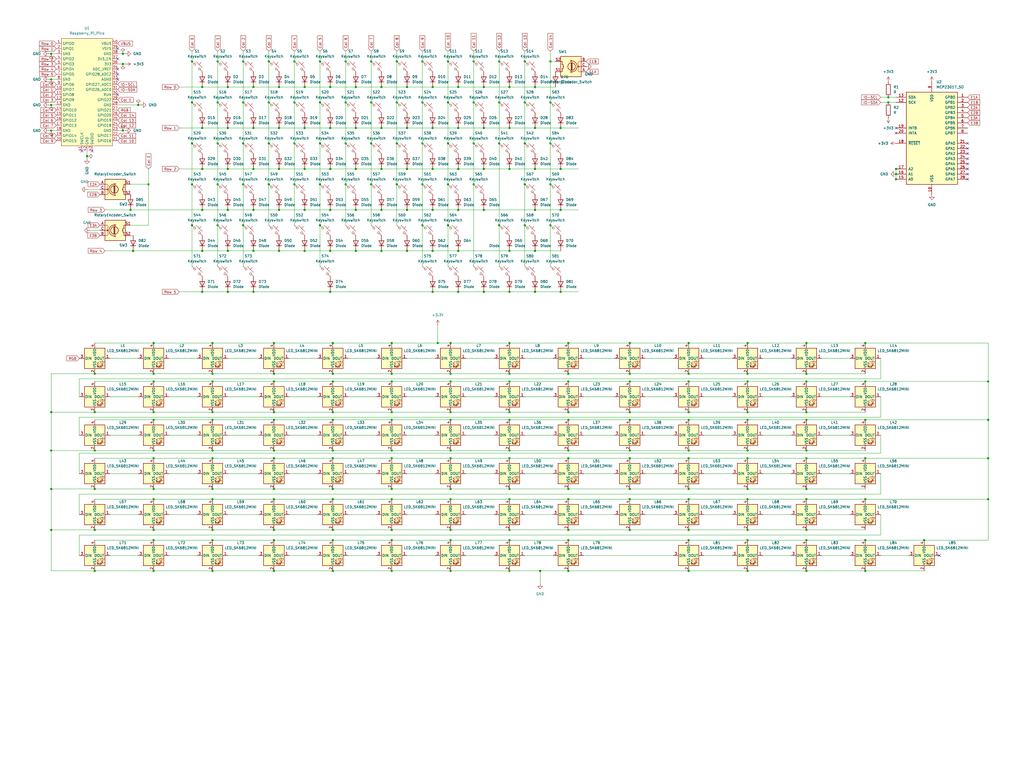
<source format=kicad_sch>
(kicad_sch (version 20231120) (generator "eeschema") (generator_version "8.0")
  (paper "User" 508 381)
  (lib_symbols
    (symbol "Device:R" (pin_numbers hide) (pin_names (offset 0))
      (property "Reference" "R" (at 2.032 0 90))
      (property "Value" "R" (at 0 0 90))
      (symbol "R_1_1"
        (pin passive line (at 0 3.81 270) (length 1.27) (name "~") (number "1"))
        (pin passive line (at 0 -3.81 90) (length 1.27) (name "~") (number "2"))
      )
    )
    (symbol "Device:RotaryEncoder_Switch" (pin_names (offset 0.254) hide)
      (property "Reference" "SW" (at 0 6.604 0))
      (property "Value" "RotaryEncoder_Switch" (at 0 -6.604 0))
      (symbol "RotaryEncoder_Switch_1_1"
        (pin passive line (at -7.62 2.54 0) (length 2.54) (name "A") (number "A"))
        (pin passive line (at -7.62 -2.54 0) (length 2.54) (name "B") (number "B"))
        (pin passive line (at -7.62 0 0) (length 2.54) (name "C") (number "C"))
        (pin passive line (at 7.62 2.54 180) (length 2.54) (name "S1") (number "S1"))
        (pin passive line (at 7.62 -2.54 180) (length 2.54) (name "S2") (number "S2"))
      )
    )
    (symbol "Interface_Expansion:MCP23017_SO" (pin_names (offset 1.016))
      (property "Reference" "U" (at -11.43 24.13 0))
      (property "Value" "MCP23017_SO" (at 0 0 0))
      (symbol "MCP23017_SO_1_1"
        (pin bidirectional line (at 17.78 20.32 180) (length 5.08) (name "GPB0") (number "1"))
        (pin power_in line (at 0 -27.94 90) (length 5.08) (name "VSS") (number "10"))
        (pin no_connect line (at -12.7 15.24 0) (length 5.08) hide (name "NC") (number "11"))
        (pin input line (at -17.78 17.78 0) (length 5.08) (name "SCK") (number "12"))
        (pin bidirectional line (at -17.78 20.32 0) (length 5.08) (name "SDA") (number "13"))
        (pin no_connect line (at -12.7 12.7 0) (length 5.08) hide (name "NC") (number "14"))
        (pin input line (at -17.78 -20.32 0) (length 5.08) (name "A0") (number "15"))
        (pin input line (at -17.78 -17.78 0) (length 5.08) (name "A1") (number "16"))
        (pin input line (at -17.78 -15.24 0) (length 5.08) (name "A2") (number "17"))
        (pin input line (at -17.78 -2.54 0) (length 5.08) (name "~{RESET}") (number "18"))
        (pin tri_state line (at -17.78 5.08 0) (length 5.08) (name "INTB") (number "19"))
        (pin bidirectional line (at 17.78 17.78 180) (length 5.08) (name "GPB1") (number "2"))
        (pin tri_state line (at -17.78 2.54 0) (length 5.08) (name "INTA") (number "20"))
        (pin bidirectional line (at 17.78 -2.54 180) (length 5.08) (name "GPA0") (number "21"))
        (pin bidirectional line (at 17.78 -5.08 180) (length 5.08) (name "GPA1") (number "22"))
        (pin bidirectional line (at 17.78 -7.62 180) (length 5.08) (name "GPA2") (number "23"))
        (pin bidirectional line (at 17.78 -10.16 180) (length 5.08) (name "GPA3") (number "24"))
        (pin bidirectional line (at 17.78 -12.7 180) (length 5.08) (name "GPA4") (number "25"))
        (pin bidirectional line (at 17.78 -15.24 180) (length 5.08) (name "GPA5") (number "26"))
        (pin bidirectional line (at 17.78 -17.78 180) (length 5.08) (name "GPA6") (number "27"))
        (pin bidirectional line (at 17.78 -20.32 180) (length 5.08) (name "GPA7") (number "28"))
        (pin bidirectional line (at 17.78 15.24 180) (length 5.08) (name "GPB2") (number "3"))
        (pin bidirectional line (at 17.78 12.7 180) (length 5.08) (name "GPB3") (number "4"))
        (pin bidirectional line (at 17.78 10.16 180) (length 5.08) (name "GPB4") (number "5"))
        (pin bidirectional line (at 17.78 7.62 180) (length 5.08) (name "GPB5") (number "6"))
        (pin bidirectional line (at 17.78 5.08 180) (length 5.08) (name "GPB6") (number "7"))
        (pin bidirectional line (at 17.78 2.54 180) (length 5.08) (name "GPB7") (number "8"))
        (pin power_in line (at 0 27.94 270) (length 5.08) (name "VDD") (number "9"))
      )
    )
    (symbol "ScottoKeebs:LED_SK6812MINI" (pin_names (offset 0.254))
      (property "Reference" "D" (at 5.08 5.715 0))
      (property "Value" "LED_SK6812MINI" (at 1.27 -5.715 0))
      (symbol "LED_SK6812MINI_0_0"
        (text "RGB" (at 2.286 -4.191 0) (effects (font (size 0.762 0.762))))
      )
      (symbol "LED_SK6812MINI_1_1"
        (pin output line (at 7.62 0 180) (length 2.54) (name "DOUT") (number "1"))
        (pin power_in line (at 0 -7.62 90) (length 2.54) (name "VSS") (number "2"))
        (pin input line (at -7.62 0 0) (length 2.54) (name "DIN") (number "3"))
        (pin power_in line (at 0 7.62 270) (length 2.54) (name "VDD") (number "4"))
      )
    )
    (symbol "ScottoKeebs:MCU_Raspberry_Pi_Pico"
      (property "Reference" "U" (at 0 0 0))
      (property "Value" "Raspberry_Pi_Pico" (at 0 27.94 0))
      (symbol "MCU_Raspberry_Pi_Pico_1_1"
        (pin bidirectional line (at -15.24 24.13 0) (length 2.54) (name "GPIO0") (number "1"))
        (pin bidirectional line (at -15.24 1.27 0) (length 2.54) (name "GPIO7") (number "10"))
        (pin bidirectional line (at -15.24 -1.27 0) (length 2.54) (name "GPIO8") (number "11"))
        (pin bidirectional line (at -15.24 -3.81 0) (length 2.54) (name "GPIO9") (number "12"))
        (pin power_in line (at -15.24 -6.35 0) (length 2.54) (name "GND") (number "13"))
        (pin bidirectional line (at -15.24 -8.89 0) (length 2.54) (name "GPIO10") (number "14"))
        (pin bidirectional line (at -15.24 -11.43 0) (length 2.54) (name "GPIO11") (number "15"))
        (pin bidirectional line (at -15.24 -13.97 0) (length 2.54) (name "GPIO12") (number "16"))
        (pin bidirectional line (at -15.24 -16.51 0) (length 2.54) (name "GPIO13") (number "17"))
        (pin power_in line (at -15.24 -19.05 0) (length 2.54) (name "GND") (number "18"))
        (pin bidirectional line (at -15.24 -21.59 0) (length 2.54) (name "GPIO14") (number "19"))
        (pin bidirectional line (at -15.24 21.59 0) (length 2.54) (name "GPIO1") (number "2"))
        (pin bidirectional line (at -15.24 -24.13 0) (length 2.54) (name "GPIO15") (number "20"))
        (pin bidirectional line (at 15.24 -24.13 180) (length 2.54) (name "GPIO16") (number "21"))
        (pin bidirectional line (at 15.24 -21.59 180) (length 2.54) (name "GPIO17") (number "22"))
        (pin power_in line (at 15.24 -19.05 180) (length 2.54) (name "GND") (number "23"))
        (pin bidirectional line (at 15.24 -16.51 180) (length 2.54) (name "GPIO18") (number "24"))
        (pin bidirectional line (at 15.24 -13.97 180) (length 2.54) (name "GPIO19") (number "25"))
        (pin bidirectional line (at 15.24 -11.43 180) (length 2.54) (name "GPIO20") (number "26"))
        (pin bidirectional line (at 15.24 -8.89 180) (length 2.54) (name "GPIO21") (number "27"))
        (pin power_in line (at 15.24 -6.35 180) (length 2.54) (name "GND") (number "28"))
        (pin bidirectional line (at 15.24 -3.81 180) (length 2.54) (name "GPIO22") (number "29"))
        (pin power_in line (at -15.24 19.05 0) (length 2.54) (name "GND") (number "3"))
        (pin input line (at 15.24 -1.27 180) (length 2.54) (name "RUN") (number "30"))
        (pin bidirectional line (at 15.24 1.27 180) (length 2.54) (name "GPIO26_ADC0") (number "31"))
        (pin bidirectional line (at 15.24 3.81 180) (length 2.54) (name "GPIO27_ADC1") (number "32"))
        (pin power_in line (at 15.24 6.35 180) (length 2.54) (name "AGND") (number "33"))
        (pin bidirectional line (at 15.24 8.89 180) (length 2.54) (name "GPIO28_ADC2") (number "34"))
        (pin power_in line (at 15.24 11.43 180) (length 2.54) (name "ADC_VREF") (number "35"))
        (pin power_in line (at 15.24 13.97 180) (length 2.54) (name "3V3") (number "36"))
        (pin input line (at 15.24 16.51 180) (length 2.54) (name "3V3_EN") (number "37"))
        (pin bidirectional line (at 15.24 19.05 180) (length 2.54) (name "GND") (number "38"))
        (pin power_in line (at 15.24 21.59 180) (length 2.54) (name "VSYS") (number "39"))
        (pin bidirectional line (at -15.24 16.51 0) (length 2.54) (name "GPIO2") (number "4"))
        (pin power_in line (at 15.24 24.13 180) (length 2.54) (name "VBUS") (number "40"))
        (pin input line (at -2.54 -29.21 90) (length 2.54) (name "SWCLK") (number "41"))
        (pin power_in line (at 0 -29.21 90) (length 2.54) (name "GND") (number "42"))
        (pin bidirectional line (at 2.54 -29.21 90) (length 2.54) (name "SWDIO") (number "43"))
        (pin bidirectional line (at -15.24 13.97 0) (length 2.54) (name "GPIO3") (number "5"))
        (pin bidirectional line (at -15.24 11.43 0) (length 2.54) (name "GPIO4") (number "6"))
        (pin bidirectional line (at -15.24 8.89 0) (length 2.54) (name "GPIO5") (number "7"))
        (pin power_in line (at -15.24 6.35 0) (length 2.54) (name "GND") (number "8"))
        (pin bidirectional line (at -15.24 3.81 0) (length 2.54) (name "GPIO6") (number "9"))
      )
    )
    (symbol "ScottoKeebs:Placeholder_Diode" (pin_numbers hide) (pin_names hide)
      (property "Reference" "D" (at 0 2.54 0))
      (property "Value" "Diode" (at 0 -2.54 0))
      (symbol "Placeholder_Diode_1_1"
        (pin passive line (at -3.81 0 0) (length 2.54) (name "K") (number "1"))
        (pin passive line (at 3.81 0 180) (length 2.54) (name "A") (number "2"))
      )
    )
    (symbol "ScottoKeebs:Placeholder_Keyswitch" (pin_numbers hide) (pin_names (offset 1.016) hide)
      (property "Reference" "S" (at 3.048 1.016 0))
      (property "Value" "Keyswitch" (at 0 -3.81 0))
      (symbol "Placeholder_Keyswitch_0_1"
        (pin passive line (at -2.54 2.54 0) (length 0) (name "1") (number "1"))
        (pin passive line (at 2.54 -2.54 180) (length 0) (name "2") (number "2"))
      )
    )
    (symbol "power:+3.3V" (power) (pin_numbers hide) (pin_names (offset 0) hide)
      (property "Value" "+3.3V" (at 0 3.556 0))
      (symbol "+3.3V_1_1"
        (pin power_in line (at 0 0 90) (length 0) (name "~") (number "1"))
      )
    )
    (symbol "power:+3V3" (power) (pin_numbers hide) (pin_names (offset 0) hide)
      (property "Value" "+3V3" (at 0 3.556 0))
      (symbol "+3V3_1_1"
        (pin power_in line (at 0 0 90) (length 0) (name "~") (number "1"))
      )
    )
    (symbol "power:GND" (power) (pin_numbers hide) (pin_names (offset 0) hide)
      (property "Value" "GND" (at 0 -3.81 0))
      (symbol "GND_1_1"
        (pin power_in line (at 0 0 270) (length 0) (name "~") (number "1"))
      )
    )
    (symbol "power:PWR_FLAG" (power) (pin_numbers hide) (pin_names (offset 0) hide)
      (property "Value" "PWR_FLAG" (at 0 3.81 0))
      (symbol "PWR_FLAG_0_0"
        (pin power_out line (at 0 0 90) (length 0) (name "~") (number "1"))
      )
    )
  )
  (junction (at 260.35 111.76))
  (junction (at 312.42 247.65))
  (junction (at 107.95 30.48))
  (junction (at 222.25 71.12))
  (junction (at 194.31 227.33))
  (junction (at 223.52 283.21))
  (junction (at 281.94 262.89))
  (junction (at 341.63 223.52))
  (junction (at 125.73 43.18))
  (junction (at 176.53 124.46))
  (junction (at 429.26 208.28))
  (junction (at 165.1 267.97))
  (junction (at 176.53 83.82))
  (junction (at 234.95 71.12))
  (junction (at 194.31 267.97))
  (junction (at 227.33 144.78))
  (junction (at 223.52 208.28))
  (junction (at 223.52 185.42))
  (junction (at 100.33 83.82))
  (junction (at 222.25 50.8))
  (junction (at 165.1 242.57))
  (junction (at 341.63 208.28))
  (junction (at 341.63 267.97))
  (junction (at 440.69 50.8))
  (junction (at 171.45 91.44))
  (junction (at 440.69 48.26))
  (junction (at 278.13 104.14))
  (junction (at 60.96 31.75))
  (junction (at 135.89 189.23))
  (junction (at 267.97 283.21))
  (junction (at 252.73 242.57))
  (junction (at 281.94 242.57))
  (junction (at 341.63 170.18))
  (junction (at 194.31 247.65))
  (junction (at 400.05 189.23))
  (junction (at 247.65 30.48))
  (junction (at 209.55 111.76))
  (junction (at 76.2 204.47))
  (junction (at 68.58 52.07))
  (junction (at 138.43 124.46))
  (junction (at 252.73 227.33))
  (junction (at 138.43 83.82))
  (junction (at 281.94 204.47))
  (junction (at 125.73 124.46))
  (junction (at 265.43 144.78))
  (junction (at 100.33 144.78))
  (junction (at 171.45 30.48))
  (junction (at 120.65 30.48))
  (junction (at 370.84 247.65))
  (junction (at 165.1 262.89))
  (junction (at 194.31 208.28))
  (junction (at 135.89 204.47))
  (junction (at 120.65 50.8))
  (junction (at 107.95 91.44))
  (junction (at 273.05 91.44))
  (junction (at 265.43 63.5))
  (junction (at 189.23 43.18))
  (junction (at 312.42 262.89))
  (junction (at 95.25 30.48))
  (junction (at 107.95 50.8))
  (junction (at 165.1 185.42))
  (junction (at 46.99 283.21))
  (junction (at 400.05 242.57))
  (junction (at 429.26 267.97))
  (junction (at 214.63 43.18))
  (junction (at 171.45 50.8))
  (junction (at 400.05 227.33))
  (junction (at 171.45 71.12))
  (junction (at 240.03 63.5))
  (junction (at 76.2 267.97))
  (junction (at 234.95 50.8))
  (junction (at 252.73 267.97))
  (junction (at 214.63 124.46))
  (junction (at 133.35 50.8))
  (junction (at 105.41 242.57))
  (junction (at 107.95 111.76))
  (junction (at 194.31 170.18))
  (junction (at 163.83 104.14))
  (junction (at 194.31 189.23))
  (junction (at 281.94 223.52))
  (junction (at 312.42 189.23))
  (junction (at 135.89 223.52))
  (junction (at 189.23 124.46))
  (junction (at 176.53 104.14))
  (junction (at 281.94 170.18))
  (junction (at 281.94 189.23))
  (junction (at 184.15 71.12))
  (junction (at 25.4 223.52))
  (junction (at 158.75 111.76))
  (junction (at 151.13 43.18))
  (junction (at 135.89 185.42))
  (junction (at 370.84 185.42))
  (junction (at 73.66 91.44))
  (junction (at 184.15 50.8))
  (junction (at 76.2 170.18))
  (junction (at 458.47 267.97))
  (junction (at 223.52 227.33))
  (junction (at 370.84 208.28))
  (junction (at 227.33 83.82))
  (junction (at 209.55 91.44))
  (junction (at 100.33 124.46))
  (junction (at 95.25 91.44))
  (junction (at 281.94 185.42))
  (junction (at 46.99 204.47))
  (junction (at 25.4 262.89))
  (junction (at 265.43 83.82))
  (junction (at 247.65 111.76))
  (junction (at 273.05 71.12))
  (junction (at 135.89 227.33))
  (junction (at 95.25 50.8))
  (junction (at 76.2 208.28))
  (junction (at 252.73 144.78))
  (junction (at 490.22 208.28))
  (junction (at 113.03 83.82))
  (junction (at 146.05 71.12))
  (junction (at 278.13 63.5))
  (junction (at 252.73 63.5))
  (junction (at 370.84 267.97))
  (junction (at 176.53 43.18))
  (junction (at 184.15 30.48))
  (junction (at 341.63 283.21))
  (junction (at 490.22 247.65))
  (junction (at 312.42 227.33))
  (junction (at 76.2 223.52))
  (junction (at 64.77 104.14))
  (junction (at 184.15 91.44))
  (junction (at 278.13 83.82))
  (junction (at 341.63 185.42))
  (junction (at 252.73 43.18))
  (junction (at 252.73 247.65))
  (junction (at 105.41 283.21))
  (junction (at 105.41 262.89))
  (junction (at 194.31 262.89))
  (junction (at 223.52 189.23))
  (junction (at 25.4 242.57))
  (junction (at 265.43 104.14))
  (junction (at 25.4 204.47))
  (junction (at 135.89 283.21))
  (junction (at 196.85 71.12))
  (junction (at 196.85 91.44))
  (junction (at 201.93 104.14))
  (junction (at 223.52 170.18))
  (junction (at 163.83 124.46))
  (junction (at 214.63 104.14))
  (junction (at 120.65 71.12))
  (junction (at 252.73 204.47))
  (junction (at 105.41 267.97))
  (junction (at 209.55 71.12))
  (junction (at 133.35 30.48))
  (junction (at 151.13 104.14))
  (junction (at 76.2 227.33))
  (junction (at 260.35 91.44))
  (junction (at 165.1 170.18))
  (junction (at 196.85 50.8))
  (junction (at 105.41 223.52))
  (junction (at 100.33 104.14))
  (junction (at 189.23 104.14))
  (junction (at 234.95 30.48))
  (junction (at 400.05 204.47))
  (junction (at 194.31 283.21))
  (junction (at 76.2 242.57))
  (junction (at 151.13 63.5))
  (junction (at 227.33 104.14))
  (junction (at 196.85 30.48))
  (junction (at 223.52 204.47))
  (junction (at 46.99 262.89))
  (junction (at 214.63 144.78))
  (junction (at 135.89 267.97))
  (junction (at 429.26 283.21))
  (junction (at 176.53 63.5))
  (junction (at 223.52 267.97))
  (junction (at 281.94 267.97))
  (junction (at 400.05 223.52))
  (junction (at 444.5 88.9))
  (junction (at 76.2 283.21))
  (junction (at 46.99 185.42))
  (junction (at 341.63 204.47))
  (junction (at 370.84 242.57))
  (junction (at 265.43 43.18))
  (junction (at 163.83 83.82))
  (junction (at 76.2 185.42))
  (junction (at 25.4 26.67))
  (junction (at 194.31 223.52))
  (junction (at 133.35 91.44))
  (junction (at 312.42 242.57))
  (junction (at 429.26 189.23))
  (junction (at 400.05 247.65))
  (junction (at 260.35 50.8))
  (junction (at 113.03 124.46))
  (junction (at 105.41 189.23))
  (junction (at 66.04 124.46))
  (junction (at 273.05 50.8))
  (junction (at 105.41 208.28))
  (junction (at 120.65 111.76))
  (junction (at 194.31 242.57))
  (junction (at 444.5 86.36))
  (junction (at 138.43 43.18))
  (junction (at 76.2 247.65))
  (junction (at 223.52 223.52))
  (junction (at 341.63 189.23))
  (junction (at 76.2 262.89))
  (junction (at 138.43 104.14))
  (junction (at 260.35 30.48))
  (junction (at 281.94 208.28))
  (junction (at 158.75 30.48))
  (junction (at 46.99 242.57))
  (junction (at 265.43 124.46))
  (junction (at 165.1 227.33))
  (junction (at 165.1 283.21))
  (junction (at 341.63 247.65))
  (junction (at 133.35 71.12))
  (junction (at 370.84 189.23))
  (junction (at 105.41 185.42))
  (junction (at 223.52 247.65))
  (junction (at 260.35 71.12))
  (junction (at 151.13 83.82))
  (junction (at 400.05 170.18))
  (junction (at 370.84 227.33))
  (junction (at 105.41 227.33))
  (junction (at 227.33 124.46))
  (junction (at 95.25 111.76))
  (junction (at 252.73 189.23))
  (junction (at 281.94 227.33))
  (junction (at 312.42 170.18))
  (junction (at 113.03 63.5))
  (junction (at 281.94 247.65))
  (junction (at 278.13 144.78))
  (junction (at 252.73 283.21))
  (junction (at 429.26 227.33))
  (junction (at 341.63 227.33))
  (junction (at 240.03 104.14))
  (junction (at 165.1 208.28))
  (junction (at 46.99 223.52))
  (junction (at 100.33 63.5))
  (junction (at 113.03 104.14))
  (junction (at 234.95 91.44))
  (junction (at 189.23 83.82))
  (junction (at 223.52 262.89))
  (junction (at 273.05 111.76))
  (junction (at 113.03 43.18))
  (junction (at 400.05 283.21))
  (junction (at 76.2 189.23))
  (junction (at 370.84 262.89))
  (junction (at 158.75 50.8))
  (junction (at 312.42 185.42))
  (junction (at 165.1 223.52))
  (junction (at 194.31 204.47))
  (junction (at 146.05 50.8))
  (junction (at 163.83 63.5))
  (junction (at 312.42 204.47))
  (junction (at 105.41 204.47))
  (junction (at 60.96 64.77))
  (junction (at 444.5 83.82))
  (junction (at 252.73 83.82))
  (junction (at 201.93 63.5))
  (junction (at 222.25 111.76))
  (junction (at 247.65 71.12))
  (junction (at 240.03 83.82))
  (junction (at 490.22 189.23))
  (junction (at 25.4 52.07))
  (junction (at 312.42 223.52))
  (junction (at 138.43 63.5))
  (junction (at 100.33 43.18))
  (junction (at 209.55 30.48))
  (junction (at 194.31 185.42))
  (junction (at 135.89 170.18))
  (junction (at 240.03 43.18))
  (junction (at 125.73 63.5))
  (junction (at 43.18 77.47))
  (junction (at 165.1 189.23))
  (junction (at 240.03 144.78))
  (junction (at 273.05 30.48))
  (junction (at 429.26 170.18))
  (junction (at 252.73 185.42))
  (junction (at 227.33 63.5))
  (junction (at 370.84 204.47))
  (junction (at 400.05 267.97))
  (junction (at 370.84 223.52))
  (junction (at 247.65 50.8))
  (junction (at 252.73 262.89))
  (junction (at 165.1 247.65))
  (junction (at 490.22 227.33))
  (junction (at 158.75 71.12))
  (junction (at 312.42 208.28))
  (junction (at 146.05 91.44))
  (junction (at 222.25 91.44))
  (junction (at 125.73 144.78))
  (junction (at 105.41 247.65))
  (junction (at 252.73 170.18))
  (junction (at 165.1 204.47))
  (junction (at 60.96 26.67))
  (junction (at 25.4 39.37))
  (junction (at 120.65 91.44))
  (junction (at 25.4 64.77))
  (junction (at 222.25 30.48))
  (junction (at 252.73 223.52))
  (junction (at 95.25 71.12))
  (junction (at 163.83 144.78))
  (junction (at 151.13 124.46))
  (junction (at 223.52 242.57))
  (junction (at 105.41 170.18))
  (junction (at 341.63 242.57))
  (junction (at 113.03 144.78))
  (junction (at 201.93 124.46))
  (junction (at 252.73 208.28))
  (junction (at 341.63 262.89))
  (junction (at 135.89 262.89))
  (junction (at 125.73 104.14))
  (junction (at 370.84 283.21))
  (junction (at 400.05 185.42))
  (junction (at 107.95 71.12))
  (junction (at 163.83 43.18))
  (junction (at 146.05 30.48))
  (junction (at 135.89 242.57))
  (junction (at 125.73 83.82))
  (junction (at 214.63 83.82))
  (junction (at 429.26 247.65))
  (junction (at 400.05 262.89))
  (junction (at 214.63 63.5))
  (junction (at 217.17 170.18))
  (junction (at 370.84 170.18))
  (junction (at 400.05 208.28))
  (junction (at 135.89 247.65))
  (junction (at 189.23 63.5))
  (junction (at 281.94 283.21))
  (junction (at 135.89 208.28))
  (junction (at 201.93 43.18))
  (junction (at 158.75 91.44))
  (junction (at 201.93 83.82))
  (junction (at 252.73 124.46))
  (junction (at 209.55 50.8))
  (junction (at 227.33 43.18))
  (no_connect (at 58.42 46.99))
  (no_connect (at 480.06 88.9))
  (no_connect (at 58.42 39.37))
  (no_connect (at 58.42 36.83))
  (no_connect (at 58.42 29.21))
  (no_connect (at 444.5 63.5))
  (no_connect (at 45.72 74.93))
  (no_connect (at 444.5 66.04))
  (no_connect (at 58.42 24.13))
  (no_connect (at 40.64 74.93))
  (no_connect (at 480.06 76.2))
  (no_connect (at 466.09 275.59))
  (no_connect (at 480.06 78.74))
  (no_connect (at 480.06 71.12))
  (no_connect (at 58.42 34.29))
  (no_connect (at 480.06 83.82))
  (no_connect (at 480.06 73.66))
  (no_connect (at 480.06 81.28))
  (no_connect (at 480.06 86.36))
  (wire (pts (xy 312.42 227.33) (xy 341.63 227.33)))
  (wire (pts (xy 83.82 196.85) (xy 97.79 196.85)))
  (wire (pts (xy 265.43 43.18) (xy 275.59 43.18)))
  (wire (pts (xy 223.52 247.65) (xy 252.73 247.65)))
  (wire (pts (xy 68.58 52.07) (xy 69.85 52.07)))
  (wire (pts (xy 133.35 50.8) (xy 133.35 71.12)))
  (wire (pts (xy 194.31 185.42) (xy 223.52 185.42)))
  (wire (pts (xy 113.03 177.8) (xy 128.27 177.8)))
  (wire (pts (xy 105.41 208.28) (xy 135.89 208.28)))
  (wire (pts (xy 252.73 189.23) (xy 281.94 189.23)))
  (wire (pts (xy 341.63 189.23) (xy 370.84 189.23)))
  (wire (pts (xy 135.89 242.57) (xy 165.1 242.57)))
  (wire (pts (xy 158.75 91.44) (xy 158.75 111.76)))
  (wire (pts (xy 429.26 189.23) (xy 490.22 189.23)))
  (wire (pts (xy 39.37 207.01) (xy 39.37 215.9)))
  (wire (pts (xy 312.42 189.23) (xy 341.63 189.23)))
  (wire (pts (xy 194.31 189.23) (xy 223.52 189.23)))
  (wire (pts (xy 400.05 242.57) (xy 429.26 242.57)))
  (wire (pts (xy 176.53 83.82) (xy 189.23 83.82)))
  (wire (pts (xy 273.05 25.4) (xy 273.05 30.48)))
  (wire (pts (xy 214.63 63.5) (xy 227.33 63.5)))
  (wire (pts (xy 252.73 124.46) (xy 265.43 124.46)))
  (wire (pts (xy 378.46 196.85) (xy 392.43 196.85)))
  (wire (pts (xy 151.13 124.46) (xy 163.83 124.46)))
  (wire (pts (xy 100.33 124.46) (xy 113.03 124.46)))
  (wire (pts (xy 146.05 30.48) (xy 146.05 50.8)))
  (wire (pts (xy 400.05 223.52) (xy 429.26 223.52)))
  (wire (pts (xy 436.88 265.43) (xy 39.37 265.43)))
  (wire (pts (xy 227.33 63.5) (xy 240.03 63.5)))
  (wire (pts (xy 370.84 247.65) (xy 400.05 247.65)))
  (wire (pts (xy 400.05 185.42) (xy 429.26 185.42)))
  (wire (pts (xy 194.31 208.28) (xy 223.52 208.28)))
  (wire (pts (xy 252.73 204.47) (xy 281.94 204.47)))
  (wire (pts (xy 341.63 227.33) (xy 370.84 227.33)))
  (wire (pts (xy 165.1 242.57) (xy 194.31 242.57)))
  (wire (pts (xy 46.99 242.57) (xy 76.2 242.57)))
  (wire (pts (xy 260.35 234.95) (xy 274.32 234.95)))
  (wire (pts (xy 370.84 242.57) (xy 400.05 242.57)))
  (wire (pts (xy 76.2 242.57) (xy 105.41 242.57)))
  (wire (pts (xy 83.82 215.9) (xy 97.79 215.9)))
  (wire (pts (xy 341.63 267.97) (xy 370.84 267.97)))
  (wire (pts (xy 281.94 267.97) (xy 341.63 267.97)))
  (wire (pts (xy 43.18 74.93) (xy 43.18 77.47)))
  (wire (pts (xy 88.9 43.18) (xy 100.33 43.18)))
  (wire (pts (xy 436.88 187.96) (xy 39.37 187.96)))
  (wire (pts (xy 158.75 71.12) (xy 158.75 91.44)))
  (wire (pts (xy 95.25 111.76) (xy 95.25 132.08)))
  (wire (pts (xy 370.84 204.47) (xy 400.05 204.47)))
  (wire (pts (xy 267.97 283.21) (xy 267.97 289.56)))
  (wire (pts (xy 223.52 185.42) (xy 252.73 185.42)))
  (wire (pts (xy 407.67 275.59) (xy 421.64 275.59)))
  (wire (pts (xy 260.35 50.8) (xy 260.35 71.12)))
  (wire (pts (xy 223.52 189.23) (xy 252.73 189.23)))
  (wire (pts (xy 151.13 43.18) (xy 163.83 43.18)))
  (wire (pts (xy 312.42 185.42) (xy 341.63 185.42)))
  (wire (pts (xy 105.41 262.89) (xy 135.89 262.89)))
  (wire (pts (xy 400.05 283.21) (xy 429.26 283.21)))
  (wire (pts (xy 275.59 30.48) (xy 273.05 30.48)))
  (wire (pts (xy 171.45 30.48) (xy 171.45 50.8)))
  (wire (pts (xy 54.61 234.95) (xy 68.58 234.95)))
  (wire (pts (xy 107.95 50.8) (xy 107.95 71.12)))
  (wire (pts (xy 27.94 39.37) (xy 25.4 39.37)))
  (wire (pts (xy 444.5 88.9) (xy 445.77 88.9)))
  (wire (pts (xy 120.65 50.8) (xy 120.65 71.12)))
  (wire (pts (xy 135.89 227.33) (xy 165.1 227.33)))
  (wire (pts (xy 95.25 25.4) (xy 95.25 30.48)))
  (wire (pts (xy 76.2 189.23) (xy 105.41 189.23)))
  (wire (pts (xy 25.4 223.52) (xy 46.99 223.52)))
  (wire (pts (xy 54.61 255.27) (xy 68.58 255.27)))
  (wire (pts (xy 222.25 91.44) (xy 222.25 111.76)))
  (wire (pts (xy 209.55 71.12) (xy 209.55 91.44)))
  (wire (pts (xy 25.4 242.57) (xy 25.4 223.52)))
  (wire (pts (xy 95.25 50.8) (xy 95.25 71.12)))
  (wire (pts (xy 83.82 275.59) (xy 97.79 275.59)))
  (wire (pts (xy 146.05 71.12) (xy 146.05 91.44)))
  (wire (pts (xy 227.33 104.14) (xy 240.03 104.14)))
  (wire (pts (xy 158.75 50.8) (xy 158.75 71.12)))
  (wire (pts (xy 201.93 83.82) (xy 214.63 83.82)))
  (wire (pts (xy 172.72 275.59) (xy 186.69 275.59)))
  (wire (pts (xy 107.95 25.4) (xy 107.95 30.48)))
  (wire (pts (xy 247.65 71.12) (xy 247.65 111.76)))
  (wire (pts (xy 490.22 227.33) (xy 490.22 247.65)))
  (wire (pts (xy 184.15 50.8) (xy 184.15 71.12)))
  (wire (pts (xy 240.03 144.78) (xy 252.73 144.78)))
  (wire (pts (xy 231.14 255.27) (xy 245.11 255.27)))
  (wire (pts (xy 125.73 63.5) (xy 138.43 63.5)))
  (wire (pts (xy 58.42 52.07) (xy 68.58 52.07)))
  (wire (pts (xy 76.2 223.52) (xy 105.41 223.52)))
  (wire (pts (xy 113.03 275.59) (xy 128.27 275.59)))
  (wire (pts (xy 407.67 196.85) (xy 421.64 196.85)))
  (wire (pts (xy 349.25 196.85) (xy 363.22 196.85)))
  (wire (pts (xy 105.41 242.57) (xy 135.89 242.57)))
  (wire (pts (xy 113.03 234.95) (xy 128.27 234.95)))
  (wire (pts (xy 125.73 83.82) (xy 138.43 83.82)))
  (wire (pts (xy 429.26 170.18) (xy 490.22 170.18)))
  (wire (pts (xy 320.04 215.9) (xy 334.01 215.9)))
  (wire (pts (xy 252.73 83.82) (xy 265.43 83.82)))
  (wire (pts (xy 223.52 242.57) (xy 252.73 242.57)))
  (wire (pts (xy 231.14 177.8) (xy 245.11 177.8)))
  (wire (pts (xy 240.03 83.82) (xy 252.73 83.82)))
  (wire (pts (xy 76.2 262.89) (xy 105.41 262.89)))
  (wire (pts (xy 490.22 267.97) (xy 458.47 267.97)))
  (wire (pts (xy 209.55 25.4) (xy 209.55 30.48)))
  (wire (pts (xy 252.73 223.52) (xy 281.94 223.52)))
  (wire (pts (xy 135.89 170.18) (xy 165.1 170.18)))
  (wire (pts (xy 240.03 43.18) (xy 252.73 43.18)))
  (wire (pts (xy 27.94 52.07) (xy 25.4 52.07)))
  (wire (pts (xy 440.69 48.26) (xy 444.5 48.26)))
  (wire (pts (xy 194.31 204.47) (xy 223.52 204.47)))
  (wire (pts (xy 95.25 30.48) (xy 95.25 50.8)))
  (wire (pts (xy 46.99 267.97) (xy 76.2 267.97)))
  (wire (pts (xy 289.56 177.8) (xy 304.8 177.8)))
  (wire (pts (xy 163.83 124.46) (xy 176.53 124.46)))
  (wire (pts (xy 113.03 83.82) (xy 125.73 83.82)))
  (wire (pts (xy 171.45 71.12) (xy 171.45 91.44)))
  (wire (pts (xy 217.17 170.18) (xy 223.52 170.18)))
  (wire (pts (xy 189.23 104.14) (xy 201.93 104.14)))
  (wire (pts (xy 64.77 104.14) (xy 100.33 104.14)))
  (wire (pts (xy 163.83 43.18) (xy 176.53 43.18)))
  (wire (pts (xy 234.95 91.44) (xy 234.95 132.08)))
  (wire (pts (xy 201.93 234.95) (xy 215.9 234.95)))
  (wire (pts (xy 201.93 63.5) (xy 214.63 63.5)))
  (wire (pts (xy 189.23 124.46) (xy 201.93 124.46)))
  (wire (pts (xy 260.35 196.85) (xy 274.32 196.85)))
  (wire (pts (xy 252.73 170.18) (xy 281.94 170.18)))
  (wire (pts (xy 378.46 234.95) (xy 392.43 234.95)))
  (wire (pts (xy 289.56 215.9) (xy 304.8 215.9)))
  (wire (pts (xy 289.56 275.59) (xy 334.01 275.59)))
  (wire (pts (xy 76.2 204.47) (xy 105.41 204.47)))
  (wire (pts (xy 163.83 63.5) (xy 176.53 63.5)))
  (wire (pts (xy 214.63 43.18) (xy 227.33 43.18)))
  (wire (pts (xy 176.53 63.5) (xy 189.23 63.5)))
  (wire (pts (xy 370.84 170.18) (xy 400.05 170.18)))
  (wire (pts (xy 143.51 215.9) (xy 157.48 215.9)))
  (wire (pts (xy 135.89 267.97) (xy 165.1 267.97)))
  (wire (pts (xy 445.77 86.36) (xy 444.5 86.36)))
  (wire (pts (xy 267.97 283.21) (xy 281.94 283.21)))
  (wire (pts (xy 214.63 124.46) (xy 227.33 124.46)))
  (wire (pts (xy 429.26 247.65) (xy 490.22 247.65)))
  (wire (pts (xy 312.42 204.47) (xy 341.63 204.47)))
  (wire (pts (xy 172.72 196.85) (xy 186.69 196.85)))
  (wire (pts (xy 184.15 25.4) (xy 184.15 30.48)))
  (wire (pts (xy 349.25 215.9) (xy 363.22 215.9)))
  (wire (pts (xy 436.88 177.8) (xy 436.88 187.96)))
  (wire (pts (xy 349.25 177.8) (xy 363.22 177.8)))
  (wire (pts (xy 247.65 30.48) (xy 247.65 50.8)))
  (wire (pts (xy 281.94 242.57) (xy 312.42 242.57)))
  (wire (pts (xy 429.26 267.97) (xy 458.47 267.97)))
  (wire (pts (xy 113.03 104.14) (xy 125.73 104.14)))
  (wire (pts (xy 46.99 208.28) (xy 76.2 208.28)))
  (wire (pts (xy 223.52 204.47) (xy 252.73 204.47)))
  (wire (pts (xy 281.94 208.28) (xy 312.42 208.28)))
  (wire (pts (xy 444.5 83.82) (xy 445.77 83.82)))
  (wire (pts (xy 105.41 185.42) (xy 135.89 185.42)))
  (wire (pts (xy 60.96 31.75) (xy 62.23 31.75)))
  (wire (pts (xy 265.43 144.78) (xy 278.13 144.78)))
  (wire (pts (xy 25.4 52.07) (xy 24.13 52.07)))
  (wire (pts (xy 281.94 247.65) (xy 312.42 247.65)))
  (wire (pts (xy 76.2 227.33) (xy 105.41 227.33)))
  (wire (pts (xy 196.85 30.48) (xy 196.85 50.8)))
  (wire (pts (xy 265.43 63.5) (xy 278.13 63.5)))
  (wire (pts (xy 201.93 255.27) (xy 215.9 255.27)))
  (wire (pts (xy 320.04 255.27) (xy 334.01 255.27)))
  (wire (pts (xy 125.73 43.18) (xy 138.43 43.18)))
  (wire (pts (xy 60.96 26.67) (xy 62.23 26.67)))
  (wire (pts (xy 113.03 215.9) (xy 128.27 215.9)))
  (wire (pts (xy 135.89 208.28) (xy 165.1 208.28)))
  (wire (pts (xy 273.05 111.76) (xy 273.05 132.08)))
  (wire (pts (xy 113.03 196.85) (xy 128.27 196.85)))
  (wire (pts (xy 83.82 234.95) (xy 97.79 234.95)))
  (wire (pts (xy 209.55 30.48) (xy 209.55 50.8)))
  (wire (pts (xy 223.52 227.33) (xy 252.73 227.33)))
  (wire (pts (xy 378.46 215.9) (xy 392.43 215.9)))
  (wire (pts (xy 349.25 255.27) (xy 363.22 255.27)))
  (wire (pts (xy 341.63 223.52) (xy 370.84 223.52)))
  (wire (pts (xy 436.88 207.01) (xy 39.37 207.01)))
  (wire (pts (xy 223.52 170.18) (xy 252.73 170.18)))
  (wire (pts (xy 231.14 196.85) (xy 245.11 196.85)))
  (wire (pts (xy 120.65 71.12) (xy 120.65 91.44)))
  (wire (pts (xy 107.95 30.48) (xy 107.95 50.8)))
  (wire (pts (xy 490.22 208.28) (xy 490.22 227.33)))
  (wire (pts (xy 138.43 104.14) (xy 151.13 104.14)))
  (wire (pts (xy 320.04 234.95) (xy 334.01 234.95)))
  (wire (pts (xy 281.94 170.18) (xy 312.42 170.18)))
  (wire (pts (xy 143.51 255.27) (xy 157.48 255.27)))
  (wire (pts (xy 135.89 247.65) (xy 165.1 247.65)))
  (wire (pts (xy 58.42 26.67) (xy 60.96 26.67)))
  (wire (pts (xy 39.37 245.11) (xy 436.88 245.11)))
  (wire (pts (xy 120.65 91.44) (xy 120.65 111.76)))
  (wire (pts (xy 201.93 124.46) (xy 214.63 124.46)))
  (wire (pts (xy 46.99 189.23) (xy 76.2 189.23)))
  (wire (pts (xy 341.63 242.57) (xy 370.84 242.57)))
  (wire (pts (xy 273.05 30.48) (xy 273.05 50.8)))
  (wire (pts (xy 27.94 64.77) (xy 25.4 64.77)))
  (wire (pts (xy 52.07 104.14) (xy 64.77 104.14)))
  (wire (pts (xy 194.31 262.89) (xy 223.52 262.89)))
  (wire (pts (xy 105.41 170.18) (xy 135.89 170.18)))
  (wire (pts (xy 105.41 189.23) (xy 135.89 189.23)))
  (wire (pts (xy 407.67 215.9) (xy 421.64 215.9)))
  (wire (pts (xy 151.13 104.14) (xy 163.83 104.14)))
  (wire (pts (xy 113.03 124.46) (xy 125.73 124.46)))
  (wire (pts (xy 436.88 48.26) (xy 440.69 48.26)))
  (wire (pts (xy 146.05 91.44) (xy 146.05 111.76)))
  (wire (pts (xy 120.65 30.48) (xy 120.65 50.8)))
  (wire (pts (xy 260.35 111.76) (xy 260.35 132.08)))
  (wire (pts (xy 252.73 43.18) (xy 265.43 43.18)))
  (wire (pts (xy 60.96 64.77) (xy 62.23 64.77)))
  (wire (pts (xy 165.1 170.18) (xy 194.31 170.18)))
  (wire (pts (xy 76.2 208.28) (xy 105.41 208.28)))
  (wire (pts (xy 287.02 83.82) (xy 278.13 83.82)))
  (wire (pts (xy 260.35 91.44) (xy 260.35 111.76)))
  (wire (pts (xy 165.1 227.33) (xy 194.31 227.33)))
  (wire (pts (xy 436.88 215.9) (xy 436.88 224.79)))
  (wire (pts (xy 64.77 91.44) (xy 73.66 91.44)))
  (wire (pts (xy 407.67 255.27) (xy 421.64 255.27)))
  (wire (pts (xy 281.94 189.23) (xy 312.42 189.23)))
  (wire (pts (xy 39.37 224.79) (xy 39.37 234.95)))
  (wire (pts (xy 46.99 283.21) (xy 76.2 283.21)))
  (wire (pts (xy 234.95 71.12) (xy 234.95 91.44)))
  (wire (pts (xy 25.4 39.37) (xy 24.13 39.37)))
  (wire (pts (xy 83.82 177.8) (xy 97.79 177.8)))
  (wire (pts (xy 146.05 25.4) (xy 146.05 30.48)))
  (wire (pts (xy 46.99 170.18) (xy 76.2 170.18)))
  (wire (pts (xy 436.88 255.27) (xy 436.88 265.43)))
  (wire (pts (xy 133.35 71.12) (xy 133.35 91.44)))
  (wire (pts (xy 138.43 124.46) (xy 151.13 124.46)))
  (wire (pts (xy 194.31 267.97) (xy 223.52 267.97)))
  (wire (pts (xy 76.2 247.65) (xy 105.41 247.65)))
  (wire (pts (xy 231.14 275.59) (xy 245.11 275.59)))
  (wire (pts (xy 135.89 223.52) (xy 165.1 223.52)))
  (wire (pts (xy 341.63 185.42) (xy 370.84 185.42)))
  (wire (pts (xy 46.99 283.21) (xy 25.4 283.21)))
  (wire (pts (xy 201.93 196.85) (xy 215.9 196.85)))
  (wire (pts (xy 158.75 111.76) (xy 158.75 132.08)))
  (wire (pts (xy 194.31 170.18) (xy 217.17 170.18)))
  (wire (pts (xy 120.65 25.4) (xy 120.65 30.48)))
  (wire (pts (xy 165.1 247.65) (xy 194.31 247.65)))
  (wire (pts (xy 273.05 50.8) (xy 273.05 71.12)))
  (wire (pts (xy 252.73 63.5) (xy 265.43 63.5)))
  (wire (pts (xy 165.1 223.52) (xy 194.31 223.52)))
  (wire (pts (xy 222.25 50.8) (xy 222.25 71.12)))
  (wire (pts (xy 171.45 50.8) (xy 171.45 71.12)))
  (wire (pts (xy 436.88 50.8) (xy 440.69 50.8)))
  (wire (pts (xy 273.05 71.12) (xy 273.05 91.44)))
  (wire (pts (xy 223.52 208.28) (xy 252.73 208.28)))
  (wire (pts (xy 260.35 215.9) (xy 274.32 215.9)))
  (wire (pts (xy 214.63 104.14) (xy 227.33 104.14)))
  (wire (pts (xy 252.73 242.57) (xy 281.94 242.57)))
  (wire (pts (xy 201.93 215.9) (xy 215.9 215.9)))
  (wire (pts (xy 378.46 177.8) (xy 392.43 177.8)))
  (wire (pts (xy 490.22 189.23) (xy 490.22 208.28)))
  (wire (pts (xy 54.61 177.8) (xy 68.58 177.8)))
  (wire (pts (xy 143.51 275.59) (xy 157.48 275.59)))
  (wire (pts (xy 429.26 283.21) (xy 458.47 283.21)))
  (wire (pts (xy 252.73 262.89) (xy 281.94 262.89)))
  (wire (pts (xy 312.42 170.18) (xy 341.63 170.18)))
  (wire (pts (xy 172.72 215.9) (xy 186.69 215.9)))
  (wire (pts (xy 176.53 124.46) (xy 189.23 124.46)))
  (wire (pts (xy 227.33 83.82) (xy 240.03 83.82)))
  (wire (pts (xy 201.93 43.18) (xy 214.63 43.18)))
  (wire (pts (xy 125.73 104.14) (xy 138.43 104.14)))
  (wire (pts (xy 234.95 30.48) (xy 234.95 50.8)))
  (wire (pts (xy 194.31 227.33) (xy 223.52 227.33)))
  (wire (pts (xy 265.43 104.14) (xy 278.13 104.14)))
  (wire (pts (xy 54.61 275.59) (xy 68.58 275.59)))
  (wire (pts (xy 400.05 208.28) (xy 429.26 208.28)))
  (wire (pts (xy 400.05 267.97) (xy 429.26 267.97)))
  (wire (pts (xy 43.18 93.98) (xy 49.53 93.98)))
  (wire (pts (xy 252.73 283.21) (xy 267.97 283.21)))
  (wire (pts (xy 312.42 242.57) (xy 341.63 242.57)))
  (wire (pts (xy 73.66 111.76) (xy 73.66 91.44)))
  (wire (pts (xy 105.41 227.33) (xy 135.89 227.33)))
  (wire (pts (xy 39.37 265.43) (xy 39.37 275.59)))
  (wire (pts (xy 370.84 262.89) (xy 400.05 262.89)))
  (wire (pts (xy 46.99 262.89) (xy 76.2 262.89)))
  (wire (pts (xy 165.1 267.97) (xy 194.31 267.97)))
  (wire (pts (xy 194.31 242.57) (xy 223.52 242.57)))
  (wire (pts (xy 171.45 91.44) (xy 171.45 111.76)))
  (wire (pts (xy 46.99 223.52) (xy 76.2 223.52)))
  (wire (pts (xy 209.55 50.8) (xy 209.55 71.12)))
  (wire (pts (xy 247.65 50.8) (xy 247.65 71.12)))
  (wire (pts (xy 287.02 104.14) (xy 278.13 104.14)))
  (wire (pts (xy 113.03 43.18) (xy 125.73 43.18)))
  (wire (pts (xy 429.26 208.28) (xy 490.22 208.28)))
  (wire (pts (xy 341.63 247.65) (xy 370.84 247.65)))
  (wire (pts (xy 370.84 267.97) (xy 400.05 267.97)))
  (wire (pts (xy 25.4 262.89) (xy 46.99 262.89)))
  (wire (pts (xy 163.83 104.14) (xy 176.53 104.14)))
  (wire (pts (xy 287.02 63.5) (xy 278.13 63.5)))
  (wire (pts (xy 171.45 25.4) (xy 171.45 30.48)))
  (wire (pts (xy 64.77 111.76) (xy 73.66 111.76)))
  (wire (pts (xy 341.63 208.28) (xy 370.84 208.28)))
  (wire (pts (xy 107.95 111.76) (xy 107.95 132.08)))
  (wire (pts (xy 52.07 124.46) (xy 66.04 124.46)))
  (wire (pts (xy 73.66 91.44) (xy 73.66 83.82)))
  (wire (pts (xy 223.52 262.89) (xy 252.73 262.89)))
  (wire (pts (xy 196.85 71.12) (xy 196.85 91.44)))
  (wire (pts (xy 58.42 64.77) (xy 60.96 64.77)))
  (wire (pts (xy 370.84 208.28) (xy 400.05 208.28)))
  (wire (pts (xy 76.2 267.97) (xy 105.41 267.97)))
  (wire (pts (xy 43.18 77.47) (xy 43.18 78.74)))
  (wire (pts (xy 143.51 234.95) (xy 157.48 234.95)))
  (wire (pts (xy 88.9 83.82) (xy 100.33 83.82)))
  (wire (pts (xy 76.2 170.18) (xy 105.41 170.18)))
  (wire (pts (xy 227.33 43.18) (xy 240.03 43.18)))
  (wire (pts (xy 281.94 227.33) (xy 312.42 227.33)))
  (wire (pts (xy 281.94 283.21) (xy 341.63 283.21)))
  (wire (pts (xy 196.85 25.4) (xy 196.85 30.48)))
  (wire (pts (xy 260.35 177.8) (xy 274.32 177.8)))
  (wire (pts (xy 105.41 204.47) (xy 135.89 204.47)))
  (wire (pts (xy 436.88 275.59) (xy 450.85 275.59)))
  (wire (pts (xy 165.1 185.42) (xy 194.31 185.42)))
  (wire (pts (xy 223.52 283.21) (xy 252.73 283.21)))
  (wire (pts (xy 252.73 208.28) (xy 281.94 208.28)))
  (wire (pts (xy 135.89 185.42) (xy 165.1 185.42)))
  (wire (pts (xy 260.35 71.12) (xy 260.35 91.44)))
  (wire (pts (xy 158.75 30.48) (xy 158.75 50.8)))
  (wire (pts (xy 158.75 25.4) (xy 158.75 30.48)))
  (wire (pts (xy 25.4 242.57) (xy 46.99 242.57)))
  (wire (pts (xy 146.05 50.8) (xy 146.05 71.12)))
  (wire (pts (xy 252.73 227.33) (xy 281.94 227.33)))
  (wire (pts (xy 105.41 267.97) (xy 135.89 267.97)))
  (wire (pts (xy 378.46 275.59) (xy 392.43 275.59)))
  (wire (pts (xy 100.33 43.18) (xy 113.03 43.18)))
  (wire (pts (xy 25.4 283.21) (xy 25.4 262.89)))
  (wire (pts (xy 135.89 262.89) (xy 165.1 262.89)))
  (wire (pts (xy 265.43 124.46) (xy 278.13 124.46)))
  (wire (pts (xy 252.73 247.65) (xy 281.94 247.65)))
  (wire (pts (xy 105.41 283.21) (xy 135.89 283.21)))
  (wire (pts (xy 281.94 204.47) (xy 312.42 204.47)))
  (wire (pts (xy 222.25 25.4) (xy 222.25 30.48)))
  (wire (pts (xy 54.61 215.9) (xy 68.58 215.9)))
  (wire (pts (xy 25.4 64.77) (xy 24.13 64.77)))
  (wire (pts (xy 120.65 111.76) (xy 120.65 132.08)))
  (wire (pts (xy 252.73 144.78) (xy 265.43 144.78)))
  (wire (pts (xy 260.35 255.27) (xy 274.32 255.27)))
  (wire (pts (xy 176.53 104.14) (xy 189.23 104.14)))
  (wire (pts (xy 44.45 114.3) (xy 49.53 114.3)))
  (wire (pts (xy 105.41 247.65) (xy 135.89 247.65)))
  (wire (pts (xy 25.4 223.52) (xy 25.4 204.47)))
  (wire (pts (xy 189.23 83.82) (xy 201.93 83.82)))
  (wire (pts (xy 58.42 31.75) (xy 60.96 31.75)))
  (wire (pts (xy 222.25 132.08) (xy 222.25 111.76)))
  (wire (pts (xy 88.9 63.5) (xy 100.33 63.5)))
  (wire (pts (xy 400.05 170.18) (xy 429.26 170.18)))
  (wire (pts (xy 100.33 63.5) (xy 113.03 63.5)))
  (wire (pts (xy 46.99 185.42) (xy 76.2 185.42)))
  (wire (pts (xy 165.1 283.21) (xy 194.31 283.21)))
  (wire (pts (xy 341.63 170.18) (xy 370.84 170.18)))
  (wire (pts (xy 25.4 185.42) (xy 46.99 185.42)))
  (wire (pts (xy 196.85 50.8) (xy 196.85 71.12)))
  (wire (pts (xy 400.05 227.33) (xy 429.26 227.33)))
  (wire (pts (xy 222.25 30.48) (xy 222.25 50.8)))
  (wire (pts (xy 135.89 189.23) (xy 165.1 189.23)))
  (wire (pts (xy 76.2 283.21) (xy 105.41 283.21)))
  (wire (pts (xy 113.03 144.78) (xy 125.73 144.78)))
  (wire (pts (xy 196.85 91.44) (xy 196.85 111.76)))
  (wire (pts (xy 370.84 283.21) (xy 400.05 283.21)))
  (wire (pts (xy 88.9 144.78) (xy 100.33 144.78)))
  (wire (pts (xy 370.84 223.52) (xy 400.05 223.52)))
  (wire (pts (xy 151.13 83.82) (xy 163.83 83.82)))
  (wire (pts (xy 429.26 227.33) (xy 490.22 227.33)))
  (wire (pts (xy 172.72 255.27) (xy 186.69 255.27)))
  (wire (pts (xy 184.15 71.12) (xy 184.15 91.44)))
  (wire (pts (xy 278.13 144.78) (xy 287.02 144.78)))
  (wire (pts (xy 83.82 255.27) (xy 97.79 255.27)))
  (wire (pts (xy 400.05 204.47) (xy 429.26 204.47)))
  (wire (pts (xy 227.33 124.46) (xy 252.73 124.46)))
  (wire (pts (xy 227.33 144.78) (xy 240.03 144.78)))
  (wire (pts (xy 378.46 255.27) (xy 392.43 255.27)))
  (wire (pts (xy 25.4 26.67) (xy 24.13 26.67)))
  (wire (pts (xy 231.14 234.95) (xy 245.11 234.95)))
  (wire (pts (xy 240.03 63.5) (xy 252.73 63.5)))
  (wire (pts (xy 440.69 50.8) (xy 444.5 50.8)))
  (wire (pts (xy 341.63 204.47) (xy 370.84 204.47)))
  (wire (pts (xy 125.73 144.78) (xy 163.83 144.78)))
  (wire (pts (xy 113.03 255.27) (xy 128.27 255.27)))
  (wire (pts (xy 289.56 255.27) (xy 304.8 255.27)))
  (wire (pts (xy 125.73 124.46) (xy 138.43 124.46)))
  (wire (pts (xy 194.31 283.21) (xy 223.52 283.21)))
  (wire (pts (xy 194.31 247.65) (xy 223.52 247.65)))
  (wire (pts (xy 25.4 204.47) (xy 46.99 204.47)))
  (wire (pts (xy 281.94 223.52) (xy 312.42 223.52)))
  (wire (pts (xy 214.63 83.82) (xy 227.33 83.82)))
  (wire (pts (xy 260.35 275.59) (xy 274.32 275.59)))
  (wire (pts (xy 172.72 234.95) (xy 186.69 234.95)))
  (wire (pts (xy 172.72 177.8) (xy 186.69 177.8)))
  (wire (pts (xy 95.25 71.12) (xy 95.25 91.44)))
  (wire (pts (xy 320.04 196.85) (xy 334.01 196.85)))
  (wire (pts (xy 163.83 83.82) (xy 176.53 83.82)))
  (wire (pts (xy 252.73 267.97) (xy 281.94 267.97)))
  (wire (pts (xy 64.77 116.84) (xy 66.04 116.84)))
  (wire (pts (xy 138.43 83.82) (xy 151.13 83.82)))
  (wire (pts (xy 223.52 267.97) (xy 252.73 267.97)))
  (wire (pts (xy 231.14 215.9) (xy 245.11 215.9)))
  (wire (pts (xy 341.63 283.21) (xy 370.84 283.21)))
  (wire (pts (xy 25.4 204.47) (xy 25.4 185.42)))
  (wire (pts (xy 247.65 25.4) (xy 247.65 30.48)))
  (wire (pts (xy 436.88 245.11) (xy 436.88 234.95)))
  (wire (pts (xy 184.15 91.44) (xy 184.15 111.76)))
  (wire (pts (xy 201.93 104.14) (xy 214.63 104.14)))
  (wire (pts (xy 189.23 63.5) (xy 201.93 63.5)))
  (wire (pts (xy 194.31 223.52) (xy 223.52 223.52)))
  (wire (pts (xy 312.42 208.28) (xy 341.63 208.28)))
  (wire (pts (xy 46.99 204.47) (xy 76.2 204.47)))
  (wire (pts (xy 138.43 63.5) (xy 151.13 63.5)))
  (wire (pts (xy 223.52 223.52) (xy 252.73 223.52)))
  (wire (pts (xy 349.25 275.59) (xy 363.22 275.59)))
  (wire (pts (xy 349.25 234.95) (xy 363.22 234.95)))
  (wire (pts (xy 113.03 63.5) (xy 125.73 63.5)))
  (wire (pts (xy 234.95 25.4) (xy 234.95 30.48)))
  (wire (pts (xy 46.99 227.33) (xy 76.2 227.33)))
  (wire (pts (xy 400.05 189.23) (xy 429.26 189.23)))
  (wire (pts (xy 135.89 204.47) (xy 165.1 204.47)))
  (wire (pts (xy 66.04 124.46) (xy 100.33 124.46)))
  (wire (pts (xy 312.42 247.65) (xy 341.63 247.65)))
  (wire (pts (xy 490.22 247.65) (xy 490.22 267.97)))
  (wire (pts (xy 133.35 91.44) (xy 133.35 111.76)))
  (wire (pts (xy 407.67 234.95) (xy 421.64 234.95)))
  (wire (pts (xy 436.88 224.79) (xy 39.37 224.79)))
  (wire (pts (xy 490.22 170.18) (xy 490.22 189.23)))
  (wire (pts (xy 100.33 104.14) (xy 113.03 104.14)))
  (wire (pts (xy 312.42 223.52) (xy 341.63 223.52)))
  (wire (pts (xy 209.55 91.44) (xy 209.55 111.76)))
  (wire (pts (xy 165.1 262.89) (xy 194.31 262.89)))
  (wire (pts (xy 281.94 185.42) (xy 312.42 185.42)))
  (wire (pts (xy 76.2 185.42) (xy 105.41 185.42)))
  (wire (pts (xy 273.05 91.44) (xy 273.05 111.76)))
  (wire (pts (xy 289.56 196.85) (xy 304.8 196.85)))
  (wire (pts (xy 100.33 144.78) (xy 113.03 144.78)))
  (wire (pts (xy 320.04 177.8) (xy 334.01 177.8)))
  (wire (pts (xy 163.83 144.78) (xy 214.63 144.78)))
  (wire (pts (xy 217.17 161.29) (xy 217.17 170.18)))
  (wire (pts (xy 165.1 189.23) (xy 194.31 189.23)))
  (wire (pts (xy 25.4 262.89) (xy 25.4 242.57)))
  (wire (pts (xy 143.51 177.8) (xy 157.48 177.8)))
  (wire (pts (xy 107.95 71.12) (xy 107.95 91.44)))
  (wire (pts (xy 234.95 50.8) (xy 234.95 71.12)))
  (wire (pts (xy 184.15 30.48) (xy 184.15 50.8)))
  (wire (pts (xy 46.99 247.65) (xy 76.2 247.65)))
  (wire (pts (xy 133.35 30.48) (xy 133.35 50.8)))
  (wire (pts (xy 107.95 91.44) (xy 107.95 111.76)))
  (wire (pts (xy 95.25 91.44) (xy 95.25 111.76)))
  (wire (pts (xy 260.35 30.48) (xy 260.35 50.8)))
  (wire (pts (xy 201.93 177.8) (xy 215.9 177.8)))
  (wire (pts (xy 436.88 196.85) (xy 436.88 207.01)))
  (wire (pts (xy 135.89 283.21) (xy 165.1 283.21)))
  (wire (pts (xy 400.05 247.65) (xy 429.26 247.65)))
  (wire (pts (xy 265.43 83.82) (xy 278.13 83.82)))
  (wire (pts (xy 214.63 144.78) (xy 227.33 144.78)))
  (wire (pts (xy 370.84 227.33) (xy 400.05 227.33)))
  (wire (pts (xy 252.73 185.42) (xy 281.94 185.42)))
  (wire (pts (xy 341.63 262.89) (xy 370.84 262.89)))
  (wire (pts (xy 281.94 262.89) (xy 312.42 262.89)))
  (wire (pts (xy 260.35 25.4) (xy 260.35 30.48)))
  (wire (pts (xy 240.03 104.14) (xy 265.43 104.14)))
  (wire (pts (xy 400.05 262.89) (xy 429.26 262.89)))
  (wire (pts (xy 222.25 71.12) (xy 222.25 91.44)))
  (wire (pts (xy 133.35 25.4) (xy 133.35 30.48)))
  (wire (pts (xy 39.37 255.27) (xy 39.37 245.11)))
  (wire (pts (xy 444.5 83.82) (xy 444.5 86.36)))
  (wire (pts (xy 100.33 83.82) (xy 113.03 83.82)))
  (wire (pts (xy 176.53 43.18) (xy 189.23 43.18)))
  (wire (pts (xy 105.41 223.52) (xy 135.89 223.52)))
  (wire (pts (xy 444.5 86.36) (xy 444.5 88.9)))
  (wire (pts (xy 201.93 275.59) (xy 215.9 275.59)))
  (wire (pts (xy 165.1 208.28) (xy 194.31 208.28)))
  (wire (pts (xy 138.43 43.18) (xy 151.13 43.18)))
  (wire (pts (xy 27.94 26.67) (xy 25.4 26.67)))
  (wire (pts (xy 209.55 132.08) (xy 209.55 111.76)))
  (wire (pts (xy 39.37 187.96) (xy 39.37 196.85)))
  (wire (pts (xy 143.51 196.85) (xy 157.48 196.85)))
  (wire (pts (xy 165.1 204.47) (xy 194.31 204.47)))
  (wire (pts (xy 189.23 43.18) (xy 201.93 43.18)))
  (wire (pts (xy 151.13 63.5) (xy 163.83 63.5)))
  (wire (pts (xy 247.65 111.76) (xy 247.65 132.08)))
  (wire (pts (xy 370.84 185.42) (xy 400.05 185.42)))
  (wire (pts (xy 54.61 196.85) (xy 68.58 196.85)))
  (wire (pts (xy 370.84 189.23) (xy 400.05 189.23)))
  (wire (pts (xy 312.42 262.89) (xy 341.63 262.89)))
  (wire (pts (xy 289.56 234.95) (xy 304.8 234.95)))
  (wire (pts (xy 407.67 177.8) (xy 421.64 177.8)))
  (global_label "E3B" (shape input) (at 480.06 60.96 0) (property "Intersheetrefs" "${INTERSHEET_REFS}" (effects (hide yes))))
  (global_label "E3B" (shape input) (at 49.53 116.84 180) (property "Intersheetrefs" "${INTERSHEET_REFS}" (effects (hide yes))))
  (global_label "Col 4" (shape input) (at 27.94 54.61 180) (property "Intersheetrefs" "${INTERSHEET_REFS}" (effects (hide yes))))
  (global_label "Col 10" (shape input) (at 58.42 69.85 0) (property "Intersheetrefs" "${INTERSHEET_REFS}" (effects (hide yes))))
  (global_label "Row 5" (shape input) (at 88.9 144.78 180) (property "Intersheetrefs" "${INTERSHEET_REFS}" (effects (hide yes))))
  (global_label "Col 11" (shape input) (at 234.95 25.4 90) (property "Intersheetrefs" "${INTERSHEET_REFS}" (effects (hide yes))))
  (global_label "Row 2" (shape input) (at 88.9 83.82 180) (property "Intersheetrefs" "${INTERSHEET_REFS}" (effects (hide yes))))
  (global_label "Col 3" (shape input) (at 27.94 49.53 180) (property "Intersheetrefs" "${INTERSHEET_REFS}" (effects (hide yes))))
  (global_label "Row 4" (shape input) (at 52.07 124.46 180) (property "Intersheetrefs" "${INTERSHEET_REFS}" (effects (hide yes))))
  (global_label "Col 4" (shape input) (at 146.05 25.4 90) (property "Intersheetrefs" "${INTERSHEET_REFS}" (effects (hide yes))))
  (global_label "Col 0" (shape input) (at 95.25 25.4 90) (property "Intersheetrefs" "${INTERSHEET_REFS}" (effects (hide yes))))
  (global_label "RGB" (shape input) (at 58.42 54.61 0) (property "Intersheetrefs" "${INTERSHEET_REFS}" (effects (hide yes))))
  (global_label "E2A" (shape input) (at 480.06 53.34 0) (property "Intersheetrefs" "${INTERSHEET_REFS}" (effects (hide yes))))
  (global_label "Col 14" (shape input) (at 273.05 25.4 90) (property "Intersheetrefs" "${INTERSHEET_REFS}" (effects (hide yes))))
  (global_label "Row 1" (shape input) (at 88.9 63.5 180) (property "Intersheetrefs" "${INTERSHEET_REFS}" (effects (hide yes))))
  (global_label "Row 3" (shape input) (at 27.94 31.75 180) (property "Intersheetrefs" "${INTERSHEET_REFS}" (effects (hide yes))))
  (global_label "Col 5" (shape input) (at 27.94 57.15 180) (property "Intersheetrefs" "${INTERSHEET_REFS}" (effects (hide yes))))
  (global_label "E2B" (shape input) (at 480.06 55.88 0) (property "Intersheetrefs" "${INTERSHEET_REFS}" (effects (hide yes))))
  (global_label "Row 0" (shape input) (at 27.94 21.59 180) (property "Intersheetrefs" "${INTERSHEET_REFS}" (effects (hide yes))))
  (global_label "Col 9" (shape input) (at 209.55 25.4 90) (property "Intersheetrefs" "${INTERSHEET_REFS}" (effects (hide yes))))
  (global_label "Col 11" (shape input) (at 58.42 67.31 0) (property "Intersheetrefs" "${INTERSHEET_REFS}" (effects (hide yes))))
  (global_label "Col E" (shape input) (at 73.66 83.82 90) (property "Intersheetrefs" "${INTERSHEET_REFS}" (effects (hide yes))))
  (global_label "Col 1" (shape input) (at 27.94 44.45 180) (property "Intersheetrefs" "${INTERSHEET_REFS}" (effects (hide yes))))
  (global_label "E1A" (shape input) (at 480.06 48.26 0) (property "Intersheetrefs" "${INTERSHEET_REFS}" (effects (hide yes))))
  (global_label "Row 3" (shape input) (at 52.07 104.14 180) (property "Intersheetrefs" "${INTERSHEET_REFS}" (effects (hide yes))))
  (global_label "IO-SDA" (shape input) (at 58.42 44.45 0) (property "Intersheetrefs" "${INTERSHEET_REFS}" (effects (hide yes))))
  (global_label "Col 2" (shape input) (at 120.65 25.4 90) (property "Intersheetrefs" "${INTERSHEET_REFS}" (effects (hide yes))))
  (global_label "E1B" (shape input) (at 480.06 50.8 0) (property "Intersheetrefs" "${INTERSHEET_REFS}" (effects (hide yes))))
  (global_label "E3A" (shape input) (at 480.06 58.42 0) (property "Intersheetrefs" "${INTERSHEET_REFS}" (effects (hide yes))))
  (global_label "Col 13" (shape input) (at 58.42 59.69 0) (property "Intersheetrefs" "${INTERSHEET_REFS}" (effects (hide yes))))
  (global_label "Col 12" (shape input) (at 247.65 25.4 90) (property "Intersheetrefs" "${INTERSHEET_REFS}" (effects (hide yes))))
  (global_label "Col 0" (shape input) (at 27.94 41.91 180) (property "Intersheetrefs" "${INTERSHEET_REFS}" (effects (hide yes))))
  (global_label "E2A" (shape input) (at 49.53 91.44 180) (property "Intersheetrefs" "${INTERSHEET_REFS}" (effects (hide yes))))
  (global_label "RGB" (shape input) (at 39.37 177.8 180) (property "Intersheetrefs" "${INTERSHEET_REFS}" (effects (hide yes))))
  (global_label "Col 1" (shape input) (at 107.95 25.4 90) (property "Intersheetrefs" "${INTERSHEET_REFS}" (effects (hide yes))))
  (global_label "Col 5" (shape input) (at 158.75 25.4 90) (property "Intersheetrefs" "${INTERSHEET_REFS}" (effects (hide yes))))
  (global_label "E1B" (shape input) (at 290.83 30.48 0) (property "Intersheetrefs" "${INTERSHEET_REFS}" (effects (hide yes))))
  (global_label "IO-SCL" (shape input) (at 58.42 41.91 0) (property "Intersheetrefs" "${INTERSHEET_REFS}" (effects (hide yes))))
  (global_label "Col 3" (shape input) (at 133.35 25.4 90) (property "Intersheetrefs" "${INTERSHEET_REFS}" (effects (hide yes))))
  (global_label "Col 7" (shape input) (at 27.94 62.23 180) (property "Intersheetrefs" "${INTERSHEET_REFS}" (effects (hide yes))))
  (global_label "VBUS" (shape input) (at 58.42 21.59 0) (property "Intersheetrefs" "${INTERSHEET_REFS}" (effects (hide yes))))
  (global_label "Row 2" (shape input) (at 27.94 29.21 180) (property "Intersheetrefs" "${INTERSHEET_REFS}" (effects (hide yes))))
  (global_label "E2B" (shape input) (at 49.53 96.52 180) (property "Intersheetrefs" "${INTERSHEET_REFS}" (effects (hide yes))))
  (global_label "Col 6" (shape input) (at 27.94 59.69 180) (property "Intersheetrefs" "${INTERSHEET_REFS}" (effects (hide yes))))
  (global_label "Col 12" (shape input) (at 58.42 62.23 0) (property "Intersheetrefs" "${INTERSHEET_REFS}" (effects (hide yes))))
  (global_label "Col 9" (shape input) (at 27.94 69.85 180) (property "Intersheetrefs" "${INTERSHEET_REFS}" (effects (hide yes))))
  (global_label "IO-SDA" (shape input) (at 436.88 50.8 180) (property "Intersheetrefs" "${INTERSHEET_REFS}" (effects (hide yes))))
  (global_label "Col 6" (shape input) (at 171.45 25.4 90) (property "Intersheetrefs" "${INTERSHEET_REFS}" (effects (hide yes))))
  (global_label "Col 2" (shape input) (at 27.94 46.99 180) (property "Intersheetrefs" "${INTERSHEET_REFS}" (effects (hide yes))))
  (global_label "Row 1" (shape input) (at 27.94 24.13 180) (property "Intersheetrefs" "${INTERSHEET_REFS}" (effects (hide yes))))
  (global_label "Row 0" (shape input) (at 88.9 43.18 180) (property "Intersheetrefs" "${INTERSHEET_REFS}" (effects (hide yes))))
  (global_label "Col E" (shape input) (at 58.42 49.53 0) (property "Intersheetrefs" "${INTERSHEET_REFS}" (effects (hide yes))))
  (global_label "E1A" (shape input) (at 290.83 35.56 0) (property "Intersheetrefs" "${INTERSHEET_REFS}" (effects (hide yes))))
  (global_label "IO-SCL" (shape input) (at 436.88 48.26 180) (property "Intersheetrefs" "${INTERSHEET_REFS}" (effects (hide yes))))
  (global_label "Row 5" (shape input) (at 27.94 36.83 180) (property "Intersheetrefs" "${INTERSHEET_REFS}" (effects (hide yes))))
  (global_label "Col 13" (shape input) (at 260.35 25.4 90) (property "Intersheetrefs" "${INTERSHEET_REFS}" (effects (hide yes))))
  (global_label "Col 10" (shape input) (at 222.25 25.4 90) (property "Intersheetrefs" "${INTERSHEET_REFS}" (effects (hide yes))))
  (global_label "E3A" (shape input) (at 49.53 111.76 180) (property "Intersheetrefs" "${INTERSHEET_REFS}" (effects (hide yes))))
  (global_label "Col 14" (shape input) (at 58.42 57.15 0) (property "Intersheetrefs" "${INTERSHEET_REFS}" (effects (hide yes))))
  (global_label "Row 4" (shape input) (at 27.94 34.29 180) (property "Intersheetrefs" "${INTERSHEET_REFS}" (effects (hide yes))))
  (global_label "Col 8" (shape input) (at 196.85 25.4 90) (property "Intersheetrefs" "${INTERSHEET_REFS}" (effects (hide yes))))
  (global_label "Col 8" (shape input) (at 27.94 67.31 180) (property "Intersheetrefs" "${INTERSHEET_REFS}" (effects (hide yes))))
  (global_label "Col 7" (shape input) (at 184.15 25.4 90) (property "Intersheetrefs" "${INTERSHEET_REFS}" (effects (hide yes))))
  (symbol (lib_id "ScottoKeebs:LED_SK6812MINI") (at 105.41 275.59 0) (unit 1)
    (property "Reference" "L73" (at 119.38 269.2714 0))
    (property "Value" "LED_SK6812MINI" (at 119.38 271.8114 0))
    (property "Footprint" "ScottoKeebs_Components:LED_SK6812MINI" (effects (hide yes)))
    (property "Datasheet" "https://cdn-shop.adafruit.com/product-files/2686/SK6812MINI_REV.01-1-2.pdf" (effects (hide yes)))
    (property "Description" "RGB LED with integrated controller" (effects (hide yes)))
  )
  (symbol (lib_id "ScottoKeebs:Placeholder_Diode") (at 100.33 140.97 90) (unit 1)
    (property "Reference" "D71" (at 102.87 139.6999 90) (effects (justify right)))
    (property "Value" "Diode" (at 102.87 142.2399 90) (effects (justify right)))
    (property "Footprint" "ScottoKeebs_Components:Diode_DO-35" (effects (hide yes)))
    (property "Description" "1N4148 (DO-35) or 1N4148W (SOD-123)" (effects (hide yes)))
    (property "Sim.Device" "D" (effects (hide yes)))
    (property "Sim.Pins" "1=K 2=A" (effects (hide yes)))
  )
  (symbol (lib_id "power:GND") (at 62.23 26.67 90) (unit 1)
    (property "Reference" "#PWR03" (effects (hide yes)))
    (property "Value" "GND" (at 66.04 26.6699 90) (effects (justify right)))
    (property "Description" "Power symbol creates a global label with name \"GND\" , ground" (effects (hide yes)))
  )
  (symbol (lib_id "ScottoKeebs:LED_SK6812MINI") (at 341.63 196.85 0) (unit 1)
    (property "Reference" "L25" (at 355.6 190.5314 0))
    (property "Value" "LED_SK6812MINI" (at 355.6 193.0714 0))
    (property "Footprint" "ScottoKeebs_Components:LED_SK6812MINI" (effects (hide yes)))
    (property "Datasheet" "https://cdn-shop.adafruit.com/product-files/2686/SK6812MINI_REV.01-1-2.pdf" (effects (hide yes)))
    (property "Description" "RGB LED with integrated controller" (effects (hide yes)))
  )
  (symbol (lib_id "ScottoKeebs:Placeholder_Diode") (at 214.63 80.01 90) (unit 1)
    (property "Reference" "D38" (at 217.17 78.7399 90) (effects (justify right)))
    (property "Value" "Diode" (at 217.17 81.2799 90) (effects (justify right)))
    (property "Footprint" "ScottoKeebs_Components:Diode_DO-35" (effects (hide yes)))
    (property "Description" "1N4148 (DO-35) or 1N4148W (SOD-123)" (effects (hide yes)))
    (property "Sim.Device" "D" (effects (hide yes)))
    (property "Sim.Pins" "1=K 2=A" (effects (hide yes)))
  )
  (symbol (lib_id "ScottoKeebs:Placeholder_Keyswitch") (at 173.99 114.3 0) (unit 1)
    (property "Reference" "S56" (at 173.99 106.68 0))
    (property "Value" "Keyswitch" (at 173.99 109.22 0))
    (property "Footprint" "ScottoKeebs_Hotswap:Hotswap_MX_1.00u" (effects (hide yes)))
    (property "Description" "Push button switch, normally open, two pins, 45° tilted" (effects (hide yes)))
  )
  (symbol (lib_id "ScottoKeebs:LED_SK6812MINI") (at 223.52 255.27 0) (unit 1)
    (property "Reference" "L63" (at 237.49 248.9514 0))
    (property "Value" "LED_SK6812MINI" (at 237.49 251.4914 0))
    (property "Footprint" "ScottoKeebs_Components:LED_SK6812MINI" (effects (hide yes)))
    (property "Datasheet" "https://cdn-shop.adafruit.com/product-files/2686/SK6812MINI_REV.01-1-2.pdf" (effects (hide yes)))
    (property "Description" "RGB LED with integrated controller" (effects (hide yes)))
  )
  (symbol (lib_id "ScottoKeebs:Placeholder_Keyswitch") (at 224.79 93.98 0) (unit 1)
    (property "Reference" "S63" (at 224.79 86.36 0))
    (property "Value" "Keyswitch" (at 224.79 88.9 0))
    (property "Footprint" "ScottoKeebs_Hotswap:Hotswap_MX_1.00u" (effects (hide yes)))
    (property "Description" "Push button switch, normally open, two pins, 45° tilted" (effects (hide yes)))
  )
  (symbol (lib_id "ScottoKeebs:Placeholder_Keyswitch") (at 148.59 53.34 0) (unit 1)
    (property "Reference" "S19" (at 148.59 45.72 0))
    (property "Value" "Keyswitch" (at 148.59 48.26 0))
    (property "Footprint" "ScottoKeebs_Hotswap:Hotswap_MX_1.00u" (effects (hide yes)))
    (property "Description" "Push button switch, normally open, two pins, 45° tilted" (effects (hide yes)))
  )
  (symbol (lib_id "ScottoKeebs:Placeholder_Diode") (at 138.43 100.33 90) (unit 1)
    (property "Reference" "D49" (at 140.97 99.0599 90) (effects (justify right)))
    (property "Value" "Diode" (at 140.97 101.5999 90) (effects (justify right)))
    (property "Footprint" "ScottoKeebs_Components:Diode_DO-35" (effects (hide yes)))
    (property "Description" "1N4148 (DO-35) or 1N4148W (SOD-123)" (effects (hide yes)))
    (property "Sim.Device" "D" (effects (hide yes)))
    (property "Sim.Pins" "1=K 2=A" (effects (hide yes)))
  )
  (symbol (lib_id "ScottoKeebs:Placeholder_Diode") (at 176.53 120.65 90) (unit 1)
    (property "Reference" "D56" (at 179.07 119.3799 90) (effects (justify right)))
    (property "Value" "Diode" (at 179.07 121.9199 90) (effects (justify right)))
    (property "Footprint" "ScottoKeebs_Components:Diode_DO-35" (effects (hide yes)))
    (property "Description" "1N4148 (DO-35) or 1N4148W (SOD-123)" (effects (hide yes)))
    (property "Sim.Device" "D" (effects (hide yes)))
    (property "Sim.Pins" "1=K 2=A" (effects (hide yes)))
  )
  (symbol (lib_id "ScottoKeebs:LED_SK6812MINI") (at 194.31 177.8 0) (unit 1)
    (property "Reference" "L6" (at 208.28 171.4814 0))
    (property "Value" "LED_SK6812MINI" (at 208.28 174.0214 0))
    (property "Footprint" "ScottoKeebs_Components:LED_SK6812MINI" (effects (hide yes)))
    (property "Datasheet" "https://cdn-shop.adafruit.com/product-files/2686/SK6812MINI_REV.01-1-2.pdf" (effects (hide yes)))
    (property "Description" "RGB LED with integrated controller" (effects (hide yes)))
  )
  (symbol (lib_id "ScottoKeebs:Placeholder_Keyswitch") (at 135.89 93.98 0) (unit 1)
    (property "Reference" "S49" (at 135.89 86.36 0))
    (property "Value" "Keyswitch" (at 135.89 88.9 0))
    (property "Footprint" "ScottoKeebs_Hotswap:Hotswap_MX_1.00u" (effects (hide yes)))
    (property "Description" "Push button switch, normally open, two pins, 45° tilted" (effects (hide yes)))
  )
  (symbol (lib_id "ScottoKeebs:LED_SK6812MINI") (at 281.94 177.8 0) (unit 1)
    (property "Reference" "L9" (at 295.91 171.4814 0))
    (property "Value" "LED_SK6812MINI" (at 295.91 174.0214 0))
    (property "Footprint" "ScottoKeebs_Components:LED_SK6812MINI" (effects (hide yes)))
    (property "Datasheet" "https://cdn-shop.adafruit.com/product-files/2686/SK6812MINI_REV.01-1-2.pdf" (effects (hide yes)))
    (property "Description" "RGB LED with integrated controller" (effects (hide yes)))
  )
  (symbol (lib_id "ScottoKeebs:LED_SK6812MINI") (at 135.89 215.9 0) (unit 1)
    (property "Reference" "L32" (at 149.86 209.5814 0))
    (property "Value" "LED_SK6812MINI" (at 149.86 212.1214 0))
    (property "Footprint" "ScottoKeebs_Components:LED_SK6812MINI" (effects (hide yes)))
    (property "Datasheet" "https://cdn-shop.adafruit.com/product-files/2686/SK6812MINI_REV.01-1-2.pdf" (effects (hide yes)))
    (property "Description" "RGB LED with integrated controller" (effects (hide yes)))
  )
  (symbol (lib_id "ScottoKeebs:LED_SK6812MINI") (at 370.84 275.59 0) (unit 1)
    (property "Reference" "L82" (at 384.81 269.2714 0))
    (property "Value" "LED_SK6812MINI" (at 384.81 271.8114 0))
    (property "Footprint" "ScottoKeebs_Components:LED_SK6812MINI" (effects (hide yes)))
    (property "Datasheet" "https://cdn-shop.adafruit.com/product-files/2686/SK6812MINI_REV.01-1-2.pdf" (effects (hide yes)))
    (property "Description" "RGB LED with integrated controller" (effects (hide yes)))
  )
  (symbol (lib_id "ScottoKeebs:LED_SK6812MINI") (at 312.42 215.9 0) (unit 1)
    (property "Reference" "L38" (at 326.39 209.5814 0))
    (property "Value" "LED_SK6812MINI" (at 326.39 212.1214 0))
    (property "Footprint" "ScottoKeebs_Components:LED_SK6812MINI" (effects (hide yes)))
    (property "Datasheet" "https://cdn-shop.adafruit.com/product-files/2686/SK6812MINI_REV.01-1-2.pdf" (effects (hide yes)))
    (property "Description" "RGB LED with integrated controller" (effects (hide yes)))
  )
  (symbol (lib_id "ScottoKeebs:LED_SK6812MINI") (at 194.31 215.9 0) (unit 1)
    (property "Reference" "L34" (at 208.28 209.5814 0))
    (property "Value" "LED_SK6812MINI" (at 208.28 212.1214 0))
    (property "Footprint" "ScottoKeebs_Components:LED_SK6812MINI" (effects (hide yes)))
    (property "Datasheet" "https://cdn-shop.adafruit.com/product-files/2686/SK6812MINI_REV.01-1-2.pdf" (effects (hide yes)))
    (property "Description" "RGB LED with integrated controller" (effects (hide yes)))
  )
  (symbol (lib_id "ScottoKeebs:LED_SK6812MINI") (at 76.2 196.85 0) (unit 1)
    (property "Reference" "L16" (at 90.17 190.5314 0))
    (property "Value" "LED_SK6812MINI" (at 90.17 193.0714 0))
    (property "Footprint" "ScottoKeebs_Components:LED_SK6812MINI" (effects (hide yes)))
    (property "Datasheet" "https://cdn-shop.adafruit.com/product-files/2686/SK6812MINI_REV.01-1-2.pdf" (effects (hide yes)))
    (property "Description" "RGB LED with integrated controller" (effects (hide yes)))
  )
  (symbol (lib_id "ScottoKeebs:Placeholder_Keyswitch") (at 275.59 53.34 0) (unit 1)
    (property "Reference" "S83" (at 275.59 45.72 0))
    (property "Value" "Keyswitch" (at 275.59 48.26 0))
    (property "Footprint" "ScottoKeebs_Hotswap:Hotswap_MX_1.00u" (effects (hide yes)))
    (property "Description" "Push button switch, normally open, two pins, 45° tilted" (effects (hide yes)))
  )
  (symbol (lib_id "ScottoKeebs:Placeholder_Diode") (at 265.43 100.33 90) (unit 1)
    (property "Reference" "D67" (at 267.97 99.0599 90) (effects (justify right)))
    (property "Value" "Diode" (at 267.97 101.5999 90) (effects (justify right)))
    (property "Footprint" "ScottoKeebs_Components:Diode_DO-35" (effects (hide yes)))
    (property "Description" "1N4148 (DO-35) or 1N4148W (SOD-123)" (effects (hide yes)))
    (property "Sim.Device" "D" (effects (hide yes)))
    (property "Sim.Pins" "1=K 2=A" (effects (hide yes)))
  )
  (symbol (lib_id "ScottoKeebs:Placeholder_Diode") (at 201.93 80.01 90) (unit 1)
    (property "Reference" "D37" (at 204.47 78.7399 90) (effects (justify right)))
    (property "Value" "Diode" (at 204.47 81.2799 90) (effects (justify right)))
    (property "Footprint" "ScottoKeebs_Components:Diode_DO-35" (effects (hide yes)))
    (property "Description" "1N4148 (DO-35) or 1N4148W (SOD-123)" (effects (hide yes)))
    (property "Sim.Device" "D" (effects (hide yes)))
    (property "Sim.Pins" "1=K 2=A" (effects (hide yes)))
  )
  (symbol (lib_id "ScottoKeebs:Placeholder_Diode") (at 151.13 39.37 90) (unit 1)
    (property "Reference" "D5" (at 153.67 38.0999 90) (effects (justify right)))
    (property "Value" "Diode" (at 153.67 40.6399 90) (effects (justify right)))
    (property "Footprint" "ScottoKeebs_Components:Diode_DO-35" (effects (hide yes)))
    (property "Description" "1N4148 (DO-35) or 1N4148W (SOD-123)" (effects (hide yes)))
    (property "Sim.Device" "D" (effects (hide yes)))
    (property "Sim.Pins" "1=K 2=A" (effects (hide yes)))
  )
  (symbol (lib_id "ScottoKeebs:Placeholder_Diode") (at 113.03 80.01 90) (unit 1)
    (property "Reference" "D30" (at 115.57 78.7399 90) (effects (justify right)))
    (property "Value" "Diode" (at 115.57 81.2799 90) (effects (justify right)))
    (property "Footprint" "ScottoKeebs_Components:Diode_DO-35" (effects (hide yes)))
    (property "Description" "1N4148 (DO-35) or 1N4148W (SOD-123)" (effects (hide yes)))
    (property "Sim.Device" "D" (effects (hide yes)))
    (property "Sim.Pins" "1=K 2=A" (effects (hide yes)))
  )
  (symbol (lib_id "ScottoKeebs:Placeholder_Diode") (at 189.23 59.69 90) (unit 1)
    (property "Reference" "D22" (at 191.77 58.4199 90) (effects (justify right)))
    (property "Value" "Diode" (at 191.77 60.9599 90) (effects (justify right)))
    (property "Footprint" "ScottoKeebs_Components:Diode_DO-35" (effects (hide yes)))
    (property "Description" "1N4148 (DO-35) or 1N4148W (SOD-123)" (effects (hide yes)))
    (property "Sim.Device" "D" (effects (hide yes)))
    (property "Sim.Pins" "1=K 2=A" (effects (hide yes)))
  )
  (symbol (lib_id "ScottoKeebs:LED_SK6812MINI") (at 458.47 275.59 0) (unit 1)
    (property "Reference" "L85" (at 472.44 269.2714 0))
    (property "Value" "LED_SK6812MINI" (at 472.44 271.8114 0))
    (property "Footprint" "ScottoKeebs_Components:LED_SK6812MINI" (effects (hide yes)))
    (property "Datasheet" "https://cdn-shop.adafruit.com/product-files/2686/SK6812MINI_REV.01-1-2.pdf" (effects (hide yes)))
    (property "Description" "RGB LED with integrated controller" (effects (hide yes)))
  )
  (symbol (lib_id "Device:RotaryEncoder_Switch") (at 57.15 93.98 0) (unit 1)
    (property "Reference" "SW2" (at 61.214 101.346 0))
    (property "Value" "RotaryEncoder_Switch" (at 57.15 86.36 0))
    (property "Footprint" "ScottoKeebs_Scotto:Encoder_EC11_MX" (effects (hide yes)))
    (property "Description" "Rotary encoder, dual channel, incremental quadrate outputs, with switch" (effects (hide yes)))
  )
  (symbol (lib_id "ScottoKeebs:Placeholder_Diode") (at 240.03 100.33 90) (unit 1)
    (property "Reference" "D65" (at 242.57 99.0599 90) (effects (justify right)))
    (property "Value" "Diode" (at 242.57 101.5999 90) (effects (justify right)))
    (property "Footprint" "ScottoKeebs_Components:Diode_DO-35" (effects (hide yes)))
    (property "Description" "1N4148 (DO-35) or 1N4148W (SOD-123)" (effects (hide yes)))
    (property "Sim.Device" "D" (effects (hide yes)))
    (property "Sim.Pins" "1=K 2=A" (effects (hide yes)))
  )
  (symbol (lib_id "ScottoKeebs:Placeholder_Keyswitch") (at 212.09 53.34 0) (unit 1)
    (property "Reference" "S24" (at 212.09 45.72 0))
    (property "Value" "Keyswitch" (at 212.09 48.26 0))
    (property "Footprint" "ScottoKeebs_Hotswap:Hotswap_MX_1.00u" (effects (hide yes)))
    (property "Description" "Push button switch, normally open, two pins, 45° tilted" (effects (hide yes)))
  )
  (symbol (lib_id "ScottoKeebs:Placeholder_Diode") (at 252.73 59.69 90) (unit 1)
    (property "Reference" "D27" (at 255.27 58.4199 90) (effects (justify right)))
    (property "Value" "Diode" (at 255.27 60.9599 90) (effects (justify right)))
    (property "Footprint" "ScottoKeebs_Components:Diode_DO-35" (effects (hide yes)))
    (property "Description" "1N4148 (DO-35) or 1N4148W (SOD-123)" (effects (hide yes)))
    (property "Sim.Device" "D" (effects (hide yes)))
    (property "Sim.Pins" "1=K 2=A" (effects (hide yes)))
  )
  (symbol (lib_id "power:GND") (at 62.23 64.77 90) (unit 1)
    (property "Reference" "#PWR012" (effects (hide yes)))
    (property "Value" "GND" (at 66.04 64.7699 90) (effects (justify right)))
    (property "Description" "Power symbol creates a global label with name \"GND\" , ground" (effects (hide yes)))
  )
  (symbol (lib_id "ScottoKeebs:Placeholder_Keyswitch") (at 110.49 33.02 0) (unit 1)
    (property "Reference" "S2" (at 110.49 25.4 0))
    (property "Value" "Keyswitch" (at 110.49 27.94 0))
    (property "Footprint" "ScottoKeebs_Hotswap:Hotswap_MX_1.00u" (effects (hide yes)))
    (property "Description" "Push button switch, normally open, two pins, 45° tilted" (effects (hide yes)))
  )
  (symbol (lib_id "ScottoKeebs:LED_SK6812MINI") (at 400.05 255.27 0) (unit 1)
    (property "Reference" "L69" (at 414.02 248.9514 0))
    (property "Value" "LED_SK6812MINI" (at 414.02 251.4914 0))
    (property "Footprint" "ScottoKeebs_Components:LED_SK6812MINI" (effects (hide yes)))
    (property "Datasheet" "https://cdn-shop.adafruit.com/product-files/2686/SK6812MINI_REV.01-1-2.pdf" (effects (hide yes)))
    (property "Description" "RGB LED with integrated controller" (effects (hide yes)))
  )
  (symbol (lib_id "ScottoKeebs:LED_SK6812MINI") (at 105.41 234.95 0) (unit 1)
    (property "Reference" "L45" (at 119.38 228.6314 0))
    (property "Value" "LED_SK6812MINI" (at 119.38 231.1714 0))
    (property "Footprint" "ScottoKeebs_Components:LED_SK6812MINI" (effects (hide yes)))
    (property "Datasheet" "https://cdn-shop.adafruit.com/product-files/2686/SK6812MINI_REV.01-1-2.pdf" (effects (hide yes)))
    (property "Description" "RGB LED with integrated controller" (effects (hide yes)))
  )
  (symbol (lib_id "ScottoKeebs:LED_SK6812MINI") (at 165.1 177.8 0) (unit 1)
    (property "Reference" "L5" (at 179.07 171.4814 0))
    (property "Value" "LED_SK6812MINI" (at 179.07 174.0214 0))
    (property "Footprint" "ScottoKeebs_Components:LED_SK6812MINI" (effects (hide yes)))
    (property "Datasheet" "https://cdn-shop.adafruit.com/product-files/2686/SK6812MINI_REV.01-1-2.pdf" (effects (hide yes)))
    (property "Description" "RGB LED with integrated controller" (effects (hide yes)))
  )
  (symbol (lib_id "ScottoKeebs:Placeholder_Keyswitch") (at 237.49 33.02 0) (unit 1)
    (property "Reference" "S12" (at 237.49 25.4 0))
    (property "Value" "Keyswitch" (at 237.49 27.94 0))
    (property "Footprint" "ScottoKeebs_Hotswap:Hotswap_MX_1.00u" (effects (hide yes)))
    (property "Description" "Push button switch, normally open, two pins, 45° tilted" (effects (hide yes)))
  )
  (symbol (lib_id "ScottoKeebs:Placeholder_Keyswitch") (at 250.19 114.3 0) (unit 1)
    (property "Reference" "S66" (at 250.19 106.68 0))
    (property "Value" "Keyswitch" (at 250.19 109.22 0))
    (property "Footprint" "ScottoKeebs_Hotswap:Hotswap_MX_1.75u" (effects (hide yes)))
    (property "Description" "Push button switch, normally open, two pins, 45° tilted" (effects (hide yes)))
  )
  (symbol (lib_id "ScottoKeebs:LED_SK6812MINI") (at 223.52 196.85 0) (unit 1)
    (property "Reference" "L21" (at 237.49 190.5314 0))
    (property "Value" "LED_SK6812MINI" (at 237.49 193.0714 0))
    (property "Footprint" "ScottoKeebs_Components:LED_SK6812MINI" (effects (hide yes)))
    (property "Datasheet" "https://cdn-shop.adafruit.com/product-files/2686/SK6812MINI_REV.01-1-2.pdf" (effects (hide yes)))
    (property "Description" "RGB LED with integrated controller" (effects (hide yes)))
  )
  (symbol (lib_id "power:PWR_FLAG") (at 25.4 52.07 180) (unit 1)
    (property "Reference" "#FLG07" (effects (hide yes)))
    (property "Value" "PWR_FLAG" (effects (hide yes)))
    (property "Description" "Special symbol for telling ERC where power comes from" (effects (hide yes)))
  )
  (symbol (lib_id "ScottoKeebs:LED_SK6812MINI") (at 429.26 177.8 0) (unit 1)
    (property "Reference" "L14" (at 443.23 171.4814 0))
    (property "Value" "LED_SK6812MINI" (at 443.23 174.0214 0))
    (property "Footprint" "ScottoKeebs_Components:LED_SK6812MINI" (effects (hide yes)))
    (property "Datasheet" "https://cdn-shop.adafruit.com/product-files/2686/SK6812MINI_REV.01-1-2.pdf" (effects (hide yes)))
    (property "Description" "RGB LED with integrated controller" (effects (hide yes)))
  )
  (symbol (lib_id "ScottoKeebs:LED_SK6812MINI") (at 341.63 177.8 0) (unit 1)
    (property "Reference" "L11" (at 355.6 171.4814 0))
    (property "Value" "LED_SK6812MINI" (at 355.6 174.0214 0))
    (property "Footprint" "ScottoKeebs_Components:LED_SK6812MINI" (effects (hide yes)))
    (property "Datasheet" "https://cdn-shop.adafruit.com/product-files/2686/SK6812MINI_REV.01-1-2.pdf" (effects (hide yes)))
    (property "Description" "RGB LED with integrated controller" (effects (hide yes)))
  )
  (symbol (lib_id "ScottoKeebs:Placeholder_Keyswitch") (at 262.89 134.62 0) (unit 1)
    (property "Reference" "S80" (at 262.89 127 0))
    (property "Value" "Keyswitch" (at 262.89 129.54 0))
    (property "Footprint" "ScottoKeebs_Hotswap:Hotswap_MX_1.00u" (effects (hide yes)))
    (property "Description" "Push button switch, normally open, two pins, 45° tilted" (effects (hide yes)))
  )
  (symbol (lib_id "ScottoKeebs:Placeholder_Keyswitch") (at 212.09 33.02 0) (unit 1)
    (property "Reference" "S10" (at 212.09 25.4 0))
    (property "Value" "Keyswitch" (at 212.09 27.94 0))
    (property "Footprint" "ScottoKeebs_Hotswap:Hotswap_MX_1.00u" (effects (hide yes)))
    (property "Description" "Push button switch, normally open, two pins, 45° tilted" (effects (hide yes)))
  )
  (symbol (lib_id "ScottoKeebs:LED_SK6812MINI") (at 429.26 215.9 0) (unit 1)
    (property "Reference" "L42" (at 443.23 209.5814 0))
    (property "Value" "LED_SK6812MINI" (at 443.23 212.1214 0))
    (property "Footprint" "ScottoKeebs_Components:LED_SK6812MINI" (effects (hide yes)))
    (property "Datasheet" "https://cdn-shop.adafruit.com/product-files/2686/SK6812MINI_REV.01-1-2.pdf" (effects (hide yes)))
    (property "Description" "RGB LED with integrated controller" (effects (hide yes)))
  )
  (symbol (lib_id "ScottoKeebs:LED_SK6812MINI") (at 105.41 196.85 0) (unit 1)
    (property "Reference" "L17" (at 119.38 190.5314 0))
    (property "Value" "LED_SK6812MINI" (at 119.38 193.0714 0))
    (property "Footprint" "ScottoKeebs_Components:LED_SK6812MINI" (effects (hide yes)))
    (property "Datasheet" "https://cdn-shop.adafruit.com/product-files/2686/SK6812MINI_REV.01-1-2.pdf" (effects (hide yes)))
    (property "Description" "RGB LED with integrated controller" (effects (hide yes)))
  )
  (symbol (lib_id "ScottoKeebs:Placeholder_Keyswitch") (at 135.89 33.02 0) (unit 1)
    (property "Reference" "S4" (at 135.89 25.4 0))
    (property "Value" "Keyswitch" (at 135.89 27.94 0))
    (property "Footprint" "ScottoKeebs_Hotswap:Hotswap_MX_1.00u" (effects (hide yes)))
    (property "Description" "Push button switch, normally open, two pins, 45° tilted" (effects (hide yes)))
  )
  (symbol (lib_id "ScottoKeebs:Placeholder_Keyswitch") (at 110.49 134.62 0) (unit 1)
    (property "Reference" "S72" (at 110.49 127 0))
    (property "Value" "Keyswitch" (at 110.49 129.54 0))
    (property "Footprint" "ScottoKeebs_Hotswap:Hotswap_MX_1.25u" (effects (hide yes)))
    (property "Description" "Push button switch, normally open, two pins, 45° tilted" (effects (hide yes)))
  )
  (symbol (lib_id "ScottoKeebs:Placeholder_Keyswitch") (at 186.69 93.98 0) (unit 1)
    (property "Reference" "S57" (at 186.69 86.36 0))
    (property "Value" "Keyswitch" (at 186.69 88.9 0))
    (property "Footprint" "ScottoKeebs_Hotswap:Hotswap_MX_1.00u" (effects (hide yes)))
    (property "Description" "Push button switch, normally open, two pins, 45° tilted" (effects (hide yes)))
  )
  (symbol (lib_id "ScottoKeebs:Placeholder_Diode") (at 163.83 80.01 90) (unit 1)
    (property "Reference" "D34" (at 166.37 78.7399 90) (effects (justify right)))
    (property "Value" "Diode" (at 166.37 81.2799 90) (effects (justify right)))
    (property "Footprint" "ScottoKeebs_Components:Diode_DO-35" (effects (hide yes)))
    (property "Description" "1N4148 (DO-35) or 1N4148W (SOD-123)" (effects (hide yes)))
    (property "Sim.Device" "D" (effects (hide yes)))
    (property "Sim.Pins" "1=K 2=A" (effects (hide yes)))
  )
  (symbol (lib_id "ScottoKeebs:LED_SK6812MINI") (at 76.2 255.27 0) (unit 1)
    (property "Reference" "L58" (at 90.17 248.9514 0))
    (property "Value" "LED_SK6812MINI" (at 90.17 251.4914 0))
    (property "Footprint" "ScottoKeebs_Components:LED_SK6812MINI" (effects (hide yes)))
    (property "Datasheet" "https://cdn-shop.adafruit.com/product-files/2686/SK6812MINI_REV.01-1-2.pdf" (effects (hide yes)))
    (property "Description" "RGB LED with integrated controller" (effects (hide yes)))
  )
  (symbol (lib_id "ScottoKeebs:Placeholder_Diode") (at 138.43 120.65 90) (unit 1)
    (property "Reference" "D50" (at 140.97 119.3799 90) (effects (justify right)))
    (property "Value" "Diode" (at 140.97 121.9199 90) (effects (justify right)))
    (property "Footprint" "ScottoKeebs_Components:Diode_DO-35" (effects (hide yes)))
    (property "Description" "1N4148 (DO-35) or 1N4148W (SOD-123)" (effects (hide yes)))
    (property "Sim.Device" "D" (effects (hide yes)))
    (property "Sim.Pins" "1=K 2=A" (effects (hide yes)))
  )
  (symbol (lib_id "ScottoKeebs:LED_SK6812MINI") (at 194.31 196.85 0) (unit 1)
    (property "Reference" "L20" (at 208.28 190.5314 0))
    (property "Value" "LED_SK6812MINI" (at 208.28 193.0714 0))
    (property "Footprint" "ScottoKeebs_Components:LED_SK6812MINI" (effects (hide yes)))
    (property "Datasheet" "https://cdn-shop.adafruit.com/product-files/2686/SK6812MINI_REV.01-1-2.pdf" (effects (hide yes)))
    (property "Description" "RGB LED with integrated controller" (effects (hide yes)))
  )
  (symbol (lib_id "ScottoKeebs:Placeholder_Diode") (at 240.03 39.37 90) (unit 1)
    (property "Reference" "D12" (at 242.57 38.0999 90) (effects (justify right)))
    (property "Value" "Diode" (at 242.57 40.6399 90) (effects (justify right)))
    (property "Footprint" "ScottoKeebs_Components:Diode_DO-35" (effects (hide yes)))
    (property "Description" "1N4148 (DO-35) or 1N4148W (SOD-123)" (effects (hide yes)))
    (property "Sim.Device" "D" (effects (hide yes)))
    (property "Sim.Pins" "1=K 2=A" (effects (hide yes)))
  )
  (symbol (lib_id "ScottoKeebs:LED_SK6812MINI") (at 223.52 177.8 0) (unit 1)
    (property "Reference" "L7" (at 237.49 171.4814 0))
    (property "Value" "LED_SK6812MINI" (at 237.49 174.0214 0))
    (property "Footprint" "ScottoKeebs_Components:LED_SK6812MINI" (effects (hide yes)))
    (property "Datasheet" "https://cdn-shop.adafruit.com/product-files/2686/SK6812MINI_REV.01-1-2.pdf" (effects (hide yes)))
    (property "Description" "RGB LED with integrated controller" (effects (hide yes)))
  )
  (symbol (lib_id "power:+3V3") (at 440.69 58.42 180) (unit 1)
    (property "Reference" "#PWR020" (effects (hide yes)))
    (property "Value" "+3V3" (at 440.69 63.5 0))
    (property "Description" "Power symbol creates a global label with name \"+3V3\"" (effects (hide yes)))
  )
  (symbol (lib_id "ScottoKeebs:Placeholder_Keyswitch") (at 237.49 53.34 0) (unit 1)
    (property "Reference" "S26" (at 237.49 45.72 0))
    (property "Value" "Keyswitch" (at 237.49 48.26 0))
    (property "Footprint" "ScottoKeebs_Hotswap:Hotswap_MX_1.00u" (effects (hide yes)))
    (property "Description" "Push button switch, normally open, two pins, 45° tilted" (effects (hide yes)))
  )
  (symbol (lib_id "ScottoKeebs:Placeholder_Diode") (at 176.53 100.33 90) (unit 1)
    (property "Reference" "D55" (at 179.07 99.0599 90) (effects (justify right)))
    (property "Value" "Diode" (at 179.07 101.5999 90) (effects (justify right)))
    (property "Footprint" "ScottoKeebs_Components:Diode_DO-35" (effects (hide yes)))
    (property "Description" "1N4148 (DO-35) or 1N4148W (SOD-123)" (effects (hide yes)))
    (property "Sim.Device" "D" (effects (hide yes)))
    (property "Sim.Pins" "1=K 2=A" (effects (hide yes)))
  )
  (symbol (lib_id "ScottoKeebs:Placeholder_Diode") (at 227.33 39.37 90) (unit 1)
    (property "Reference" "D11" (at 229.87 38.0999 90) (effects (justify right)))
    (property "Value" "Diode" (at 229.87 40.6399 90) (effects (justify right)))
    (property "Footprint" "ScottoKeebs_Components:Diode_DO-35" (effects (hide yes)))
    (property "Description" "1N4148 (DO-35) or 1N4148W (SOD-123)" (effects (hide yes)))
    (property "Sim.Device" "D" (effects (hide yes)))
    (property "Sim.Pins" "1=K 2=A" (effects (hide yes)))
  )
  (symbol (lib_id "power:GND") (at 43.18 78.74 0) (unit 1)
    (property "Reference" "#PWR011" (effects (hide yes)))
    (property "Value" "GND" (at 43.1801 82.55 90) (effects (justify right)))
    (property "Description" "Power symbol creates a global label with name \"GND\" , ground" (effects (hide yes)))
  )
  (symbol (lib_id "ScottoKeebs:Placeholder_Diode") (at 214.63 59.69 90) (unit 1)
    (property "Reference" "D24" (at 217.17 58.4199 90) (effects (justify right)))
    (property "Value" "Diode" (at 217.17 60.9599 90) (effects (justify right)))
    (property "Footprint" "ScottoKeebs_Components:Diode_DO-35" (effects (hide yes)))
    (property "Description" "1N4148 (DO-35) or 1N4148W (SOD-123)" (effects (hide yes)))
    (property "Sim.Device" "D" (effects (hide yes)))
    (property "Sim.Pins" "1=K 2=A" (effects (hide yes)))
  )
  (symbol (lib_id "ScottoKeebs:LED_SK6812MINI") (at 252.73 215.9 0) (unit 1)
    (property "Reference" "L36" (at 266.7 209.5814 0))
    (property "Value" "LED_SK6812MINI" (at 266.7 212.1214 0))
    (property "Footprint" "ScottoKeebs_Components:LED_SK6812MINI" (effects (hide yes)))
    (property "Datasheet" "https://cdn-shop.adafruit.com/product-files/2686/SK6812MINI_REV.01-1-2.pdf" (effects (hide yes)))
    (property "Description" "RGB LED with integrated controller" (effects (hide yes)))
  )
  (symbol (lib_id "ScottoKeebs:LED_SK6812MINI") (at 341.63 234.95 0) (unit 1)
    (property "Reference" "L53" (at 355.6 228.6314 0))
    (property "Value" "LED_SK6812MINI" (at 355.6 231.1714 0))
    (property "Footprint" "ScottoKeebs_Components:LED_SK6812MINI" (effects (hide yes)))
    (property "Datasheet" "https://cdn-shop.adafruit.com/product-files/2686/SK6812MINI_REV.01-1-2.pdf" (effects (hide yes)))
    (property "Description" "RGB LED with integrated controller" (effects (hide yes)))
  )
  (symbol (lib_id "ScottoKeebs:Placeholder_Keyswitch") (at 97.79 114.3 0) (unit 1)
    (property "Reference" "S44" (at 97.79 106.68 0))
    (property "Value" "Keyswitch" (at 97.79 109.22 0))
    (property "Footprint" "ScottoKeebs_Hotswap:Hotswap_MX_2.25u" (effects (hide yes)))
    (property "Description" "Push button switch, normally open, two pins, 45° tilted" (effects (hide yes)))
  )
  (symbol (lib_id "power:+3V3") (at 444.5 71.12 90) (unit 1)
    (property "Reference" "#PWR018" (effects (hide yes)))
    (property "Value" "+3V3" (at 440.69 71.1199 90) (effects (justify left)))
    (property "Description" "Power symbol creates a global label with name \"+3V3\"" (effects (hide yes)))
  )
  (symbol (lib_id "ScottoKeebs:Placeholder_Keyswitch") (at 186.69 33.02 0) (unit 1)
    (property "Reference" "S8" (at 186.69 25.4 0))
    (property "Value" "Keyswitch" (at 186.69 27.94 0))
    (property "Footprint" "ScottoKeebs_Hotswap:Hotswap_MX_1.00u" (effects (hide yes)))
    (property "Description" "Push button switch, normally open, two pins, 45° tilted" (effects (hide yes)))
  )
  (symbol (lib_id "ScottoKeebs:Placeholder_Keyswitch") (at 237.49 134.62 0) (unit 1)
    (property "Reference" "S78" (at 237.49 127 0))
    (property "Value" "Keyswitch" (at 237.49 129.54 0))
    (property "Footprint" "ScottoKeebs_Hotswap:Hotswap_MX_1.00u" (effects (hide yes)))
    (property "Description" "Push button switch, normally open, two pins, 45° tilted" (effects (hide yes)))
  )
  (symbol (lib_id "ScottoKeebs:Placeholder_Keyswitch") (at 161.29 134.62 0) (unit 1)
    (property "Reference" "S74" (at 161.29 127 0))
    (property "Value" "Keyswitch" (at 161.29 129.54 0))
    (property "Footprint" "ScottoKeebs_Hotswap:Hotswap_MX_6.25u" (effects (hide yes)))
    (property "Description" "Push button switch, normally open, two pins, 45° tilted" (effects (hide yes)))
  )
  (symbol (lib_id "ScottoKeebs:Placeholder_Keyswitch") (at 262.89 114.3 0) (unit 1)
    (property "Reference" "S68" (at 262.89 106.68 0))
    (property "Value" "Keyswitch" (at 262.89 109.22 0))
    (property "Footprint" "ScottoKeebs_Hotswap:Hotswap_MX_1.00u" (effects (hide yes)))
    (property "Description" "Push button switch, normally open, two pins, 45° tilted" (effects (hide yes)))
  )
  (symbol (lib_id "ScottoKeebs:Placeholder_Diode") (at 113.03 100.33 90) (unit 1)
    (property "Reference" "D45" (at 115.57 99.0599 90) (effects (justify right)))
    (property "Value" "Diode" (at 115.57 101.5999 90) (effects (justify right)))
    (property "Footprint" "ScottoKeebs_Components:Diode_DO-35" (effects (hide yes)))
    (property "Description" "1N4148 (DO-35) or 1N4148W (SOD-123)" (effects (hide yes)))
    (property "Sim.Device" "D" (effects (hide yes)))
    (property "Sim.Pins" "1=K 2=A" (effects (hide yes)))
  )
  (symbol (lib_id "ScottoKeebs:Placeholder_Diode") (at 240.03 140.97 90) (unit 1)
    (property "Reference" "D78" (at 242.57 139.6999 90) (effects (justify right)))
    (property "Value" "Diode" (at 242.57 142.2399 90) (effects (justify right)))
    (property "Footprint" "ScottoKeebs_Components:Diode_DO-35" (effects (hide yes)))
    (property "Description" "1N4148 (DO-35) or 1N4148W (SOD-123)" (effects (hide yes)))
    (property "Sim.Device" "D" (effects (hide yes)))
    (property "Sim.Pins" "1=K 2=A" (effects (hide yes)))
  )
  (symbol (lib_id "ScottoKeebs:Placeholder_Diode") (at 125.73 120.65 90) (unit 1)
    (property "Reference" "D48" (at 128.27 119.3799 90) (effects (justify right)))
    (property "Value" "Diode" (at 128.27 121.9199 90) (effects (justify right)))
    (property "Footprint" "ScottoKeebs_Components:Diode_DO-35" (effects (hide yes)))
    (property "Description" "1N4148 (DO-35) or 1N4148W (SOD-123)" (effects (hide yes)))
    (property "Sim.Device" "D" (effects (hide yes)))
    (property "Sim.Pins" "1=K 2=A" (effects (hide yes)))
  )
  (symbol (lib_id "ScottoKeebs:LED_SK6812MINI") (at 370.84 234.95 0) (unit 1)
    (property "Reference" "L54" (at 384.81 228.6314 0))
    (property "Value" "LED_SK6812MINI" (at 384.81 231.1714 0))
    (property "Footprint" "ScottoKeebs_Components:LED_SK6812MINI" (effects (hide yes)))
    (property "Datasheet" "https://cdn-shop.adafruit.com/product-files/2686/SK6812MINI_REV.01-1-2.pdf" (effects (hide yes)))
    (property "Description" "RGB LED with integrated controller" (effects (hide yes)))
  )
  (symbol (lib_id "ScottoKeebs:Placeholder_Diode") (at 125.73 59.69 90) (unit 1)
    (property "Reference" "D17" (at 128.27 58.4199 90) (effects (justify right)))
    (property "Value" "Diode" (at 128.27 60.9599 90) (effects (justify right)))
    (property "Footprint" "ScottoKeebs_Components:Diode_DO-35" (effects (hide yes)))
    (property "Description" "1N4148 (DO-35) or 1N4148W (SOD-123)" (effects (hide yes)))
    (property "Sim.Device" "D" (effects (hide yes)))
    (property "Sim.Pins" "1=K 2=A" (effects (hide yes)))
  )
  (symbol (lib_id "ScottoKeebs:Placeholder_Keyswitch") (at 212.09 73.66 0) (unit 1)
    (property "Reference" "S38" (at 212.09 66.04 0))
    (property "Value" "Keyswitch" (at 212.09 68.58 0))
    (property "Footprint" "ScottoKeebs_Hotswap:Hotswap_MX_1.00u" (effects (hide yes)))
    (property "Description" "Push button switch, normally open, two pins, 45° tilted" (effects (hide yes)))
  )
  (symbol (lib_id "ScottoKeebs:LED_SK6812MINI") (at 165.1 215.9 0) (unit 1)
    (property "Reference" "L33" (at 179.07 209.5814 0))
    (property "Value" "LED_SK6812MINI" (at 179.07 212.1214 0))
    (property "Footprint" "ScottoKeebs_Components:LED_SK6812MINI" (effects (hide yes)))
    (property "Datasheet" "https://cdn-shop.adafruit.com/product-files/2686/SK6812MINI_REV.01-1-2.pdf" (effects (hide yes)))
    (property "Description" "RGB LED with integrated controller" (effects (hide yes)))
  )
  (symbol (lib_id "ScottoKeebs:LED_SK6812MINI") (at 165.1 275.59 0) (unit 1)
    (property "Reference" "L75" (at 179.07 269.2714 0))
    (property "Value" "LED_SK6812MINI" (at 179.07 271.8114 0))
    (property "Footprint" "ScottoKeebs_Components:LED_SK6812MINI" (effects (hide yes)))
    (property "Datasheet" "https://cdn-shop.adafruit.com/product-files/2686/SK6812MINI_REV.01-1-2.pdf" (effects (hide yes)))
    (property "Description" "RGB LED with integrated controller" (effects (hide yes)))
  )
  (symbol (lib_id "ScottoKeebs:LED_SK6812MINI") (at 312.42 196.85 0) (unit 1)
    (property "Reference" "L24" (at 326.39 190.5314 0))
    (property "Value" "LED_SK6812MINI" (at 326.39 193.0714 0))
    (property "Footprint" "ScottoKeebs_Components:LED_SK6812MINI" (effects (hide yes)))
    (property "Datasheet" "https://cdn-shop.adafruit.com/product-files/2686/SK6812MINI_REV.01-1-2.pdf" (effects (hide yes)))
    (property "Description" "RGB LED with integrated controller" (effects (hide yes)))
  )
  (symbol (lib_id "ScottoKeebs:Placeholder_Keyswitch") (at 186.69 53.34 0) (unit 1)
    (property "Reference" "S22" (at 186.69 45.72 0))
    (property "Value" "Keyswitch" (at 186.69 48.26 0))
    (property "Footprint" "ScottoKeebs_Hotswap:Hotswap_MX_1.00u" (effects (hide yes)))
    (property "Description" "Push button switch, normally open, two pins, 45° tilted" (effects (hide yes)))
  )
  (symbol (lib_id "ScottoKeebs:Placeholder_Diode") (at 113.03 39.37 90) (unit 1)
    (property "Reference" "D2" (at 115.57 38.0999 90) (effects (justify right)))
    (property "Value" "Diode" (at 115.57 40.6399 90) (effects (justify right)))
    (property "Footprint" "ScottoKeebs_Components:Diode_DO-35" (effects (hide yes)))
    (property "Description" "1N4148 (DO-35) or 1N4148W (SOD-123)" (effects (hide yes)))
    (property "Sim.Device" "D" (effects (hide yes)))
    (property "Sim.Pins" "1=K 2=A" (effects (hide yes)))
  )
  (symbol (lib_id "ScottoKeebs:Placeholder_Diode") (at 252.73 140.97 90) (unit 1)
    (property "Reference" "D79" (at 255.27 139.6999 90) (effects (justify right)))
    (property "Value" "Diode" (at 255.27 142.2399 90) (effects (justify right)))
    (property "Footprint" "ScottoKeebs_Components:Diode_DO-35" (effects (hide yes)))
    (property "Description" "1N4148 (DO-35) or 1N4148W (SOD-123)" (effects (hide yes)))
    (property "Sim.Device" "D" (effects (hide yes)))
    (property "Sim.Pins" "1=K 2=A" (effects (hide yes)))
  )
  (symbol (lib_id "ScottoKeebs:LED_SK6812MINI") (at 400.05 177.8 0) (unit 1)
    (property "Reference" "L13" (at 414.02 171.4814 0))
    (property "Value" "LED_SK6812MINI" (at 414.02 174.0214 0))
    (property "Footprint" "ScottoKeebs_Components:LED_SK6812MINI" (effects (hide yes)))
    (property "Datasheet" "https://cdn-shop.adafruit.com/product-files/2686/SK6812MINI_REV.01-1-2.pdf" (effects (hide yes)))
    (property "Description" "RGB LED with integrated controller" (effects (hide yes)))
  )
  (symbol (lib_id "ScottoKeebs:Placeholder_Diode") (at 113.03 59.69 90) (unit 1)
    (property "Reference" "D16" (at 115.57 58.4199 90) (effects (justify right)))
    (property "Value" "Diode" (at 115.57 60.9599 90) (effects (justify right)))
    (property "Footprint" "ScottoKeebs_Components:Diode_DO-35" (effects (hide yes)))
    (property "Description" "1N4148 (DO-35) or 1N4148W (SOD-123)" (effects (hide yes)))
    (property "Sim.Device" "D" (effects (hide yes)))
    (property "Sim.Pins" "1=K 2=A" (effects (hide yes)))
  )
  (symbol (lib_id "ScottoKeebs:Placeholder_Keyswitch") (at 199.39 73.66 0) (unit 1)
    (property "Reference" "S37" (at 199.39 66.04 0))
    (property "Value" "Keyswitch" (at 199.39 68.58 0))
    (property "Footprint" "ScottoKeebs_Hotswap:Hotswap_MX_1.00u" (effects (hide yes)))
    (property "Description" "Push button switch, normally open, two pins, 45° tilted" (effects (hide yes)))
  )
  (symbol (lib_id "ScottoKeebs:Placeholder_Diode") (at 113.03 140.97 90) (unit 1)
    (property "Reference" "D72" (at 115.57 139.6999 90) (effects (justify right)))
    (property "Value" "Diode" (at 115.57 142.2399 90) (effects (justify right)))
    (property "Footprint" "ScottoKeebs_Components:Diode_DO-35" (effects (hide yes)))
    (property "Description" "1N4148 (DO-35) or 1N4148W (SOD-123)" (effects (hide yes)))
    (property "Sim.Device" "D" (effects (hide yes)))
    (property "Sim.Pins" "1=K 2=A" (effects (hide yes)))
  )
  (symbol (lib_id "ScottoKeebs:LED_SK6812MINI") (at 341.63 275.59 0) (unit 1)
    (property "Reference" "L81" (at 355.6 269.2714 0))
    (property "Value" "LED_SK6812MINI" (at 355.6 271.8114 0))
    (property "Footprint" "ScottoKeebs_Components:LED_SK6812MINI" (effects (hide yes)))
    (property "Datasheet" "https://cdn-shop.adafruit.com/product-files/2686/SK6812MINI_REV.01-1-2.pdf" (effects (hide yes)))
    (property "Description" "RGB LED with integrated controller" (effects (hide yes)))
  )
  (symbol (lib_id "power:PWR_FLAG") (at 25.4 39.37 180) (unit 1)
    (property "Reference" "#FLG08" (effects (hide yes)))
    (property "Value" "PWR_FLAG" (effects (hide yes)))
    (property "Description" "Special symbol for telling ERC where power comes from" (effects (hide yes)))
  )
  (symbol (lib_id "ScottoKeebs:LED_SK6812MINI") (at 252.73 196.85 0) (unit 1)
    (property "Reference" "L22" (at 266.7 190.5314 0))
    (property "Value" "LED_SK6812MINI" (at 266.7 193.0714 0))
    (property "Footprint" "ScottoKeebs_Components:LED_SK6812MINI" (effects (hide yes)))
    (property "Datasheet" "https://cdn-shop.adafruit.com/product-files/2686/SK6812MINI_REV.01-1-2.pdf" (effects (hide yes)))
    (property "Description" "RGB LED with integrated controller" (effects (hide yes)))
  )
  (symbol (lib_id "ScottoKeebs:LED_SK6812MINI") (at 194.31 234.95 0) (unit 1)
    (property "Reference" "L48" (at 208.28 228.6314 0))
    (property "Value" "LED_SK6812MINI" (at 208.28 231.1714 0))
    (property "Footprint" "ScottoKeebs_Components:LED_SK6812MINI" (effects (hide yes)))
    (property "Datasheet" "https://cdn-shop.adafruit.com/product-files/2686/SK6812MINI_REV.01-1-2.pdf" (effects (hide yes)))
    (property "Description" "RGB LED with integrated controller" (effects (hide yes)))
  )
  (symbol (lib_id "ScottoKeebs:Placeholder_Diode") (at 227.33 100.33 90) (unit 1)
    (property "Reference" "D63" (at 229.87 99.0599 90) (effects (justify right)))
    (property "Value" "Diode" (at 229.87 101.5999 90) (effects (justify right)))
    (property "Footprint" "ScottoKeebs_Components:Diode_DO-35" (effects (hide yes)))
    (property "Description" "1N4148 (DO-35) or 1N4148W (SOD-123)" (effects (hide yes)))
    (property "Sim.Device" "D" (effects (hide yes)))
    (property "Sim.Pins" "1=K 2=A" (effects (hide yes)))
  )
  (symbol (lib_id "ScottoKeebs:Placeholder_Diode") (at 176.53 80.01 90) (unit 1)
    (property "Reference" "D35" (at 179.07 78.7399 90) (effects (justify right)))
    (property "Value" "Diode" (at 179.07 81.2799 90) (effects (justify right)))
    (property "Footprint" "ScottoKeebs_Components:Diode_DO-35" (effects (hide yes)))
    (property "Description" "1N4148 (DO-35) or 1N4148W (SOD-123)" (effects (hide yes)))
    (property "Sim.Device" "D" (effects (hide yes)))
    (property "Sim.Pins" "1=K 2=A" (effects (hide yes)))
  )
  (symbol (lib_id "ScottoKeebs:Placeholder_Keyswitch") (at 148.59 93.98 0) (unit 1)
    (property "Reference" "S51" (at 148.59 86.36 0))
    (property "Value" "Keyswitch" (at 148.59 88.9 0))
    (property "Footprint" "ScottoKeebs_Hotswap:Hotswap_MX_1.00u" (effects (hide yes)))
    (property "Description" "Push button switch, normally open, two pins, 45° tilted" (effects (hide yes)))
  )
  (symbol (lib_id "ScottoKeebs:Placeholder_Keyswitch") (at 123.19 73.66 0) (unit 1)
    (property "Reference" "S31" (at 123.19 66.04 0))
    (property "Value" "Keyswitch" (at 123.19 68.58 0))
    (property "Footprint" "ScottoKeebs_Hotswap:Hotswap_MX_1.00u" (effects (hide yes)))
    (property "Description" "Push button switch, normally open, two pins, 45° tilted" (effects (hide yes)))
  )
  (symbol (lib_id "ScottoKeebs:Placeholder_Diode") (at 227.33 80.01 90) (unit 1)
    (property "Reference" "D39" (at 229.87 78.7399 90) (effects (justify right)))
    (property "Value" "Diode" (at 229.87 81.2799 90) (effects (justify right)))
    (property "Footprint" "ScottoKeebs_Components:Diode_DO-35" (effects (hide yes)))
    (property "Description" "1N4148 (DO-35) or 1N4148W (SOD-123)" (effects (hide yes)))
    (property "Sim.Device" "D" (effects (hide yes)))
    (property "Sim.Pins" "1=K 2=A" (effects (hide yes)))
  )
  (symbol (lib_id "ScottoKeebs:Placeholder_Keyswitch") (at 161.29 53.34 0) (unit 1)
    (property "Reference" "S20" (at 161.29 45.72 0))
    (property "Value" "Keyswitch" (at 161.29 48.26 0))
    (property "Footprint" "ScottoKeebs_Hotswap:Hotswap_MX_1.00u" (effects (hide yes)))
    (property "Description" "Push button switch, normally open, two pins, 45° tilted" (effects (hide yes)))
  )
  (symbol (lib_id "ScottoKeebs:LED_SK6812MINI") (at 252.73 234.95 0) (unit 1)
    (property "Reference" "L50" (at 266.7 228.6314 0))
    (property "Value" "LED_SK6812MINI" (at 266.7 231.1714 0))
    (property "Footprint" "ScottoKeebs_Components:LED_SK6812MINI" (effects (hide yes)))
    (property "Datasheet" "https://cdn-shop.adafruit.com/product-files/2686/SK6812MINI_REV.01-1-2.pdf" (effects (hide yes)))
    (property "Description" "RGB LED with integrated controller" (effects (hide yes)))
  )
  (symbol (lib_id "ScottoKeebs:LED_SK6812MINI") (at 135.89 196.85 0) (unit 1)
    (property "Reference" "L18" (at 149.86 190.5314 0))
    (property "Value" "LED_SK6812MINI" (at 149.86 193.0714 0))
    (property "Footprint" "ScottoKeebs_Components:LED_SK6812MINI" (effects (hide yes)))
    (property "Datasheet" "https://cdn-shop.adafruit.com/product-files/2686/SK6812MINI_REV.01-1-2.pdf" (effects (hide yes)))
    (property "Description" "RGB LED with integrated controller" (effects (hide yes)))
  )
  (symbol (lib_id "ScottoKeebs:Placeholder_Keyswitch") (at 123.19 114.3 0) (unit 1)
    (property "Reference" "S48" (at 123.19 106.68 0))
    (property "Value" "Keyswitch" (at 123.19 109.22 0))
    (property "Footprint" "ScottoKeebs_Hotswap:Hotswap_MX_1.00u" (effects (hide yes)))
    (property "Description" "Push button switch, normally open, two pins, 45° tilted" (effects (hide yes)))
  )
  (symbol (lib_id "ScottoKeebs:Placeholder_Keyswitch") (at 161.29 93.98 0) (unit 1)
    (property "Reference" "S53" (at 161.29 86.36 0))
    (property "Value" "Keyswitch" (at 161.29 88.9 0))
    (property "Footprint" "ScottoKeebs_Hotswap:Hotswap_MX_1.00u" (effects (hide yes)))
    (property "Description" "Push button switch, normally open, two pins, 45° tilted" (effects (hide yes)))
  )
  (symbol (lib_id "ScottoKeebs:Placeholder_Diode") (at 227.33 59.69 90) (unit 1)
    (property "Reference" "D25" (at 229.87 58.4199 90) (effects (justify right)))
    (property "Value" "Diode" (at 229.87 60.9599 90) (effects (justify right)))
    (property "Footprint" "ScottoKeebs_Components:Diode_DO-35" (effects (hide yes)))
    (property "Description" "1N4148 (DO-35) or 1N4148W (SOD-123)" (effects (hide yes)))
    (property "Sim.Device" "D" (effects (hide yes)))
    (property "Sim.Pins" "1=K 2=A" (effects (hide yes)))
  )
  (symbol (lib_id "ScottoKeebs:Placeholder_Keyswitch") (at 199.39 53.34 0) (unit 1)
    (property "Reference" "S23" (at 199.39 45.72 0))
    (property "Value" "Keyswitch" (at 199.39 48.26 0))
    (property "Footprint" "ScottoKeebs_Hotswap:Hotswap_MX_1.00u" (effects (hide yes)))
    (property "Description" "Push button switch, normally open, two pins, 45° tilted" (effects (hide yes)))
  )
  (symbol (lib_id "ScottoKeebs:Placeholder_Keyswitch") (at 237.49 93.98 0) (unit 1)
    (property "Reference" "S65" (at 237.49 86.36 0))
    (property "Value" "Keyswitch" (at 237.49 88.9 0))
    (property "Footprint" "ScottoKeebs_Hotswap:Hotswap_MX_1.00u" (effects (hide yes)))
    (property "Description" "Push button switch, normally open, two pins, 45° tilted" (effects (hide yes)))
  )
  (symbol (lib_id "ScottoKeebs:Placeholder_Diode") (at 227.33 120.65 90) (unit 1)
    (property "Reference" "D64" (at 229.87 119.3799 90) (effects (justify right)))
    (property "Value" "Diode" (at 242.57 121.9199 90) (effects (justify right)))
    (property "Footprint" "ScottoKeebs_Components:Diode_DO-35" (effects (hide yes)))
    (property "Description" "1N4148 (DO-35) or 1N4148W (SOD-123)" (effects (hide yes)))
    (property "Sim.Device" "D" (effects (hide yes)))
    (property "Sim.Pins" "1=K 2=A" (effects (hide yes)))
  )
  (symbol (lib_id "ScottoKeebs:LED_SK6812MINI") (at 370.84 196.85 0) (unit 1)
    (property "Reference" "L26" (at 384.81 190.5314 0))
    (property "Value" "LED_SK6812MINI" (at 384.81 193.0714 0))
    (property "Footprint" "ScottoKeebs_Components:LED_SK6812MINI" (effects (hide yes)))
    (property "Datasheet" "https://cdn-shop.adafruit.com/product-files/2686/SK6812MINI_REV.01-1-2.pdf" (effects (hide yes)))
    (property "Description" "RGB LED with integrated controller" (effects (hide yes)))
  )
  (symbol (lib_id "ScottoKeebs:Placeholder_Diode") (at 176.53 59.69 90) (unit 1)
    (property "Reference" "D21" (at 179.07 58.4199 90) (effects (justify right)))
    (property "Value" "Diode" (at 179.07 60.9599 90) (effects (justify right)))
    (property "Footprint" "ScottoKeebs_Components:Diode_DO-35" (effects (hide yes)))
    (property "Description" "1N4148 (DO-35) or 1N4148W (SOD-123)" (effects (hide yes)))
    (property "Sim.Device" "D" (effects (hide yes)))
    (property "Sim.Pins" "1=K 2=A" (effects (hide yes)))
  )
  (symbol (lib_id "ScottoKeebs:Placeholder_Diode") (at 227.33 140.97 90) (unit 1)
    (property "Reference" "D77" (at 229.87 139.6999 90) (effects (justify right)))
    (property "Value" "Diode" (at 229.87 142.2399 90) (effects (justify right)))
    (property "Footprint" "ScottoKeebs_Components:Diode_DO-35" (effects (hide yes)))
    (property "Description" "1N4148 (DO-35) or 1N4148W (SOD-123)" (effects (hide yes)))
    (property "Sim.Device" "D" (effects (hide yes)))
    (property "Sim.Pins" "1=K 2=A" (effects (hide yes)))
  )
  (symbol (lib_id "ScottoKeebs:Placeholder_Diode") (at 240.03 59.69 90) (unit 1)
    (property "Reference" "D26" (at 242.57 58.4199 90) (effects (justify right)))
    (property "Value" "Diode" (at 242.57 60.9599 90) (effects (justify right)))
    (property "Footprint" "ScottoKeebs_Components:Diode_DO-35" (effects (hide yes)))
    (property "Description" "1N4148 (DO-35) or 1N4148W (SOD-123)" (effects (hide yes)))
    (property "Sim.Device" "D" (effects (hide yes)))
    (property "Sim.Pins" "1=K 2=A" (effects (hide yes)))
  )
  (symbol (lib_id "ScottoKeebs:Placeholder_Keyswitch") (at 262.89 33.02 0) (unit 1)
    (property "Reference" "S14" (at 262.89 25.4 0))
    (property "Value" "Keyswitch" (at 262.89 27.94 0))
    (property "Footprint" "ScottoKeebs_Hotswap:Hotswap_MX_1.25u" (effects (hide yes)))
    (property "Description" "Push button switch, normally open, two pins, 45° tilted" (effects (hide yes)))
  )
  (symbol (lib_id "ScottoKeebs:Placeholder_Keyswitch") (at 275.59 73.66 0) (unit 1)
    (property "Reference" "S84" (at 275.59 66.04 0))
    (property "Value" "Keyswitch" (at 275.59 68.58 0))
    (property "Footprint" "ScottoKeebs_Hotswap:Hotswap_MX_1.00u" (effects (hide yes)))
    (property "Description" "Push button switch, normally open, two pins, 45° tilted" (effects (hide yes)))
  )
  (symbol (lib_id "ScottoKeebs:Placeholder_Diode") (at 66.04 120.65 90) (unit 1)
    (property "Reference" "D82" (at 68.58 119.3799 90) (effects (justify right)))
    (property "Value" "Diode" (at 68.58 121.9199 90) (effects (justify right)))
    (property "Footprint" "ScottoKeebs_Components:Diode_DO-35" (effects (hide yes)))
    (property "Description" "1N4148 (DO-35) or 1N4148W (SOD-123)" (effects (hide yes)))
    (property "Sim.Device" "D" (effects (hide yes)))
    (property "Sim.Pins" "1=K 2=A" (effects (hide yes)))
  )
  (symbol (lib_id "ScottoKeebs:Placeholder_Diode") (at 125.73 39.37 90) (unit 1)
    (property "Reference" "D3" (at 128.27 38.0999 90) (effects (justify right)))
    (property "Value" "Diode" (at 128.27 40.6399 90) (effects (justify right)))
    (property "Footprint" "ScottoKeebs_Components:Diode_DO-35" (effects (hide yes)))
    (property "Description" "1N4148 (DO-35) or 1N4148W (SOD-123)" (effects (hide yes)))
    (property "Sim.Device" "D" (effects (hide yes)))
    (property "Sim.Pins" "1=K 2=A" (effects (hide yes)))
  )
  (symbol (lib_id "ScottoKeebs:LED_SK6812MINI") (at 341.63 255.27 0) (unit 1)
    (property "Reference" "L67" (at 355.6 248.9514 0))
    (property "Value" "LED_SK6812MINI" (at 355.6 251.4914 0))
    (property "Footprint" "ScottoKeebs_Components:LED_SK6812MINI" (effects (hide yes)))
    (property "Datasheet" "https://cdn-shop.adafruit.com/product-files/2686/SK6812MINI_REV.01-1-2.pdf" (effects (hide yes)))
    (property "Description" "RGB LED with integrated controller" (effects (hide yes)))
  )
  (symbol (lib_id "power:GND") (at 43.18 93.98 270) (unit 1)
    (property "Reference" "#PWR05" (effects (hide yes)))
    (property "Value" "GND" (at 41.91 90.17 90))
    (property "Description" "Power symbol creates a global label with name \"GND\" , ground" (effects (hide yes)))
  )
  (symbol (lib_id "Device:RotaryEncoder_Switch") (at 57.15 114.3 0) (unit 1)
    (property "Reference" "SW3" (at 61.214 121.666 0))
    (property "Value" "RotaryEncoder_Switch" (at 57.15 106.68 0))
    (property "Footprint" "ScottoKeebs_Scotto:Encoder_EC11_MX" (effects (hide yes)))
    (property "Description" "Rotary encoder, dual channel, incremental quadrate outputs, with switch" (effects (hide yes)))
  )
  (symbol (lib_id "ScottoKeebs:LED_SK6812MINI") (at 223.52 215.9 0) (unit 1)
    (property "Reference" "L35" (at 237.49 209.5814 0))
    (property "Value" "LED_SK6812MINI" (at 237.49 212.1214 0))
    (property "Footprint" "ScottoKeebs_Components:LED_SK6812MINI" (effects (hide yes)))
    (property "Datasheet" "https://cdn-shop.adafruit.com/product-files/2686/SK6812MINI_REV.01-1-2.pdf" (effects (hide yes)))
    (property "Description" "RGB LED with integrated controller" (effects (hide yes)))
  )
  (symbol (lib_id "ScottoKeebs:LED_SK6812MINI") (at 281.94 255.27 0) (unit 1)
    (property "Reference" "L65" (at 295.91 248.9514 0))
    (property "Value" "LED_SK6812MINI" (at 295.91 251.4914 0))
    (property "Footprint" "ScottoKeebs_Components:LED_SK6812MINI" (effects (hide yes)))
    (property "Datasheet" "https://cdn-shop.adafruit.com/product-files/2686/SK6812MINI_REV.01-1-2.pdf" (effects (hide yes)))
    (property "Description" "RGB LED with integrated controller" (effects (hide yes)))
  )
  (symbol (lib_id "ScottoKeebs:Placeholder_Keyswitch") (at 250.19 53.34 0) (unit 1)
    (property "Reference" "S27" (at 250.19 45.72 0))
    (property "Value" "Keyswitch" (at 250.19 48.26 0))
    (property "Footprint" "ScottoKeebs_Hotswap:Hotswap_MX_1.00u" (effects (hide yes)))
    (property "Description" "Push button switch, normally open, two pins, 45° tilted" (effects (hide yes)))
  )
  (symbol (lib_id "ScottoKeebs:Placeholder_Diode") (at 265.43 120.65 90) (unit 1)
    (property "Reference" "D68" (at 267.97 119.3799 90) (effects (justify right)))
    (property "Value" "Diode" (at 267.97 121.9199 90) (effects (justify right)))
    (property "Footprint" "ScottoKeebs_Components:Diode_DO-35" (effects (hide yes)))
    (property "Description" "1N4148 (DO-35) or 1N4148W (SOD-123)" (effects (hide yes)))
    (property "Sim.Device" "D" (effects (hide yes)))
    (property "Sim.Pins" "1=K 2=A" (effects (hide yes)))
  )
  (symbol (lib_id "ScottoKeebs:LED_SK6812MINI") (at 46.99 215.9 0) (unit 1)
    (property "Reference" "L29" (at 60.96 209.5814 0))
    (property "Value" "LED_SK6812MINI" (at 60.96 212.1214 0))
    (property "Footprint" "ScottoKeebs_Components:LED_SK6812MINI" (effects (hide yes)))
    (property "Datasheet" "https://cdn-shop.adafruit.com/product-files/2686/SK6812MINI_REV.01-1-2.pdf" (effects (hide yes)))
    (property "Description" "RGB LED with integrated controller" (effects (hide yes)))
  )
  (symbol (lib_id "ScottoKeebs:Placeholder_Keyswitch") (at 224.79 134.62 0) (unit 1)
    (property "Reference" "S77" (at 224.79 127 0))
    (property "Value" "Keyswitch" (at 224.79 129.54 0))
    (property "Footprint" "ScottoKeebs_Hotswap:Hotswap_MX_1.00u" (effects (hide yes)))
    (property "Description" "Push button switch, normally open, two pins, 45° tilted" (effects (hide yes)))
  )
  (symbol (lib_id "ScottoKeebs:Placeholder_Keyswitch") (at 173.99 53.34 0) (unit 1)
    (property "Reference" "S21" (at 173.99 45.72 0))
    (property "Value" "Keyswitch" (at 173.99 48.26 0))
    (property "Footprint" "ScottoKeebs_Hotswap:Hotswap_MX_1.00u" (effects (hide yes)))
    (property "Description" "Push button switch, normally open, two pins, 45° tilted" (effects (hide yes)))
  )
  (symbol (lib_id "ScottoKeebs:Placeholder_Keyswitch") (at 148.59 73.66 0) (unit 1)
    (property "Reference" "S33" (at 148.59 66.04 0))
    (property "Value" "Keyswitch" (at 148.59 68.58 0))
    (property "Footprint" "ScottoKeebs_Hotswap:Hotswap_MX_1.00u" (effects (hide yes)))
    (property "Description" "Push button switch, normally open, two pins, 45° tilted" (effects (hide yes)))
  )
  (symbol (lib_id "ScottoKeebs:LED_SK6812MINI") (at 46.99 255.27 0) (unit 1)
    (property "Reference" "L57" (at 60.96 248.9514 0))
    (property "Value" "LED_SK6812MINI" (at 60.96 251.4914 0))
    (property "Footprint" "ScottoKeebs_Components:LED_SK6812MINI" (effects (hide yes)))
    (property "Datasheet" "https://cdn-shop.adafruit.com/product-files/2686/SK6812MINI_REV.01-1-2.pdf" (effects (hide yes)))
    (property "Description" "RGB LED with integrated controller" (effects (hide yes)))
  )
  (symbol (lib_id "ScottoKeebs:LED_SK6812MINI") (at 135.89 255.27 0) (unit 1)
    (property "Reference" "L60" (at 149.86 248.9514 0))
    (property "Value" "LED_SK6812MINI" (at 149.86 251.4914 0))
    (property "Footprint" "ScottoKeebs_Components:LED_SK6812MINI" (effects (hide yes)))
    (property "Datasheet" "https://cdn-shop.adafruit.com/product-files/2686/SK6812MINI_REV.01-1-2.pdf" (effects (hide yes)))
    (property "Description" "RGB LED with integrated controller" (effects (hide yes)))
  )
  (symbol (lib_id "ScottoKeebs:LED_SK6812MINI") (at 135.89 275.59 0) (unit 1)
    (property "Reference" "L74" (at 149.86 269.2714 0))
    (property "Value" "LED_SK6812MINI" (at 149.86 271.8114 0))
    (property "Footprint" "ScottoKeebs_Components:LED_SK6812MINI" (effects (hide yes)))
    (property "Datasheet" "https://cdn-shop.adafruit.com/product-files/2686/SK6812MINI_REV.01-1-2.pdf" (effects (hide yes)))
    (property "Description" "RGB LED with integrated controller" (effects (hide yes)))
  )
  (symbol (lib_id "ScottoKeebs:Placeholder_Keyswitch") (at 110.49 93.98 0) (unit 1)
    (property "Reference" "S45" (at 110.49 86.36 0))
    (property "Value" "Keyswitch" (at 110.49 88.9 0))
    (property "Footprint" "ScottoKeebs_Hotswap:Hotswap_MX_1.00u" (effects (hide yes)))
    (property "Description" "Push button switch, normally open, two pins, 45° tilted" (effects (hide yes)))
  )
  (symbol (lib_id "ScottoKeebs:Placeholder_Diode") (at 275.59 39.37 90) (unit 1)
    (property "Reference" "D76" (at 278.13 38.0999 90) (effects (justify right)))
    (property "Value" "Diode" (at 278.13 40.6399 90) (effects (justify right)))
    (property "Footprint" "ScottoKeebs_Components:Diode_DO-35" (effects (hide yes)))
    (property "Description" "1N4148 (DO-35) or 1N4148W (SOD-123)" (effects (hide yes)))
    (property "Sim.Device" "D" (effects (hide yes)))
    (property "Sim.Pins" "1=K 2=A" (effects (hide yes)))
  )
  (symbol (lib_id "power:PWR_FLAG") (at 25.4 64.77 180) (unit 1)
    (property "Reference" "#FLG06" (effects (hide yes)))
    (property "Value" "PWR_FLAG" (effects (hide yes)))
    (property "Description" "Special symbol for telling ERC where power comes from" (effects (hide yes)))
  )
  (symbol (lib_id "ScottoKeebs:Placeholder_Keyswitch") (at 224.79 33.02 0) (unit 1)
    (property "Reference" "S11" (at 224.79 25.4 0))
    (property "Value" "Keyswitch" (at 224.79 27.94 0))
    (property "Footprint" "ScottoKeebs_Hotswap:Hotswap_MX_1.00u" (effects (hide yes)))
    (property "Description" "Push button switch, normally open, two pins, 45° tilted" (effects (hide yes)))
  )
  (symbol (lib_id "ScottoKeebs:Placeholder_Keyswitch") (at 212.09 134.62 0) (unit 1)
    (property "Reference" "S75" (at 212.09 127 0))
    (property "Value" "Keyswitch" (at 212.09 129.54 0))
    (property "Footprint" "ScottoKeebs_Hotswap:Hotswap_MX_1.00u" (effects (hide yes)))
    (property "Description" "Push button switch, normally open, two pins, 45° tilted" (effects (hide yes)))
  )
  (symbol (lib_id "ScottoKeebs:Placeholder_Diode") (at 189.23 100.33 90) (unit 1)
    (property "Reference" "D57" (at 191.77 99.0599 90) (effects (justify right)))
    (property "Value" "Diode" (at 191.77 101.5999 90) (effects (justify right)))
    (property "Footprint" "ScottoKeebs_Components:Diode_DO-35" (effects (hide yes)))
    (property "Description" "1N4148 (DO-35) or 1N4148W (SOD-123)" (effects (hide yes)))
    (property "Sim.Device" "D" (effects (hide yes)))
    (property "Sim.Pins" "1=K 2=A" (effects (hide yes)))
  )
  (symbol (lib_id "ScottoKeebs:Placeholder_Diode") (at 138.43 80.01 90) (unit 1)
    (property "Reference" "D32" (at 140.97 78.7399 90) (effects (justify right)))
    (property "Value" "Diode" (at 140.97 81.2799 90) (effects (justify right)))
    (property "Footprint" "ScottoKeebs_Components:Diode_DO-35" (effects (hide yes)))
    (property "Description" "1N4148 (DO-35) or 1N4148W (SOD-123)" (effects (hide yes)))
    (property "Sim.Device" "D" (effects (hide yes)))
    (property "Sim.Pins" "1=K 2=A" (effects (hide yes)))
  )
  (symbol (lib_id "ScottoKeebs:LED_SK6812MINI") (at 400.05 275.59 0) (unit 1)
    (property "Reference" "L83" (at 414.02 269.2714 0))
    (property "Value" "LED_SK6812MINI" (at 414.02 271.8114 0))
    (property "Footprint" "ScottoKeebs_Components:LED_SK6812MINI" (effects (hide yes)))
    (property "Datasheet" "https://cdn-shop.adafruit.com/product-files/2686/SK6812MINI_REV.01-1-2.pdf" (effects (hide yes)))
    (property "Description" "RGB LED with integrated controller" (effects (hide yes)))
  )
  (symbol (lib_id "ScottoKeebs:LED_SK6812MINI") (at 46.99 196.85 0) (unit 1)
    (property "Reference" "L15" (at 60.96 190.5314 0))
    (property "Value" "LED_SK6812MINI" (at 60.96 193.0714 0))
    (property "Footprint" "ScottoKeebs_Components:LED_SK6812MINI" (effects (hide yes)))
    (property "Datasheet" "https://cdn-shop.adafruit.com/product-files/2686/SK6812MINI_REV.01-1-2.pdf" (effects (hide yes)))
    (property "Description" "RGB LED with integrated controller" (effects (hide yes)))
  )
  (symbol (lib_id "ScottoKeebs:LED_SK6812MINI") (at 312.42 234.95 0) (unit 1)
    (property "Reference" "L52" (at 326.39 228.6314 0))
    (property "Value" "LED_SK6812MINI" (at 326.39 231.1714 0))
    (property "Footprint" "ScottoKeebs_Components:LED_SK6812MINI" (effects (hide yes)))
    (property "Datasheet" "https://cdn-shop.adafruit.com/product-files/2686/SK6812MINI_REV.01-1-2.pdf" (effects (hide yes)))
    (property "Description" "RGB LED with integrated controller" (effects (hide yes)))
  )
  (symbol (lib_id "ScottoKeebs:Placeholder_Keyswitch") (at 199.39 93.98 0) (unit 1)
    (property "Reference" "S59" (at 199.39 86.36 0))
    (property "Value" "Keyswitch" (at 199.39 88.9 0))
    (property "Footprint" "ScottoKeebs_Hotswap:Hotswap_MX_1.00u" (effects (hide yes)))
    (property "Description" "Push button switch, normally open, two pins, 45° tilted" (effects (hide yes)))
  )
  (symbol (lib_id "ScottoKeebs:LED_SK6812MINI") (at 429.26 255.27 0) (unit 1)
    (property "Reference" "L70" (at 443.23 248.9514 0))
    (property "Value" "LED_SK6812MINI" (at 443.23 251.4914 0))
    (property "Footprint" "ScottoKeebs_Components:LED_SK6812MINI" (effects (hide yes)))
    (property "Datasheet" "https://cdn-shop.adafruit.com/product-files/2686/SK6812MINI_REV.01-1-2.pdf" (effects (hide yes)))
    (property "Description" "RGB LED with integrated controller" (effects (hide yes)))
  )
  (symbol (lib_id "ScottoKeebs:Placeholder_Diode") (at 138.43 59.69 90) (unit 1)
    (property "Reference" "D18" (at 140.97 58.4199 90) (effects (justify right)))
    (property "Value" "Diode" (at 140.97 60.9599 90) (effects (justify right)))
    (property "Footprint" "ScottoKeebs_Components:Diode_DO-35" (effects (hide yes)))
    (property "Description" "1N4148 (DO-35) or 1N4148W (SOD-123)" (effects (hide yes)))
    (property "Sim.Device" "D" (effects (hide yes)))
    (property "Sim.Pins" "1=K 2=A" (effects (hide yes)))
  )
  (symbol (lib_id "ScottoKeebs:Placeholder_Keyswitch") (at 186.69 73.66 0) (unit 1)
    (property "Reference" "S36" (at 186.69 66.04 0))
    (property "Value" "Keyswitch" (at 186.69 68.58 0))
    (property "Footprint" "ScottoKeebs_Hotswap:Hotswap_MX_1.00u" (effects (hide yes)))
    (property "Description" "Push button switch, normally open, two pins, 45° tilted" (effects (hide yes)))
  )
  (symbol (lib_id "ScottoKeebs:Placeholder_Diode") (at 163.83 59.69 90) (unit 1)
    (property "Reference" "D20" (at 166.37 58.4199 90) (effects (justify right)))
    (property "Value" "Diode" (at 166.37 60.9599 90) (effects (justify right)))
    (property "Footprint" "ScottoKeebs_Components:Diode_DO-35" (effects (hide yes)))
    (property "Description" "1N4148 (DO-35) or 1N4148W (SOD-123)" (effects (hide yes)))
    (property "Sim.Device" "D" (effects (hide yes)))
    (property "Sim.Pins" "1=K 2=A" (effects (hide yes)))
  )
  (symbol (lib_id "ScottoKeebs:Placeholder_Keyswitch") (at 123.19 33.02 0) (unit 1)
    (property "Reference" "S3" (at 123.19 25.4 0))
    (property "Value" "Keyswitch" (at 123.19 27.94 0))
    (property "Footprint" "ScottoKeebs_Hotswap:Hotswap_MX_1.00u" (effects (hide yes)))
    (property "Description" "Push button switch, normally open, two pins, 45° tilted" (effects (hide yes)))
  )
  (symbol (lib_id "ScottoKeebs:Placeholder_Keyswitch") (at 275.59 134.62 0) (unit 1)
    (property "Reference" "S81" (at 275.59 127 0))
    (property "Value" "Keyswitch" (at 275.59 129.54 0))
    (property "Footprint" "ScottoKeebs_Hotswap:Hotswap_MX_1.00u" (effects (hide yes)))
    (property "Description" "Push button switch, normally open, two pins, 45° tilted" (effects (hide yes)))
  )
  (symbol (lib_id "ScottoKeebs:Placeholder_Keyswitch") (at 148.59 33.02 0) (unit 1)
    (property "Reference" "S5" (at 148.59 25.4 0))
    (property "Value" "Keyswitch" (at 148.59 27.94 0))
    (property "Footprint" "ScottoKeebs_Hotswap:Hotswap_MX_1.00u" (effects (hide yes)))
    (property "Description" "Push button switch, normally open, two pins, 45° tilted" (effects (hide yes)))
  )
  (symbol (lib_id "power:GND") (at 267.97 289.56 0) (unit 1)
    (property "Reference" "#PWR010" (effects (hide yes)))
    (property "Value" "GND" (at 267.97 294.64 0))
    (property "Description" "Power symbol creates a global label with name \"GND\" , ground" (effects (hide yes)))
  )
  (symbol (lib_id "ScottoKeebs:Placeholder_Keyswitch") (at 275.59 114.3 0) (unit 1)
    (property "Reference" "S70" (at 275.59 106.68 0))
    (property "Value" "Keyswitch" (at 275.59 109.22 0))
    (property "Footprint" "ScottoKeebs_Hotswap:Hotswap_MX_1.00u" (effects (hide yes)))
    (property "Description" "Push button switch, normally open, two pins, 45° tilted" (effects (hide yes)))
  )
  (symbol (lib_id "ScottoKeebs:Placeholder_Keyswitch") (at 173.99 33.02 0) (unit 1)
    (property "Reference" "S7" (at 173.99 25.4 0))
    (property "Value" "Keyswitch" (at 173.99 27.94 0))
    (property "Footprint" "ScottoKeebs_Hotswap:Hotswap_MX_1.00u" (effects (hide yes)))
    (property "Description" "Push button switch, normally open, two pins, 45° tilted" (effects (hide yes)))
  )
  (symbol (lib_id "ScottoKeebs:LED_SK6812MINI") (at 105.41 177.8 0) (unit 1)
    (property "Reference" "L3" (at 119.38 171.4814 0))
    (property "Value" "LED_SK6812MINI" (at 119.38 174.0214 0))
    (property "Footprint" "ScottoKeebs_Components:LED_SK6812MINI" (effects (hide yes)))
    (property "Datasheet" "https://cdn-shop.adafruit.com/product-files/2686/SK6812MINI_REV.01-1-2.pdf" (effects (hide yes)))
    (property "Description" "RGB LED with integrated controller" (effects (hide yes)))
  )
  (symbol (lib_id "ScottoKeebs:Placeholder_Diode") (at 100.33 100.33 90) (unit 1)
    (property "Reference" "D43" (at 102.87 99.0599 90) (effects (justify right)))
    (property "Value" "Diode" (at 102.87 101.5999 90) (effects (justify right)))
    (property "Footprint" "ScottoKeebs_Components:Diode_DO-35" (effects (hide yes)))
    (property "Description" "1N4148 (DO-35) or 1N4148W (SOD-123)" (effects (hide yes)))
    (property "Sim.Device" "D" (effects (hide yes)))
    (property "Sim.Pins" "1=K 2=A" (effects (hide yes)))
  )
  (symbol (lib_id "ScottoKeebs:LED_SK6812MINI") (at 76.2 275.59 0) (unit 1)
    (property "Reference" "L72" (at 90.17 269.2714 0))
    (property "Value" "LED_SK6812MINI" (at 90.17 271.8114 0))
    (property "Footprint" "ScottoKeebs_Components:LED_SK6812MINI" (effects (hide yes)))
    (property "Datasheet" "https://cdn-shop.adafruit.com/product-files/2686/SK6812MINI_REV.01-1-2.pdf" (effects (hide yes)))
    (property "Description" "RGB LED with integrated controller" (effects (hide yes)))
  )
  (symbol (lib_id "ScottoKeebs:Placeholder_Diode") (at 176.53 39.37 90) (unit 1)
    (property "Reference" "D7" (at 179.07 38.0999 90) (effects (justify right)))
    (property "Value" "Diode" (at 179.07 40.6399 90) (effects (justify right)))
    (property "Footprint" "ScottoKeebs_Components:Diode_DO-35" (effects (hide yes)))
    (property "Description" "1N4148 (DO-35) or 1N4148W (SOD-123)" (effects (hide yes)))
    (property "Sim.Device" "D" (effects (hide yes)))
    (property "Sim.Pins" "1=K 2=A" (effects (hide yes)))
  )
  (symbol (lib_id "ScottoKeebs:Placeholder_Keyswitch") (at 110.49 73.66 0) (unit 1)
    (property "Reference" "S30" (at 110.49 66.04 0))
    (property "Value" "Keyswitch" (at 110.49 68.58 0))
    (property "Footprint" "ScottoKeebs_Hotswap:Hotswap_MX_1.00u" (effects (hide yes)))
    (property "Description" "Push button switch, normally open, two pins, 45° tilted" (effects (hide yes)))
  )
  (symbol (lib_id "ScottoKeebs:Placeholder_Diode") (at 100.33 39.37 90) (unit 1)
    (property "Reference" "D1" (at 102.87 38.0999 90) (effects (justify right)))
    (property "Value" "Diode" (at 102.87 40.6399 90) (effects (justify right)))
    (property "Footprint" "ScottoKeebs_Components:Diode_DO-35" (effects (hide yes)))
    (property "Description" "1N4148 (DO-35) or 1N4148W (SOD-123)" (effects (hide yes)))
    (property "Sim.Device" "D" (effects (hide yes)))
    (property "Sim.Pins" "1=K 2=A" (effects (hide yes)))
  )
  (symbol (lib_id "ScottoKeebs:Placeholder_Diode") (at 278.13 100.33 90) (unit 1)
    (property "Reference" "D69" (at 280.67 99.0599 90) (effects (justify right)))
    (property "Value" "Diode" (at 280.67 101.5999 90) (effects (justify right)))
    (property "Footprint" "ScottoKeebs_Components:Diode_DO-35" (effects (hide yes)))
    (property "Description" "1N4148 (DO-35) or 1N4148W (SOD-123)" (effects (hide yes)))
    (property "Sim.Device" "D" (effects (hide yes)))
    (property "Sim.Pins" "1=K 2=A" (effects (hide yes)))
  )
  (symbol (lib_id "power:PWR_FLAG") (at 60.96 64.77 0) (unit 1)
    (property "Reference" "#FLG04" (effects (hide yes)))
    (property "Value" "PWR_FLAG" (effects (hide yes)))
    (property "Description" "Special symbol for telling ERC where power comes from" (effects (hide yes)))
  )
  (symbol (lib_id "ScottoKeebs:Placeholder_Diode") (at 125.73 80.01 90) (unit 1)
    (property "Reference" "D31" (at 128.27 78.7399 90) (effects (justify right)))
    (property "Value" "Diode" (at 128.27 81.2799 90) (effects (justify right)))
    (property "Footprint" "ScottoKeebs_Components:Diode_DO-35" (effects (hide yes)))
    (property "Description" "1N4148 (DO-35) or 1N4148W (SOD-123)" (effects (hide yes)))
    (property "Sim.Device" "D" (effects (hide yes)))
    (property "Sim.Pins" "1=K 2=A" (effects (hide yes)))
  )
  (symbol (lib_id "ScottoKeebs:Placeholder_Diode") (at 265.43 80.01 90) (unit 1)
    (property "Reference" "D42" (at 267.97 78.7399 90) (effects (justify right)))
    (property "Value" "Diode" (at 267.97 81.2799 90) (effects (justify right)))
    (property "Footprint" "ScottoKeebs_Components:Diode_DO-35" (effects (hide yes)))
    (property "Description" "1N4148 (DO-35) or 1N4148W (SOD-123)" (effects (hide yes)))
    (property "Sim.Device" "D" (effects (hide yes)))
    (property "Sim.Pins" "1=K 2=A" (effects (hide yes)))
  )
  (symbol (lib_id "ScottoKeebs:Placeholder_Keyswitch") (at 173.99 73.66 0) (unit 1)
    (property "Reference" "S35" (at 173.99 66.04 0))
    (property "Value" "Keyswitch" (at 173.99 68.58 0))
    (property "Footprint" "ScottoKeebs_Hotswap:Hotswap_MX_1.00u" (effects (hide yes)))
    (property "Description" "Push button switch, normally open, two pins, 45° tilted" (effects (hide yes)))
  )
  (symbol (lib_id "ScottoKeebs:LED_SK6812MINI") (at 223.52 275.59 0) (unit 1)
    (property "Reference" "L77" (at 237.49 269.2714 0))
    (property "Value" "LED_SK6812MINI" (at 237.49 271.8114 0))
    (property "Footprint" "ScottoKeebs_Components:LED_SK6812MINI" (effects (hide yes)))
    (property "Datasheet" "https://cdn-shop.adafruit.com/product-files/2686/SK6812MINI_REV.01-1-2.pdf" (effects (hide yes)))
    (property "Description" "RGB LED with integrated controller" (effects (hide yes)))
  )
  (symbol (lib_id "ScottoKeebs:Placeholder_Keyswitch") (at 250.19 73.66 0) (unit 1)
    (property "Reference" "S41" (at 250.19 66.04 0))
    (property "Value" "Keyswitch" (at 250.19 68.58 0))
    (property "Footprint" "ScottoKeebs_Hotswap:Hotswap_MX_1.00u" (effects (hide yes)))
    (property "Description" "Push button switch, normally open, two pins, 45° tilted" (effects (hide yes)))
  )
  (symbol (lib_id "ScottoKeebs:LED_SK6812MINI") (at 46.99 234.95 0) (unit 1)
    (property "Reference" "L43" (at 60.96 228.6314 0))
    (property "Value" "LED_SK6812MINI" (at 60.96 231.1714 0))
    (property "Footprint" "ScottoKeebs_Components:LED_SK6812MINI" (effects (hide yes)))
    (property "Datasheet" "https://cdn-shop.adafruit.com/product-files/2686/SK6812MINI_REV.01-1-2.pdf" (effects (hide yes)))
    (property "Description" "RGB LED with integrated controller" (effects (hide yes)))
  )
  (symbol (lib_id "ScottoKeebs:Placeholder_Diode") (at 125.73 140.97 90) (unit 1)
    (property "Reference" "D73" (at 128.27 139.6999 90) (effects (justify right)))
    (property "Value" "Diode" (at 128.27 142.2399 90) (effects (justify right)))
    (property "Footprint" "ScottoKeebs_Components:Diode_DO-35" (effects (hide yes)))
    (property "Description" "1N4148 (DO-35) or 1N4148W (SOD-123)" (effects (hide yes)))
    (property "Sim.Device" "D" (effects (hide yes)))
    (property "Sim.Pins" "1=K 2=A" (effects (hide yes)))
  )
  (symbol (lib_id "ScottoKeebs:Placeholder_Diode") (at 138.43 39.37 90) (unit 1)
    (property "Reference" "D4" (at 140.97 38.0999 90) (effects (justify right)))
    (property "Value" "Diode" (at 140.97 40.6399 90) (effects (justify right)))
    (property "Footprint" "ScottoKeebs_Components:Diode_DO-35" (effects (hide yes)))
    (property "Description" "1N4148 (DO-35) or 1N4148W (SOD-123)" (effects (hide yes)))
    (property "Sim.Device" "D" (effects (hide yes)))
    (property "Sim.Pins" "1=K 2=A" (effects (hide yes)))
  )
  (symbol (lib_id "ScottoKeebs:Placeholder_Keyswitch") (at 262.89 73.66 0) (unit 1)
    (property "Reference" "S42" (at 262.89 66.04 0))
    (property "Value" "Keyswitch" (at 262.89 68.58 0))
    (property "Footprint" "ScottoKeebs_Hotswap:Hotswap_MX_1.75u" (effects (hide yes)))
    (property "Description" "Push button switch, normally open, two pins, 45° tilted" (effects (hide yes)))
  )
  (symbol (lib_id "ScottoKeebs:Placeholder_Keyswitch") (at 262.89 53.34 0) (unit 1)
    (property "Reference" "S28" (at 262.89 45.72 0))
    (property "Value" "Keyswitch" (at 262.89 48.26 0))
    (property "Footprint" "ScottoKeebs_Hotswap:Hotswap_MX_2.00u" (effects (hide yes)))
    (property "Description" "Push button switch, normally open, two pins, 45° tilted" (effects (hide yes)))
  )
  (symbol (lib_id "ScottoKeebs:Placeholder_Diode") (at 278.13 140.97 90) (unit 1)
    (property "Reference" "D81" (at 280.67 139.6999 90) (effects (justify right)))
    (property "Value" "Diode" (at 280.67 142.2399 90) (effects (justify right)))
    (property "Footprint" "ScottoKeebs_Components:Diode_DO-35" (effects (hide yes)))
    (property "Description" "1N4148 (DO-35) or 1N4148W (SOD-123)" (effects (hide yes)))
    (property "Sim.Device" "D" (effects (hide yes)))
    (property "Sim.Pins" "1=K 2=A" (effects (hide yes)))
  )
  (symbol (lib_id "ScottoKeebs:Placeholder_Diode") (at 214.63 140.97 90) (unit 1)
    (property "Reference" "D75" (at 217.17 139.6999 90) (effects (justify right)))
    (property "Value" "Diode" (at 217.17 142.2399 90) (effects (justify right)))
    (property "Footprint" "ScottoKeebs_Components:Diode_DO-35" (effects (hide yes)))
    (property "Description" "1N4148 (DO-35) or 1N4148W (SOD-123)" (effects (hide yes)))
    (property "Sim.Device" "D" (effects (hide yes)))
    (property "Sim.Pins" "1=K 2=A" (effects (hide yes)))
  )
  (symbol (lib_id "ScottoKeebs:Placeholder_Diode") (at 151.13 80.01 90) (unit 1)
    (property "Reference" "D33" (at 153.67 78.7399 90) (effects (justify right)))
    (property "Value" "Diode" (at 153.67 81.2799 90) (effects (justify right)))
    (property "Footprint" "ScottoKeebs_Components:Diode_DO-35" (effects (hide yes)))
    (property "Description" "1N4148 (DO-35) or 1N4148W (SOD-123)" (effects (hide yes)))
    (property "Sim.Device" "D" (effects (hide yes)))
    (property "Sim.Pins" "1=K 2=A" (effects (hide yes)))
  )
  (symbol (lib_id "ScottoKeebs:Placeholder_Keyswitch") (at 199.39 114.3 0) (unit 1)
    (property "Reference" "S60" (at 199.39 106.68 0))
    (property "Value" "Keyswitch" (at 199.39 109.22 0))
    (property "Footprint" "ScottoKeebs_Hotswap:Hotswap_MX_1.00u" (effects (hide yes)))
    (property "Description" "Push button switch, normally open, two pins, 45° tilted" (effects (hide yes)))
  )
  (symbol (lib_id "ScottoKeebs:Placeholder_Diode") (at 113.03 120.65 90) (unit 1)
    (property "Reference" "D46" (at 115.57 119.3799 90) (effects (justify right)))
    (property "Value" "Diode" (at 115.57 121.9199 90) (effects (justify right)))
    (property "Footprint" "ScottoKeebs_Components:Diode_DO-35" (effects (hide yes)))
    (property "Description" "1N4148 (DO-35) or 1N4148W (SOD-123)" (effects (hide yes)))
    (property "Sim.Device" "D" (effects (hide yes)))
    (property "Sim.Pins" "1=K 2=A" (effects (hide yes)))
  )
  (symbol (lib_id "ScottoKeebs:Placeholder_Diode") (at 151.13 100.33 90) (unit 1)
    (property "Reference" "D51" (at 153.67 99.0599 90) (effects (justify right)))
    (property "Value" "Diode" (at 153.67 101.5999 90) (effects (justify right)))
    (property "Footprint" "ScottoKeebs_Components:Diode_DO-35" (effects (hide yes)))
    (property "Description" "1N4148 (DO-35) or 1N4148W (SOD-123)" (effects (hide yes)))
    (property "Sim.Device" "D" (effects (hide yes)))
    (property "Sim.Pins" "1=K 2=A" (effects (hide yes)))
  )
  (symbol (lib_id "power:GND") (at 24.13 52.07 270) (unit 1)
    (property "Reference" "#PWR015" (effects (hide yes)))
    (property "Value" "GND" (at 20.32 52.0701 90) (effects (justify right)))
    (property "Description" "Power symbol creates a global label with name \"GND\" , ground" (effects (hide yes)))
  )
  (symbol (lib_id "ScottoKeebs:Placeholder_Keyswitch") (at 161.29 33.02 0) (unit 1)
    (property "Reference" "S6" (at 161.29 25.4 0))
    (property "Value" "Keyswitch" (at 161.29 27.94 0))
    (property "Footprint" "ScottoKeebs_Hotswap:Hotswap_MX_1.00u" (effects (hide yes)))
    (property "Description" "Push button switch, normally open, two pins, 45° tilted" (effects (hide yes)))
  )
  (symbol (lib_id "ScottoKeebs:Placeholder_Diode") (at 214.63 120.65 90) (unit 1)
    (property "Reference" "D62" (at 217.17 119.3799 90) (effects (justify right)))
    (property "Value" "Diode" (at 217.17 121.9199 90) (effects (justify right)))
    (property "Footprint" "ScottoKeebs_Components:Diode_DO-35" (effects (hide yes)))
    (property "Description" "1N4148 (DO-35) or 1N4148W (SOD-123)" (effects (hide yes)))
    (property "Sim.Device" "D" (effects (hide yes)))
    (property "Sim.Pins" "1=K 2=A" (effects (hide yes)))
  )
  (symbol (lib_id "power:GND") (at 24.13 39.37 270) (unit 1)
    (property "Reference" "#PWR016" (effects (hide yes)))
    (property "Value" "GND" (at 20.32 39.3701 90) (effects (justify right)))
    (property "Description" "Power symbol creates a global label with name \"GND\" , ground" (effects (hide yes)))
  )
  (symbol (lib_id "ScottoKeebs:LED_SK6812MINI") (at 370.84 215.9 0) (unit 1)
    (property "Reference" "L40" (at 384.81 209.5814 0))
    (property "Value" "LED_SK6812MINI" (at 384.81 212.1214 0))
    (property "Footprint" "ScottoKeebs_Components:LED_SK6812MINI" (effects (hide yes)))
    (property "Datasheet" "https://cdn-shop.adafruit.com/product-files/2686/SK6812MINI_REV.01-1-2.pdf" (effects (hide yes)))
    (property "Description" "RGB LED with integrated controller" (effects (hide yes)))
  )
  (symbol (lib_id "ScottoKeebs:Placeholder_Diode") (at 151.13 59.69 90) (unit 1)
    (property "Reference" "D19" (at 153.67 58.4199 90) (effects (justify right)))
    (property "Value" "Diode" (at 153.67 60.9599 90) (effects (justify right)))
    (property "Footprint" "ScottoKeebs_Components:Diode_DO-35" (effects (hide yes)))
    (property "Description" "1N4148 (DO-35) or 1N4148W (SOD-123)" (effects (hide yes)))
    (property "Sim.Device" "D" (effects (hide yes)))
    (property "Sim.Pins" "1=K 2=A" (effects (hide yes)))
  )
  (symbol (lib_id "ScottoKeebs:LED_SK6812MINI") (at 105.41 255.27 0) (unit 1)
    (property "Reference" "L59" (at 119.38 248.9514 0))
    (property "Value" "LED_SK6812MINI" (at 119.38 251.4914 0))
    (property "Footprint" "ScottoKeebs_Components:LED_SK6812MINI" (effects (hide yes)))
    (property "Datasheet" "https://cdn-shop.adafruit.com/product-files/2686/SK6812MINI_REV.01-1-2.pdf" (effects (hide yes)))
    (property "Description" "RGB LED with integrated controller" (effects (hide yes)))
  )
  (symbol (lib_id "ScottoKeebs:LED_SK6812MINI") (at 46.99 177.8 0) (unit 1)
    (property "Reference" "L1" (at 60.96 171.4814 0))
    (property "Value" "LED_SK6812MINI" (at 60.96 174.0214 0))
    (property "Footprint" "ScottoKeebs_Components:LED_SK6812MINI" (effects (hide yes)))
    (property "Datasheet" "https://cdn-shop.adafruit.com/product-files/2686/SK6812MINI_REV.01-1-2.pdf" (effects (hide yes)))
    (property "Description" "RGB LED with integrated controller" (effects (hide yes)))
  )
  (symbol (lib_id "ScottoKeebs:LED_SK6812MINI") (at 252.73 275.59 0) (unit 1)
    (property "Reference" "L78" (at 266.7 269.2714 0))
    (property "Value" "LED_SK6812MINI" (at 266.7 271.8114 0))
    (property "Footprint" "ScottoKeebs_Components:LED_SK6812MINI" (effects (hide yes)))
    (property "Datasheet" "https://cdn-shop.adafruit.com/product-files/2686/SK6812MINI_REV.01-1-2.pdf" (effects (hide yes)))
    (property "Description" "RGB LED with integrated controller" (effects (hide yes)))
  )
  (symbol (lib_id "ScottoKeebs:Placeholder_Keyswitch") (at 123.19 53.34 0) (unit 1)
    (property "Reference" "S17" (at 123.19 45.72 0))
    (property "Value" "Keyswitch" (at 123.19 48.26 0))
    (property "Footprint" "ScottoKeebs_Hotswap:Hotswap_MX_1.00u" (effects (hide yes)))
    (property "Description" "Push button switch, normally open, two pins, 45° tilted" (effects (hide yes)))
  )
  (symbol (lib_id "power:PWR_FLAG") (at 60.96 26.67 0) (unit 1)
    (property "Reference" "#FLG02" (effects (hide yes)))
    (property "Value" "PWR_FLAG" (effects (hide yes)))
    (property "Description" "Special symbol for telling ERC where power comes from" (effects (hide yes)))
  )
  (symbol (lib_id "power:PWR_FLAG") (at 68.58 52.07 0) (unit 1)
    (property "Reference" "#FLG05" (effects (hide yes)))
    (property "Value" "PWR_FLAG" (effects (hide yes)))
    (property "Description" "Special symbol for telling ERC where power comes from" (effects (hide yes)))
  )
  (symbol (lib_id "ScottoKeebs:Placeholder_Keyswitch") (at 224.79 73.66 0) (unit 1)
    (property "Reference" "S39" (at 224.79 66.04 0))
    (property "Value" "Keyswitch" (at 224.79 68.58 0))
    (property "Footprint" "ScottoKeebs_Hotswap:Hotswap_MX_1.00u" (effects (hide yes)))
    (property "Description" "Push button switch, normally open, two pins, 45° tilted" (effects (hide yes)))
  )
  (symbol (lib_id "power:+3V3") (at 62.23 31.75 270) (unit 1)
    (property "Reference" "#PWR02" (effects (hide yes)))
    (property "Value" "+3V3" (at 66.04 31.7499 90) (effects (justify left)))
    (property "Description" "Power symbol creates a global label with name \"+3V3\"" (effects (hide yes)))
  )
  (symbol (lib_id "ScottoKeebs:LED_SK6812MINI") (at 281.94 215.9 0) (unit 1)
    (property "Reference" "L37" (at 295.91 209.5814 0))
    (property "Value" "LED_SK6812MINI" (at 295.91 212.1214 0))
    (property "Footprint" "ScottoKeebs_Components:LED_SK6812MINI" (effects (hide yes)))
    (property "Datasheet" "https://cdn-shop.adafruit.com/product-files/2686/SK6812MINI_REV.01-1-2.pdf" (effects (hide yes)))
    (property "Description" "RGB LED with integrated controller" (effects (hide yes)))
  )
  (symbol (lib_id "ScottoKeebs:LED_SK6812MINI") (at 76.2 234.95 0) (unit 1)
    (property "Reference" "L44" (at 90.17 228.6314 0))
    (property "Value" "LED_SK6812MINI" (at 90.17 231.1714 0))
    (property "Footprint" "ScottoKeebs_Components:LED_SK6812MINI" (effects (hide yes)))
    (property "Datasheet" "https://cdn-shop.adafruit.com/product-files/2686/SK6812MINI_REV.01-1-2.pdf" (effects (hide yes)))
    (property "Description" "RGB LED with integrated controller" (effects (hide yes)))
  )
  (symbol (lib_id "ScottoKeebs:Placeholder_Keyswitch") (at 135.89 53.34 0) (unit 1)
    (property "Reference" "S18" (at 135.89 45.72 0))
    (property "Value" "Keyswitch" (at 135.89 48.26 0))
    (property "Footprint" "ScottoKeebs_Hotswap:Hotswap_MX_1.00u" (effects (hide yes)))
    (property "Description" "Push button switch, normally open, two pins, 45° tilted" (effects (hide yes)))
  )
  (symbol (lib_id "ScottoKeebs:Placeholder_Keyswitch") (at 161.29 73.66 0) (unit 1)
    (property "Reference" "S34" (at 161.29 66.04 0))
    (property "Value" "Keyswitch" (at 161.29 68.58 0))
    (property "Footprint" "ScottoKeebs_Hotswap:Hotswap_MX_1.00u" (effects (hide yes)))
    (property "Description" "Push button switch, normally open, two pins, 45° tilted" (effects (hide yes)))
  )
  (symbol (lib_id "ScottoKeebs:Placeholder_Diode") (at 265.43 59.69 90) (unit 1)
    (property "Reference" "D28" (at 267.97 58.4199 90) (effects (justify right)))
    (property "Value" "Diode" (at 267.97 60.9599 90) (effects (justify right)))
    (property "Footprint" "ScottoKeebs_Components:Diode_DO-35" (effects (hide yes)))
    (property "Description" "1N4148 (DO-35) or 1N4148W (SOD-123)" (effects (hide yes)))
    (property "Sim.Device" "D" (effects (hide yes)))
    (property "Sim.Pins" "1=K 2=A" (effects (hide yes)))
  )
  (symbol (lib_id "ScottoKeebs:Placeholder_Keyswitch") (at 199.39 33.02 0) (unit 1)
    (property "Reference" "S9" (at 199.39 25.4 0))
    (property "Value" "Keyswitch" (at 199.39 27.94 0))
    (property "Footprint" "ScottoKeebs_Hotswap:Hotswap_MX_1.00u" (effects (hide yes)))
    (property "Description" "Push button switch, normally open, two pins, 45° tilted" (effects (hide yes)))
  )
  (symbol (lib_id "ScottoKeebs:LED_SK6812MINI") (at 252.73 177.8 0) (unit 1)
    (property "Reference" "L8" (at 266.7 171.4814 0))
    (property "Value" "LED_SK6812MINI" (at 266.7 174.0214 0))
    (property "Footprint" "ScottoKeebs_Components:LED_SK6812MINI" (effects (hide yes)))
    (property "Datasheet" "https://cdn-shop.adafruit.com/product-files/2686/SK6812MINI_REV.01-1-2.pdf" (effects (hide yes)))
    (property "Description" "RGB LED with integrated controller" (effects (hide yes)))
  )
  (symbol (lib_id "ScottoKeebs:Placeholder_Keyswitch") (at 224.79 53.34 0) (unit 1)
    (property "Reference" "S25" (at 224.79 45.72 0))
    (property "Value" "Keyswitch" (at 224.79 48.26 0))
    (property "Footprint" "ScottoKeebs_Hotswap:Hotswap_MX_1.00u" (effects (hide yes)))
    (property "Description" "Push button switch, normally open, two pins, 45° tilted" (effects (hide yes)))
  )
  (symbol (lib_id "ScottoKeebs:LED_SK6812MINI") (at 165.1 234.95 0) (unit 1)
    (property "Reference" "L47" (at 179.07 228.6314 0))
    (property "Value" "LED_SK6812MINI" (at 179.07 231.1714 0))
    (property "Footprint" "ScottoKeebs_Components:LED_SK6812MINI" (effects (hide yes)))
    (property "Datasheet" "https://cdn-shop.adafruit.com/product-files/2686/SK6812MINI_REV.01-1-2.pdf" (effects (hide yes)))
    (property "Description" "RGB LED with integrated controller" (effects (hide yes)))
  )
  (symbol (lib_id "ScottoKeebs:LED_SK6812MINI") (at 223.52 234.95 0) (unit 1)
    (property "Reference" "L49" (at 237.49 228.6314 0))
    (property "Value" "LED_SK6812MINI" (at 237.49 231.1714 0))
    (property "Footprint" "ScottoKeebs_Components:LED_SK6812MINI" (effects (hide yes)))
    (property "Datasheet" "https://cdn-shop.adafruit.com/product-files/2686/SK6812MINI_REV.01-1-2.pdf" (effects (hide yes)))
    (property "Description" "RGB LED with integrated controller" (effects (hide yes)))
  )
  (symbol (lib_id "ScottoKeebs:Placeholder_Diode") (at 201.93 120.65 90) (unit 1)
    (property "Reference" "D60" (at 204.47 119.3799 90) (effects (justify right)))
    (property "Value" "Diode" (at 204.47 121.9199 90) (effects (justify right)))
    (property "Footprint" "ScottoKeebs_Components:Diode_DO-35" (effects (hide yes)))
    (property "Description" "1N4148 (DO-35) or 1N4148W (SOD-123)" (effects (hide yes)))
    (property "Sim.Device" "D" (effects (hide yes)))
    (property "Sim.Pins" "1=K 2=A" (effects (hide yes)))
  )
  (symbol (lib_id "Device:RotaryEncoder_Switch") (at 283.21 33.02 180) (unit 1)
    (property "Reference" "SW1" (at 279.146 25.654 0))
    (property "Value" "RotaryEncoder_Switch" (at 283.21 40.64 0))
    (property "Footprint" "ScottoKeebs_Scotto:Encoder_EC11_MX" (effects (hide yes)))
    (property "Description" "Rotary encoder, dual channel, incremental quadrate outputs, with switch" (effects (hide yes)))
  )
  (symbol (lib_id "power:+3V3") (at 462.28 40.64 0) (unit 1)
    (property "Reference" "#PWR07" (effects (hide yes)))
    (property "Value" "+3V3" (at 462.28 35.56 0))
    (property "Description" "Power symbol creates a global label with name \"+3V3\"" (effects (hide yes)))
  )
  (symbol (lib_id "ScottoKeebs:Placeholder_Keyswitch") (at 262.89 93.98 0) (unit 1)
    (property "Reference" "S67" (at 262.89 86.36 0))
    (property "Value" "Keyswitch" (at 262.89 88.9 0))
    (property "Footprint" "ScottoKeebs_Hotswap:Hotswap_MX_2.50u" (effects (hide yes)))
    (property "Description" "Push button switch, normally open, two pins, 45° tilted" (effects (hide yes)))
  )
  (symbol (lib_id "ScottoKeebs:Placeholder_Keyswitch") (at 97.79 73.66 0) (unit 1)
    (property "Reference" "S29" (at 97.79 66.04 0))
    (property "Value" "Keyswitch" (at 97.79 68.58 0))
    (property "Footprint" "ScottoKeebs_Hotswap:Hotswap_MX_1.25u" (effects (hide yes)))
    (property "Description" "Push button switch, normally open, two pins, 45° tilted" (effects (hide yes)))
  )
  (symbol (lib_id "ScottoKeebs:Placeholder_Keyswitch") (at 110.49 114.3 0) (unit 1)
    (property "Reference" "S46" (at 110.49 106.68 0))
    (property "Value" "Keyswitch" (at 110.49 109.22 0))
    (property "Footprint" "ScottoKeebs_Hotswap:Hotswap_MX_1.00u" (effects (hide yes)))
    (property "Description" "Push button switch, normally open, two pins, 45° tilted" (effects (hide yes)))
  )
  (symbol (lib_id "ScottoKeebs:Placeholder_Keyswitch") (at 97.79 53.34 0) (unit 1)
    (property "Reference" "S15" (at 97.79 45.72 0))
    (property "Value" "Keyswitch" (at 97.79 48.26 0))
    (property "Footprint" "ScottoKeebs_Hotswap:Hotswap_MX_1.00u" (effects (hide yes)))
    (property "Description" "Push button switch, normally open, two pins, 45° tilted" (effects (hide yes)))
  )
  (symbol (lib_id "power:PWR_FLAG") (at 25.4 26.67 180) (unit 1)
    (property "Reference" "#FLG09" (effects (hide yes)))
    (property "Value" "PWR_FLAG" (effects (hide yes)))
    (property "Description" "Special symbol for telling ERC where power comes from" (effects (hide yes)))
  )
  (symbol (lib_id "power:GND") (at 462.28 96.52 0) (unit 1)
    (property "Reference" "#PWR08" (effects (hide yes)))
    (property "Value" "GND" (at 462.28 101.6 0))
    (property "Description" "Power symbol creates a global label with name \"GND\" , ground" (effects (hide yes)))
  )
  (symbol (lib_id "power:PWR_FLAG") (at 60.96 31.75 180) (unit 1)
    (property "Reference" "#FLG01" (effects (hide yes)))
    (property "Value" "PWR_FLAG" (effects (hide yes)))
    (property "Description" "Special symbol for telling ERC where power comes from" (effects (hide yes)))
  )
  (symbol (lib_id "ScottoKeebs:Placeholder_Keyswitch") (at 250.19 134.62 0) (unit 1)
    (property "Reference" "S79" (at 250.19 127 0))
    (property "Value" "Keyswitch" (at 250.19 129.54 0))
    (property "Footprint" "ScottoKeebs_Hotswap:Hotswap_MX_1.00u" (effects (hide yes)))
    (property "Description" "Push button switch, normally open, two pins, 45° tilted" (effects (hide yes)))
  )
  (symbol (lib_id "ScottoKeebs:Placeholder_Diode") (at 163.83 39.37 90) (unit 1)
    (property "Reference" "D6" (at 166.37 38.0999 90) (effects (justify right)))
    (property "Value" "Diode" (at 166.37 40.6399 90) (effects (justify right)))
    (property "Footprint" "ScottoKeebs_Components:Diode_DO-35" (effects (hide yes)))
    (property "Description" "1N4148 (DO-35) or 1N4148W (SOD-123)" (effects (hide yes)))
    (property "Sim.Device" "D" (effects (hide yes)))
    (property "Sim.Pins" "1=K 2=A" (effects (hide yes)))
  )
  (symbol (lib_id "power:GND") (at 24.13 64.77 270) (unit 1)
    (property "Reference" "#PWR014" (effects (hide yes)))
    (property "Value" "GND" (at 20.32 64.7701 90) (effects (justify right)))
    (property "Description" "Power symbol creates a global label with name \"GND\" , ground" (effects (hide yes)))
  )
  (symbol (lib_id "ScottoKeebs:Placeholder_Diode") (at 265.43 39.37 90) (unit 1)
    (property "Reference" "D14" (at 267.97 38.0999 90) (effects (justify right)))
    (property "Value" "Diode" (at 267.97 40.6399 90) (effects (justify right)))
    (property "Footprint" "ScottoKeebs_Components:Diode_DO-35" (effects (hide yes)))
    (property "Description" "1N4148 (DO-35) or 1N4148W (SOD-123)" (effects (hide yes)))
    (property "Sim.Device" "D" (effects (hide yes)))
    (property "Sim.Pins" "1=K 2=A" (effects (hide yes)))
  )
  (symbol (lib_id "ScottoKeebs:Placeholder_Keyswitch") (at 212.09 93.98 0) (unit 1)
    (property "Reference" "S61" (at 212.09 86.36 0))
    (property "Value" "Keyswitch" (at 212.09 88.9 0))
    (property "Footprint" "ScottoKeebs_Hotswap:Hotswap_MX_1.00u" (effects (hide yes)))
    (property "Description" "Push button switch, normally open, two pins, 45° tilted" (effects (hide yes)))
  )
  (symbol (lib_id "ScottoKeebs:Placeholder_Diode") (at 100.33 120.65 90) (unit 1)
    (property "Reference" "D44" (at 102.87 119.3799 90) (effects (justify right)))
    (property "Value" "Diode" (at 102.87 121.9199 90) (effects (justify right)))
    (property "Footprint" "ScottoKeebs_Components:Diode_DO-35" (effects (hide yes)))
    (property "Description" "1N4148 (DO-35) or 1N4148W (SOD-123)" (effects (hide yes)))
    (property "Sim.Device" "D" (effects (hide yes)))
    (property "Sim.Pins" "1=K 2=A" (effects (hide yes)))
  )
  (symbol (lib_id "ScottoKeebs:Placeholder_Diode") (at 278.13 80.01 90) (unit 1)
    (property "Reference" "D84" (at 280.67 78.7399 90) (effects (justify right)))
    (property "Value" "Diode" (at 280.67 81.2799 90) (effects (justify right)))
    (property "Footprint" "ScottoKeebs_Components:Diode_DO-35" (effects (hide yes)))
    (property "Description" "1N4148 (DO-35) or 1N4148W (SOD-123)" (effects (hide yes)))
    (property "Sim.Device" "D" (effects (hide yes)))
    (property "Sim.Pins" "1=K 2=A" (effects (hide yes)))
  )
  (symbol (lib_id "ScottoKeebs:LED_SK6812MINI") (at 400.05 215.9 0) (unit 1)
    (property "Reference" "L41" (at 414.02 209.5814 0))
    (property "Value" "LED_SK6812MINI" (at 414.02 212.1214 0))
    (property "Footprint" "ScottoKeebs_Components:LED_SK6812MINI" (effects (hide yes)))
    (property "Datasheet" "https://cdn-shop.adafruit.com/product-files/2686/SK6812MINI_REV.01-1-2.pdf" (effects (hide yes)))
    (property "Description" "RGB LED with integrated controller" (effects (hide yes)))
  )
  (symbol (lib_id "power:GND") (at 444.5 86.36 270) (unit 1)
    (property "Reference" "#PWR04" (effects (hide yes)))
    (property "Value" "GND" (at 440.69 86.3599 90) (effects (justify right)))
    (property "Description" "Power symbol creates a global label with name \"GND\" , ground" (effects (hide yes)))
  )
  (symbol (lib_id "ScottoKeebs:LED_SK6812MINI") (at 194.31 255.27 0) (unit 1)
    (property "Reference" "L62" (at 208.28 248.9514 0))
    (property "Value" "LED_SK6812MINI" (at 208.28 251.4914 0))
    (property "Footprint" "ScottoKeebs_Components:LED_SK6812MINI" (effects (hide yes)))
    (property "Datasheet" "https://cdn-shop.adafruit.com/product-files/2686/SK6812MINI_REV.01-1-2.pdf" (effects (hide yes)))
    (property "Description" "RGB LED with integrated controller" (effects (hide yes)))
  )
  (symbol (lib_id "ScottoKeebs:Placeholder_Keyswitch") (at 97.79 33.02 0) (unit 1)
    (property "Reference" "S1" (at 97.79 25.4 0))
    (property "Value" "Keyswitch" (at 97.79 27.94 0))
    (property "Footprint" "ScottoKeebs_Hotswap:Hotswap_MX_1.75u" (effects (hide yes)))
    (property "Description" "Push button switch, normally open, two pins, 45° tilted" (effects (hide yes)))
  )
  (symbol (lib_id "ScottoKeebs:Placeholder_Keyswitch") (at 161.29 114.3 0) (unit 1)
    (property "Reference" "S54" (at 161.29 106.68 0))
    (property "Value" "Keyswitch" (at 161.29 109.22 0))
    (property "Footprint" "ScottoKeebs_Hotswap:Hotswap_MX_1.00u" (effects (hide yes)))
    (property "Description" "Push button switch, normally open, two pins, 45° tilted" (effects (hide yes)))
  )
  (symbol (lib_id "ScottoKeebs:LED_SK6812MINI") (at 252.73 255.27 0) (unit 1)
    (property "Reference" "L64" (at 266.7 248.9514 0))
    (property "Value" "LED_SK6812MINI" (at 266.7 251.4914 0))
    (property "Footprint" "ScottoKeebs_Components:LED_SK6812MINI" (effects (hide yes)))
    (property "Datasheet" "https://cdn-shop.adafruit.com/product-files/2686/SK6812MINI_REV.01-1-2.pdf" (effects (hide yes)))
    (property "Description" "RGB LED with integrated controller" (effects (hide yes)))
  )
  (symbol (lib_id "ScottoKeebs:LED_SK6812MINI") (at 76.2 215.9 0) (unit 1)
    (property "Reference" "L30" (at 90.17 209.5814 0))
    (property "Value" "LED_SK6812MINI" (at 90.17 212.1214 0))
    (property "Footprint" "ScottoKeebs_Components:LED_SK6812MINI" (effects (hide yes)))
    (property "Datasheet" "https://cdn-shop.adafruit.com/product-files/2686/SK6812MINI_REV.01-1-2.pdf" (effects (hide yes)))
    (property "Description" "RGB LED with integrated controller" (effects (hide yes)))
  )
  (symbol (lib_id "ScottoKeebs:Placeholder_Keyswitch") (at 97.79 134.62 0) (unit 1)
    (property "Reference" "S71" (at 97.79 127 0))
    (property "Value" "Keyswitch" (at 97.79 129.54 0))
    (property "Footprint" "ScottoKeebs_Hotswap:Hotswap_MX_1.25u" (effects (hide yes)))
    (property "Description" "Push button switch, normally open, two pins, 45° tilted" (effects (hide yes)))
  )
  (symbol (lib_id "power:GND") (at 69.85 52.07 90) (unit 1)
    (property "Reference" "#PWR013" (effects (hide yes)))
    (property "Value" "GND" (at 73.66 52.0699 90) (effects (justify right)))
    (property "Description" "Power symbol creates a global label with name \"GND\" , ground" (effects (hide yes)))
  )
  (symbol (lib_id "ScottoKeebs:Placeholder_Diode") (at 201.93 39.37 90) (unit 1)
    (property "Reference" "D9" (at 204.47 38.0999 90) (effects (justify right)))
    (property "Value" "Diode" (at 204.47 40.6399 90) (effects (justify right)))
    (property "Footprint" "ScottoKeebs_Components:Diode_DO-35" (effects (hide yes)))
    (property "Description" "1N4148 (DO-35) or 1N4148W (SOD-123)" (effects (hide yes)))
    (property "Sim.Device" "D" (effects (hide yes)))
    (property "Sim.Pins" "1=K 2=A" (effects (hide yes)))
  )
  (symbol (lib_id "ScottoKeebs:Placeholder_Keyswitch") (at 224.79 114.3 0) (unit 1)
    (property "Reference" "S64" (at 224.79 106.68 0))
    (property "Value" "Keyswitch" (at 224.79 109.22 0))
    (property "Footprint" "ScottoKeebs_Hotswap:Hotswap_MX_1.00u" (effects (hide yes)))
    (property "Description" "Push button switch, normally open, two pins, 45° tilted" (effects (hide yes)))
  )
  (symbol (lib_id "ScottoKeebs:Placeholder_Keyswitch") (at 135.89 73.66 0) (unit 1)
    (property "Reference" "S32" (at 135.89 66.04 0))
    (property "Value" "Keyswitch" (at 135.89 68.58 0))
    (property "Footprint" "ScottoKeebs_Hotswap:Hotswap_MX_1.00u" (effects (hide yes)))
    (property "Description" "Push button switch, normally open, two pins, 45° tilted" (effects (hide yes)))
  )
  (symbol (lib_id "ScottoKeebs:Placeholder_Diode") (at 100.33 80.01 90) (unit 1)
    (property "Reference" "D29" (at 102.87 78.7399 90) (effects (justify right)))
    (property "Value" "Diode" (at 102.87 81.2799 90) (effects (justify right)))
    (property "Footprint" "ScottoKeebs_Components:Diode_DO-35" (effects (hide yes)))
    (property "Description" "1N4148 (DO-35) or 1N4148W (SOD-123)" (effects (hide yes)))
    (property "Sim.Device" "D" (effects (hide yes)))
    (property "Sim.Pins" "1=K 2=A" (effects (hide yes)))
  )
  (symbol (lib_id "ScottoKeebs:Placeholder_Keyswitch") (at 110.49 53.34 0) (unit 1)
    (property "Reference" "S16" (at 110.49 45.72 0))
    (property "Value" "Keyswitch" (at 110.49 48.26 0))
    (property "Footprint" "ScottoKeebs_Hotswap:Hotswap_MX_1.00u" (effects (hide yes)))
    (property "Description" "Push button switch, normally open, two pins, 45° tilted" (effects (hide yes)))
  )
  (symbol (lib_id "ScottoKeebs:Placeholder_Diode") (at 252.73 80.01 90) (unit 1)
    (property "Reference" "D41" (at 255.27 78.7399 90) (effects (justify right)))
    (property "Value" "Diode" (at 255.27 81.2799 90) (effects (justify right)))
    (property "Footprint" "ScottoKeebs_Components:Diode_DO-35" (effects (hide yes)))
    (property "Description" "1N4148 (DO-35) or 1N4148W (SOD-123)" (effects (hide yes)))
    (property "Sim.Device" "D" (effects (hide yes)))
    (property "Sim.Pins" "1=K 2=A" (effects (hide yes)))
  )
  (symbol (lib_id "ScottoKeebs:Placeholder_Diode") (at 240.03 80.01 90) (unit 1)
    (property "Reference" "D40" (at 242.57 78.7399 90) (effects (justify right)))
    (property "Value" "Diode" (at 242.57 81.2799 90) (effects (justify right)))
    (property "Footprint" "ScottoKeebs_Components:Diode_DO-35" (effects (hide yes)))
    (property "Description" "1N4148 (DO-35) or 1N4148W (SOD-123)" (effects (hide yes)))
    (property "Sim.Device" "D" (effects (hide yes)))
    (property "Sim.Pins" "1=K 2=A" (effects (hide yes)))
  )
  (symbol (lib_id "ScottoKeebs:Placeholder_Diode") (at 201.93 59.69 90) (unit 1)
    (property "Reference" "D23" (at 204.47 58.4199 90) (effects (justify right)))
    (property "Value" "Diode" (at 204.47 60.9599 90) (effects (justify right)))
    (property "Footprint" "ScottoKeebs_Components:Diode_DO-35" (effects (hide yes)))
    (property "Description" "1N4148 (DO-35) or 1N4148W (SOD-123)" (effects (hide yes)))
    (property "Sim.Device" "D" (effects (hide yes)))
    (property "Sim.Pins" "1=K 2=A" (effects (hide yes)))
  )
  (symbol (lib_id "ScottoKeebs:Placeholder_Diode") (at 125.73 100.33 90) (unit 1)
    (property "Reference" "D47" (at 128.27 99.0599 90) (effects (justify right)))
    (property "Value" "Diode" (at 128.27 101.5999 90) (effects (justify right)))
    (property "Footprint" "ScottoKeebs_Components:Diode_DO-35" (effects (hide yes)))
    (property "Description" "1N4148 (DO-35) or 1N4148W (SOD-123)" (effects (hide yes)))
    (property "Sim.Device" "D" (effects (hide yes)))
    (property "Sim.Pins" "1=K 2=A" (effects (hide yes)))
  )
  (symbol (lib_id "ScottoKeebs:LED_SK6812MINI") (at 76.2 177.8 0) (unit 1)
    (property "Reference" "L2" (at 90.17 171.4814 0))
    (property "Value" "LED_SK6812MINI" (at 90.17 174.0214 0))
    (property "Footprint" "ScottoKeebs_Components:LED_SK6812MINI" (effects (hide yes)))
    (property "Datasheet" "https://cdn-shop.adafruit.com/product-files/2686/SK6812MINI_REV.01-1-2.pdf" (effects (hide yes)))
    (property "Description" "RGB LED with integrated controller" (effects (hide yes)))
  )
  (symbol (lib_id "ScottoKeebs:LED_SK6812MINI") (at 165.1 196.85 0) (unit 1)
    (property "Reference" "L19" (at 179.07 190.5314 0))
    (property "Value" "LED_SK6812MINI" (at 179.07 193.0714 0))
    (property "Footprint" "ScottoKeebs_Components:LED_SK6812MINI" (effects (hide yes)))
    (property "Datasheet" "https://cdn-shop.adafruit.com/product-files/2686/SK6812MINI_REV.01-1-2.pdf" (effects (hide yes)))
    (property "Description" "RGB LED with integrated controller" (effects (hide yes)))
  )
  (symbol (lib_id "ScottoKeebs:LED_SK6812MINI") (at 135.89 234.95 0) (unit 1)
    (property "Reference" "L46" (at 149.86 228.6314 0))
    (property "Value" "LED_SK6812MINI" (at 149.86 231.1714 0))
    (property "Footprint" "ScottoKeebs_Components:LED_SK6812MINI" (effects (hide yes)))
    (property "Datasheet" "https://cdn-shop.adafruit.com/product-files/2686/SK6812MINI_REV.01-1-2.pdf" (effects (hide yes)))
    (property "Description" "RGB LED with integrated controller" (effects (hide yes)))
  )
  (symbol (lib_id "ScottoKeebs:Placeholder_Keyswitch") (at 250.19 33.02 0) (unit 1)
    (property "Reference" "S13" (at 250.19 25.4 0))
    (property "Value" "Keyswitch" (at 250.19 27.94 0))
    (property "Footprint" "ScottoKeebs_Hotswap:Hotswap_MX_1.00u" (effects (hide yes)))
    (property "Description" "Push button switch, normally open, two pins, 45° tilted" (effects (hide yes)))
  )
  (symbol (lib_id "ScottoKeebs:Placeholder_Keyswitch") (at 97.79 93.98 0) (unit 1)
    (property "Reference" "S43" (at 97.79 86.36 0))
    (property "Value" "Keyswitch" (at 97.79 88.9 0))
    (property "Footprint" "ScottoKeebs_Hotswap:Hotswap_MX_1.50u" (effects (hide yes)))
    (property "Description" "Push button switch, normally open, two pins, 45° tilted" (effects (hide yes)))
  )
  (symbol (lib_id "ScottoKeebs:Placeholder_Diode") (at 252.73 120.65 90) (unit 1)
    (property "Reference" "D66" (at 255.27 119.3799 90) (effects (justify right)))
    (property "Value" "Diode" (at 255.27 121.9199 90) (effects (justify right)))
    (property "Footprint" "ScottoKeebs_Components:Diode_DO-35" (effects (hide yes)))
    (property "Description" "1N4148 (DO-35) or 1N4148W (SOD-123)" (effects (hide yes)))
    (property "Sim.Device" "D" (effects (hide yes)))
    (property "Sim.Pins" "1=K 2=A" (effects (hide yes)))
  )
  (symbol (lib_id "ScottoKeebs:Placeholder_Diode") (at 64.77 100.33 90) (unit 1)
    (property "Reference" "D85" (at 67.31 99.0599 90) (effects (justify right)))
    (property "Value" "Diode" (at 67.31 101.5999 90) (effects (justify right)))
    (property "Footprint" "ScottoKeebs_Components:Diode_DO-35" (effects (hide yes)))
    (property "Description" "1N4148 (DO-35) or 1N4148W (SOD-123)" (effects (hide yes)))
    (property "Sim.Device" "D" (effects (hide yes)))
    (property "Sim.Pins" "1=K 2=A" (effects (hide yes)))
  )
  (symbol (lib_id "ScottoKeebs:Placeholder_Keyswitch") (at 212.09 114.3 0) (unit 1)
    (property "Reference" "S62" (at 212.09 106.68 0))
    (property "Value" "Keyswitch" (at 212.09 109.22 0))
    (property "Footprint" "ScottoKeebs_Hotswap:Hotswap_MX_1.00u" (effects (hide yes)))
    (property "Description" "Push button switch, normally open, two pins, 45° tilted" (effects (hide yes)))
  )
  (symbol (lib_id "power:+3.3V") (at 217.17 161.29 0) (unit 1)
    (property "Reference" "#PWR09" (effects (hide yes)))
    (property "Value" "+3.3V" (at 217.17 156.21 0))
    (property "Description" "Power symbol creates a global label with name \"+3.3V\"" (effects (hide yes)))
  )
  (symbol (lib_id "ScottoKeebs:LED_SK6812MINI") (at 370.84 177.8 0) (unit 1)
    (property "Reference" "L12" (at 384.81 171.4814 0))
    (property "Value" "LED_SK6812MINI" (at 384.81 174.0214 0))
    (property "Footprint" "ScottoKeebs_Components:LED_SK6812MINI" (effects (hide yes)))
    (property "Datasheet" "https://cdn-shop.adafruit.com/product-files/2686/SK6812MINI_REV.01-1-2.pdf" (effects (hide yes)))
    (property "Description" "RGB LED with integrated controller" (effects (hide yes)))
  )
  (symbol (lib_id "ScottoKeebs:MCU_Raspberry_Pi_Pico") (at 43.18 45.72 0) (unit 1)
    (property "Reference" "U1" (at 43.18 13.97 0))
    (property "Value" "Raspberry_Pi_Pico" (at 43.18 16.51 0))
    (property "Footprint" "ScottoKeebs_MCU:Raspberry_Pi_Pico" (effects (hide yes)))
  )
  (symbol (lib_id "ScottoKeebs:LED_SK6812MINI") (at 370.84 255.27 0) (unit 1)
    (property "Reference" "L68" (at 384.81 248.9514 0))
    (property "Value" "LED_SK6812MINI" (at 384.81 251.4914 0))
    (property "Footprint" "ScottoKeebs_Components:LED_SK6812MINI" (effects (hide yes)))
    (property "Datasheet" "https://cdn-shop.adafruit.com/product-files/2686/SK6812MINI_REV.01-1-2.pdf" (effects (hide yes)))
    (property "Description" "RGB LED with integrated controller" (effects (hide yes)))
  )
  (symbol (lib_id "ScottoKeebs:LED_SK6812MINI") (at 281.94 196.85 0) (unit 1)
    (property "Reference" "L23" (at 295.91 190.5314 0))
    (property "Value" "LED_SK6812MINI" (at 295.91 193.0714 0))
    (property "Footprint" "ScottoKeebs_Components:LED_SK6812MINI" (effects (hide yes)))
    (property "Datasheet" "https://cdn-shop.adafruit.com/product-files/2686/SK6812MINI_REV.01-1-2.pdf" (effects (hide yes)))
    (property "Description" "RGB LED with integrated controller" (effects (hide yes)))
  )
  (symbol (lib_id "ScottoKeebs:LED_SK6812MINI") (at 165.1 255.27 0) (unit 1)
    (property "Reference" "L61" (at 179.07 248.9514 0))
    (property "Value" "LED_SK6812MINI" (at 179.07 251.4914 0))
    (property "Footprint" "ScottoKeebs_Components:LED_SK6812MINI" (effects (hide yes)))
    (property "Datasheet" "https://cdn-shop.adafruit.com/product-files/2686/SK6812MINI_REV.01-1-2.pdf" (effects (hide yes)))
    (property "Description" "RGB LED with integrated controller" (effects (hide yes)))
  )
  (symbol (lib_id "Interface_Expansion:MCP23017_SO") (at 462.28 68.58 0) (unit 1)
    (property "Reference" "U2" (at 464.4741 40.64 0) (effects (justify left)))
    (property "Value" "MCP23017_SO" (at 464.4741 43.18 0) (effects (justify left)))
    (property "Footprint" "Package_SO:SOIC-28W_7.5x17.9mm_P1.27mm" (effects (hide yes)))
    (property "Datasheet" "http://ww1.microchip.com/downloads/en/DeviceDoc/20001952C.pdf" (effects (hide yes)))
    (property "Description" "16-bit I/O expander, I2C, interrupts, w pull-ups, SOIC-28" (effects (hide yes)))
  )
  (symbol (lib_id "ScottoKeebs:Placeholder_Diode") (at 214.63 39.37 90) (unit 1)
    (property "Reference" "D10" (at 217.17 38.0999 90) (effects (justify right)))
    (property "Value" "Diode" (at 217.17 40.6399 90) (effects (justify right)))
    (property "Footprint" "ScottoKeebs_Components:Diode_DO-35" (effects (hide yes)))
    (property "Description" "1N4148 (DO-35) or 1N4148W (SOD-123)" (effects (hide yes)))
    (property "Sim.Device" "D" (effects (hide yes)))
    (property "Sim.Pins" "1=K 2=A" (effects (hide yes)))
  )
  (symbol (lib_id "ScottoKeebs:Placeholder_Diode") (at 265.43 140.97 90) (unit 1)
    (property "Reference" "D80" (at 267.97 139.6999 90) (effects (justify right)))
    (property "Value" "Diode" (at 267.97 142.2399 90) (effects (justify right)))
    (property "Footprint" "ScottoKeebs_Components:Diode_DO-35" (effects (hide yes)))
    (property "Description" "1N4148 (DO-35) or 1N4148W (SOD-123)" (effects (hide yes)))
    (property "Sim.Device" "D" (effects (hide yes)))
    (property "Sim.Pins" "1=K 2=A" (effects (hide yes)))
  )
  (symbol (lib_id "ScottoKeebs:LED_SK6812MINI") (at 400.05 234.95 0) (unit 1)
    (property "Reference" "L55" (at 414.02 228.6314 0))
    (property "Value" "LED_SK6812MINI" (at 414.02 231.1714 0))
    (property "Footprint" "ScottoKeebs_Components:LED_SK6812MINI" (effects (hide yes)))
    (property "Datasheet" "https://cdn-shop.adafruit.com/product-files/2686/SK6812MINI_REV.01-1-2.pdf" (effects (hide yes)))
    (property "Description" "RGB LED with integrated controller" (effects (hide yes)))
  )
  (symbol (lib_id "ScottoKeebs:LED_SK6812MINI") (at 281.94 275.59 0) (unit 1)
    (property "Reference" "L79" (at 295.91 269.2714 0))
    (property "Value" "LED_SK6812MINI" (at 295.91 271.8114 0))
    (property "Footprint" "ScottoKeebs_Components:LED_SK6812MINI" (effects (hide yes)))
    (property "Datasheet" "https://cdn-shop.adafruit.com/product-files/2686/SK6812MINI_REV.01-1-2.pdf" (effects (hide yes)))
    (property "Description" "RGB LED with integrated controller" (effects (hide yes)))
  )
  (symbol (lib_id "ScottoKeebs:Placeholder_Diode") (at 214.63 100.33 90) (unit 1)
    (property "Reference" "D61" (at 217.17 99.0599 90) (effects (justify right)))
    (property "Value" "Diode" (at 217.17 101.5999 90) (effects (justify right)))
    (property "Footprint" "ScottoKeebs_Components:Diode_DO-35" (effects (hide yes)))
    (property "Description" "1N4148 (DO-35) or 1N4148W (SOD-123)" (effects (hide yes)))
    (property "Sim.Device" "D" (effects (hide yes)))
    (property "Sim.Pins" "1=K 2=A" (effects (hide yes)))
  )
  (symbol (lib_id "power:PWR_FLAG") (at 43.18 77.47 270) (unit 1)
    (property "Reference" "#FLG03" (effects (hide yes)))
    (property "Value" "PWR_FLAG" (effects (hide yes)))
    (property "Description" "Special symbol for telling ERC where power comes from" (effects (hide yes)))
  )
  (symbol (lib_id "ScottoKeebs:Placeholder_Diode") (at 252.73 39.37 90) (unit 1)
    (property "Reference" "D13" (at 255.27 38.0999 90) (effects (justify right)))
    (property "Value" "Diode" (at 255.27 40.6399 90) (effects (justify right)))
    (property "Footprint" "ScottoKeebs_Components:Diode_DO-35" (effects (hide yes)))
    (property "Description" "1N4148 (DO-35) or 1N4148W (SOD-123)" (effects (hide yes)))
    (property "Sim.Device" "D" (effects (hide yes)))
    (property "Sim.Pins" "1=K 2=A" (effects (hide yes)))
  )
  (symbol (lib_id "ScottoKeebs:Placeholder_Diode") (at 163.83 140.97 90) (unit 1)
    (property "Reference" "D74" (at 166.37 139.6999 90) (effects (justify right)))
    (property "Value" "Diode" (at 166.37 142.2399 90) (effects (justify right)))
    (property "Footprint" "ScottoKeebs_Components:Diode_DO-35" (effects (hide yes)))
    (property "Description" "1N4148 (DO-35) or 1N4148W (SOD-123)" (effects (hide yes)))
    (property "Sim.Device" "D" (effects (hide yes)))
    (property "Sim.Pins" "1=K 2=A" (effects (hide yes)))
  )
  (symbol (lib_id "ScottoKeebs:Placeholder_Diode") (at 151.13 120.65 90) (unit 1)
    (property "Reference" "D52" (at 153.67 119.3799 90) (effects (justify right)))
    (property "Value" "Diode" (at 153.67 121.9199 90) (effects (justify right)))
    (property "Footprint" "ScottoKeebs_Components:Diode_DO-35" (effects (hide yes)))
    (property "Description" "1N4148 (DO-35) or 1N4148W (SOD-123)" (effects (hide yes)))
    (property "Sim.Device" "D" (effects (hide yes)))
    (property "Sim.Pins" "1=K 2=A" (effects (hide yes)))
  )
  (symbol (lib_id "ScottoKeebs:Placeholder_Diode") (at 189.23 120.65 90) (unit 1)
    (property "Reference" "D58" (at 191.77 119.3799 90) (effects (justify right)))
    (property "Value" "Diode" (at 191.77 121.9199 90) (effects (justify right)))
    (property "Footprint" "ScottoKeebs_Components:Diode_DO-35" (effects (hide yes)))
    (property "Description" "1N4148 (DO-35) or 1N4148W (SOD-123)" (effects (hide yes)))
    (property "Sim.Device" "D" (effects (hide yes)))
    (property "Sim.Pins" "1=K 2=A" (effects (hide yes)))
  )
  (symbol (lib_id "Device:R") (at 440.69 44.45 0) (unit 1)
    (property "Reference" "R1" (at 443.23 43.1799 0) (effects (justify left)))
    (property "Value" "R" (at 443.23 45.7199 0) (effects (justify left)))
    (property "Footprint" "Resistor_SMD:R_0805_2012Metric" (effects (hide yes)))
    (property "Description" "Resistor" (effects (hide yes)))
  )
  (symbol (lib_id "ScottoKeebs:LED_SK6812MINI") (at 400.05 196.85 0) (unit 1)
    (property "Reference" "L27" (at 414.02 190.5314 0))
    (property "Value" "LED_SK6812MINI" (at 414.02 193.0714 0))
    (property "Footprint" "ScottoKeebs_Components:LED_SK6812MINI" (effects (hide yes)))
    (property "Datasheet" "https://cdn-shop.adafruit.com/product-files/2686/SK6812MINI_REV.01-1-2.pdf" (effects (hide yes)))
    (property "Description" "RGB LED with integrated controller" (effects (hide yes)))
  )
  (symbol (lib_id "ScottoKeebs:LED_SK6812MINI") (at 312.42 177.8 0) (unit 1)
    (property "Reference" "L10" (at 326.39 171.4814 0))
    (property "Value" "LED_SK6812MINI" (at 326.39 174.0214 0))
    (property "Footprint" "ScottoKeebs_Components:LED_SK6812MINI" (effects (hide yes)))
    (property "Datasheet" "https://cdn-shop.adafruit.com/product-files/2686/SK6812MINI_REV.01-1-2.pdf" (effects (hide yes)))
    (property "Description" "RGB LED with integrated controller" (effects (hide yes)))
  )
  (symbol (lib_id "ScottoKeebs:Placeholder_Diode") (at 278.13 59.69 90) (unit 1)
    (property "Reference" "D83" (at 280.67 58.4199 90) (effects (justify right)))
    (property "Value" "Diode" (at 280.67 60.9599 90) (effects (justify right)))
    (property "Footprint" "ScottoKeebs_Components:Diode_DO-35" (effects (hide yes)))
    (property "Description" "1N4148 (DO-35) or 1N4148W (SOD-123)" (effects (hide yes)))
    (property "Sim.Device" "D" (effects (hide yes)))
    (property "Sim.Pins" "1=K 2=A" (effects (hide yes)))
  )
  (symbol (lib_id "ScottoKeebs:Placeholder_Diode") (at 100.33 59.69 90) (unit 1)
    (property "Reference" "D15" (at 102.87 58.4199 90) (effects (justify right)))
    (property "Value" "Diode" (at 102.87 60.9599 90) (effects (justify right)))
    (property "Footprint" "ScottoKeebs_Components:Diode_DO-35" (effects (hide yes)))
    (property "Description" "1N4148 (DO-35) or 1N4148W (SOD-123)" (effects (hide yes)))
    (property "Sim.Device" "D" (effects (hide yes)))
    (property "Sim.Pins" "1=K 2=A" (effects (hide yes)))
  )
  (symbol (lib_id "ScottoKeebs:LED_SK6812MINI") (at 429.26 275.59 0) (unit 1)
    (property "Reference" "L84" (at 443.23 269.2714 0))
    (property "Value" "LED_SK6812MINI" (at 443.23 271.8114 0))
    (property "Footprint" "ScottoKeebs_Components:LED_SK6812MINI" (effects (hide yes)))
    (property "Datasheet" "https://cdn-shop.adafruit.com/product-files/2686/SK6812MINI_REV.01-1-2.pdf" (effects (hide yes)))
    (property "Description" "RGB LED with integrated controller" (effects (hide yes)))
  )
  (symbol (lib_id "ScottoKeebs:Placeholder_Diode") (at 201.93 100.33 90) (unit 1)
    (property "Reference" "D59" (at 204.47 99.0599 90) (effects (justify right)))
    (property "Value" "Diode" (at 204.47 101.5999 90) (effects (justify right)))
    (property "Footprint" "ScottoKeebs_Components:Diode_DO-35" (effects (hide yes)))
    (property "Description" "1N4148 (DO-35) or 1N4148W (SOD-123)" (effects (hide yes)))
    (property "Sim.Device" "D" (effects (hide yes)))
    (property "Sim.Pins" "1=K 2=A" (effects (hide yes)))
  )
  (symbol (lib_id "Device:R") (at 440.69 54.61 0) (unit 1)
    (property "Reference" "R2" (at 443.23 53.3399 0) (effects (justify left)))
    (property "Value" "R" (at 443.23 55.8799 0) (effects (justify left)))
    (property "Footprint" "Resistor_SMD:R_0805_2012Metric" (effects (hide yes)))
    (property "Description" "Resistor" (effects (hide yes)))
  )
  (symbol (lib_id "ScottoKeebs:Placeholder_Keyswitch") (at 123.19 93.98 0) (unit 1)
    (property "Reference" "S47" (at 123.19 86.36 0))
    (property "Value" "Keyswitch" (at 123.19 88.9 0))
    (property "Footprint" "ScottoKeebs_Hotswap:Hotswap_MX_1.00u" (effects (hide yes)))
    (property "Description" "Push button switch, normally open, two pins, 45° tilted" (effects (hide yes)))
  )
  (symbol (lib_id "ScottoKeebs:LED_SK6812MINI") (at 429.26 196.85 0) (unit 1)
    (property "Reference" "L28" (at 443.23 190.5314 0))
    (property "Value" "LED_SK6812MINI" (at 443.23 193.0714 0))
    (property "Footprint" "ScottoKeebs_Components:LED_SK6812MINI" (effects (hide yes)))
    (property "Datasheet" "https://cdn-shop.adafruit.com/product-files/2686/SK6812MINI_REV.01-1-2.pdf" (effects (hide yes)))
    (property "Description" "RGB LED with integrated controller" (effects (hide yes)))
  )
  (symbol (lib_id "ScottoKeebs:Placeholder_Keyswitch") (at 186.69 114.3 0) (unit 1)
    (property "Reference" "S58" (at 186.69 106.68 0))
    (property "Value" "Keyswitch" (at 186.69 109.22 0))
    (property "Footprint" "ScottoKeebs_Hotswap:Hotswap_MX_1.00u" (effects (hide yes)))
    (property "Description" "Push button switch, normally open, two pins, 45° tilted" (effects (hide yes)))
  )
  (symbol (lib_id "ScottoKeebs:Placeholder_Keyswitch") (at 148.59 114.3 0) (unit 1)
    (property "Reference" "S52" (at 148.59 106.68 0))
    (property "Value" "Keyswitch" (at 148.59 109.22 0))
    (property "Footprint" "ScottoKeebs_Hotswap:Hotswap_MX_1.00u" (effects (hide yes)))
    (property "Description" "Push button switch, normally open, two pins, 45° tilted" (effects (hide yes)))
  )
  (symbol (lib_id "ScottoKeebs:Placeholder_Keyswitch") (at 173.99 93.98 0) (unit 1)
    (property "Reference" "S55" (at 173.99 86.36 0))
    (property "Value" "Keyswitch" (at 173.99 88.9 0))
    (property "Footprint" "ScottoKeebs_Hotswap:Hotswap_MX_1.00u" (effects (hide yes)))
    (property "Description" "Push button switch, normally open, two pins, 45° tilted" (effects (hide yes)))
  )
  (symbol (lib_id "ScottoKeebs:LED_SK6812MINI") (at 135.89 177.8 0) (unit 1)
    (property "Reference" "L4" (at 149.86 171.4814 0))
    (property "Value" "LED_SK6812MINI" (at 149.86 174.0214 0))
    (property "Footprint" "ScottoKeebs_Components:LED_SK6812MINI" (effects (hide yes)))
    (property "Datasheet" "https://cdn-shop.adafruit.com/product-files/2686/SK6812MINI_REV.01-1-2.pdf" (effects (hide yes)))
    (property "Description" "RGB LED with integrated controller" (effects (hide yes)))
  )
  (symbol (lib_id "ScottoKeebs:Placeholder_Keyswitch") (at 123.19 134.62 0) (unit 1)
    (property "Reference" "S73" (at 123.19 127 0))
    (property "Value" "Keyswitch" (at 123.19 129.54 0))
    (property "Footprint" "ScottoKeebs_Hotswap:Hotswap_MX_1.25u" (effects (hide yes)))
    (property "Description" "Push button switch, normally open, two pins, 45° tilted" (effects (hide yes)))
  )
  (symbol (lib_id "ScottoKeebs:LED_SK6812MINI") (at 281.94 234.95 0) (unit 1)
    (property "Reference" "L51" (at 295.91 228.6314 0))
    (property "Value" "LED_SK6812MINI" (at 295.91 231.1714 0))
    (property "Footprint" "ScottoKeebs_Components:LED_SK6812MINI" (effects (hide yes)))
    (property "Datasheet" "https://cdn-shop.adafruit.com/product-files/2686/SK6812MINI_REV.01-1-2.pdf" (effects (hide yes)))
    (property "Description" "RGB LED with integrated controller" (effects (hide yes)))
  )
  (symbol (lib_id "ScottoKeebs:LED_SK6812MINI") (at 46.99 275.59 0) (unit 1)
    (property "Reference" "L71" (at 60.96 269.2714 0))
    (property "Value" "LED_SK6812MINI" (at 60.96 271.8114 0))
    (property "Footprint" "ScottoKeebs_Components:LED_SK6812MINI" (effects (hide yes)))
    (property "Datasheet" "https://cdn-shop.adafruit.com/product-files/2686/SK6812MINI_REV.01-1-2.pdf" (effects (hide yes)))
    (property "Description" "RGB LED with integrated controller" (effects (hide yes)))
  )
  (symbol (lib_id "ScottoKeebs:Placeholder_Keyswitch") (at 237.49 73.66 0) (unit 1)
    (property "Reference" "S40" (at 237.49 66.04 0))
    (property "Value" "Keyswitch" (at 237.49 68.58 0))
    (property "Footprint" "ScottoKeebs_Hotswap:Hotswap_MX_1.00u" (effects (hide yes)))
    (property "Description" "Push button switch, normally open, two pins, 45° tilted" (effects (hide yes)))
  )
  (symbol (lib_id "ScottoKeebs:LED_SK6812MINI") (at 312.42 255.27 0) (unit 1)
    (property "Reference" "L66" (at 326.39 248.9514 0))
    (property "Value" "LED_SK6812MINI" (at 326.39 251.4914 0))
    (property "Footprint" "ScottoKeebs_Components:LED_SK6812MINI" (effects (hide yes)))
    (property "Datasheet" "https://cdn-shop.adafruit.com/product-files/2686/SK6812MINI_REV.01-1-2.pdf" (effects (hide yes)))
    (property "Description" "RGB LED with integrated controller" (effects (hide yes)))
  )
  (symbol (lib_id "ScottoKeebs:Placeholder_Diode") (at 163.83 100.33 90) (unit 1)
    (property "Reference" "D53" (at 166.37 99.0599 90) (effects (justify right)))
    (property "Value" "Diode" (at 166.37 101.5999 90) (effects (justify right)))
    (property "Footprint" "ScottoKeebs_Components:Diode_DO-35" (effects (hide yes)))
    (property "Description" "1N4148 (DO-35) or 1N4148W (SOD-123)" (effects (hide yes)))
    (property "Sim.Device" "D" (effects (hide yes)))
    (property "Sim.Pins" "1=K 2=A" (effects (hide yes)))
  )
  (symbol (lib_id "ScottoKeebs:Placeholder_Keyswitch") (at 275.59 93.98 0) (unit 1)
    (property "Reference" "S69" (at 275.59 86.36 0))
    (property "Value" "Keyswitch" (at 275.59 88.9 0))
    (property "Footprint" "ScottoKeebs_Hotswap:Hotswap_MX_1.00u" (effects (hide yes)))
    (property "Description" "Push button switch, normally open, two pins, 45° tilted" (effects (hide yes)))
  )
  (symbol (lib_id "power:GND") (at 24.13 26.67 270) (unit 1)
    (property "Reference" "#PWR017" (effects (hide yes)))
    (property "Value" "GND" (at 20.32 26.6701 90) (effects (justify right)))
    (property "Description" "Power symbol creates a global label with name \"GND\" , ground" (effects (hide yes)))
  )
  (symbol (lib_id "ScottoKeebs:Placeholder_Diode") (at 189.23 39.37 90) (unit 1)
    (property "Reference" "D8" (at 191.77 38.0999 90) (effects (justify right)))
    (property "Value" "Diode" (at 191.77 40.6399 90) (effects (justify right)))
    (property "Footprint" "ScottoKeebs_Components:Diode_DO-35" (effects (hide yes)))
    (property "Description" "1N4148 (DO-35) or 1N4148W (SOD-123)" (effects (hide yes)))
    (property "Sim.Device" "D" (effects (hide yes)))
    (property "Sim.Pins" "1=K 2=A" (effects (hide yes)))
  )
  (symbol (lib_id "power:+3V3") (at 440.69 40.64 0) (unit 1)
    (property "Reference" "#PWR019" (effects (hide yes)))
    (property "Value" "+3V3" (at 440.69 35.56 0))
    (property "Description" "Power symbol creates a global label with name \"+3V3\"" (effects (hide yes)))
  )
  (symbol (lib_id "ScottoKeebs:Placeholder_Diode") (at 189.23 80.01 90) (unit 1)
    (property "Reference" "D36" (at 191.77 78.7399 90) (effects (justify right)))
    (property "Value" "Diode" (at 191.77 81.2799 90) (effects (justify right)))
    (property "Footprint" "ScottoKeebs_Components:Diode_DO-35" (effects (hide yes)))
    (property "Description" "1N4148 (DO-35) or 1N4148W (SOD-123)" (effects (hide yes)))
    (property "Sim.Device" "D" (effects (hide yes)))
    (property "Sim.Pins" "1=K 2=A" (effects (hide yes)))
  )
  (symbol (lib_id "ScottoKeebs:Placeholder_Keyswitch") (at 135.89 114.3 0) (unit 1)
    (property "Reference" "S50" (at 135.89 106.68 0))
    (property "Value" "Keyswitch" (at 135.89 109.22 0))
    (property "Footprint" "ScottoKeebs_Hotswap:Hotswap_MX_1.00u" (effects (hide yes)))
    (property "Description" "Push button switch, normally open, two pins, 45° tilted" (effects (hide yes)))
  )
  (symbol (lib_id "ScottoKeebs:Placeholder_Diode") (at 278.13 120.65 90) (unit 1)
    (property "Reference" "D70" (at 280.67 119.3799 90) (effects (justify right)))
    (property "Value" "Diode" (at 280.67 121.9199 90) (effects (justify right)))
    (property "Footprint" "ScottoKeebs_Components:Diode_DO-35" (effects (hide yes)))
    (property "Description" "1N4148 (DO-35) or 1N4148W (SOD-123)" (effects (hide yes)))
    (property "Sim.Device" "D" (effects (hide yes)))
    (property "Sim.Pins" "1=K 2=A" (effects (hide yes)))
  )
  (symbol (lib_id "ScottoKeebs:LED_SK6812MINI") (at 105.41 215.9 0) (unit 1)
    (property "Reference" "L31" (at 119.38 209.5814 0))
    (property "Value" "LED_SK6812MINI" (at 119.38 212.1214 0))
    (property "Footprint" "ScottoKeebs_Components:LED_SK6812MINI" (effects (hide yes)))
    (property "Datasheet" "https://cdn-shop.adafruit.com/product-files/2686/SK6812MINI_REV.01-1-2.pdf" (effects (hide yes)))
    (property "Description" "RGB LED with integrated controller" (effects (hide yes)))
  )
  (symbol (lib_id "power:GND") (at 44.45 114.3 270) (unit 1)
    (property "Reference" "#PWR06" (effects (hide yes)))
    (property "Value" "GND" (at 43.18 110.49 90))
    (property "Description" "Power symbol creates a global label with name \"GND\" , ground" (effects (hide yes)))
  )
  (symbol (lib_id "ScottoKeebs:LED_SK6812MINI") (at 429.26 234.95 0) (unit 1)
    (property "Reference" "L56" (at 443.23 228.6314 0))
    (property "Value" "LED_SK6812MINI" (at 443.23 231.1714 0))
    (property "Footprint" "ScottoKeebs_Components:LED_SK6812MINI" (effects (hide yes)))
    (property "Datasheet" "https://cdn-shop.adafruit.com/product-files/2686/SK6812MINI_REV.01-1-2.pdf" (effects (hide yes)))
    (property "Description" "RGB LED with integrated controller" (effects (hide yes)))
  )
  (symbol (lib_id "power:GND") (at 290.83 33.02 90) (unit 1)
    (property "Reference" "#PWR01" (effects (hide yes)))
    (property "Value" "GND" (at 292.1 36.83 90))
    (property "Description" "Power symbol creates a global label with name \"GND\" , ground" (effects (hide yes)))
  )
  (symbol (lib_id "ScottoKeebs:Placeholder_Diode") (at 163.83 120.65 90) (unit 1)
    (property "Reference" "D54" (at 166.37 119.3799 90) (effects (justify right)))
    (property "Value" "Diode" (at 166.37 121.9199 90) (effects (justify right)))
    (property "Footprint" "ScottoKeebs_Components:Diode_DO-35" (effects (hide yes)))
    (property "Description" "1N4148 (DO-35) or 1N4148W (SOD-123)" (effects (hide yes)))
    (property "Sim.Device" "D" (effects (hide yes)))
    (property "Sim.Pins" "1=K 2=A" (effects (hide yes)))
  )
  (symbol (lib_id "ScottoKeebs:LED_SK6812MINI") (at 194.31 275.59 0) (unit 1)
    (property "Reference" "L76" (at 208.28 269.2714 0))
    (property "Value" "LED_SK6812MINI" (at 208.28 271.8114 0))
    (property "Footprint" "ScottoKeebs_Components:LED_SK6812MINI" (effects (hide yes)))
    (property "Datasheet" "https://cdn-shop.adafruit.com/product-files/2686/SK6812MINI_REV.01-1-2.pdf" (effects (hide yes)))
    (property "Description" "RGB LED with integrated controller" (effects (hide yes)))
  )
  (symbol (lib_id "ScottoKeebs:LED_SK6812MINI") (at 341.63 215.9 0) (unit 1)
    (property "Reference" "L39" (at 355.6 209.5814 0))
    (property "Value" "LED_SK6812MINI" (at 355.6 212.1214 0))
    (property "Footprint" "ScottoKeebs_Components:LED_SK6812MINI" (effects (hide yes)))
    (property "Datasheet" "https://cdn-shop.adafruit.com/product-files/2686/SK6812MINI_REV.01-1-2.pdf" (effects (hide yes)))
    (property "Description" "RGB LED with integrated controller" (effects (hide yes)))
  )
)
</source>
